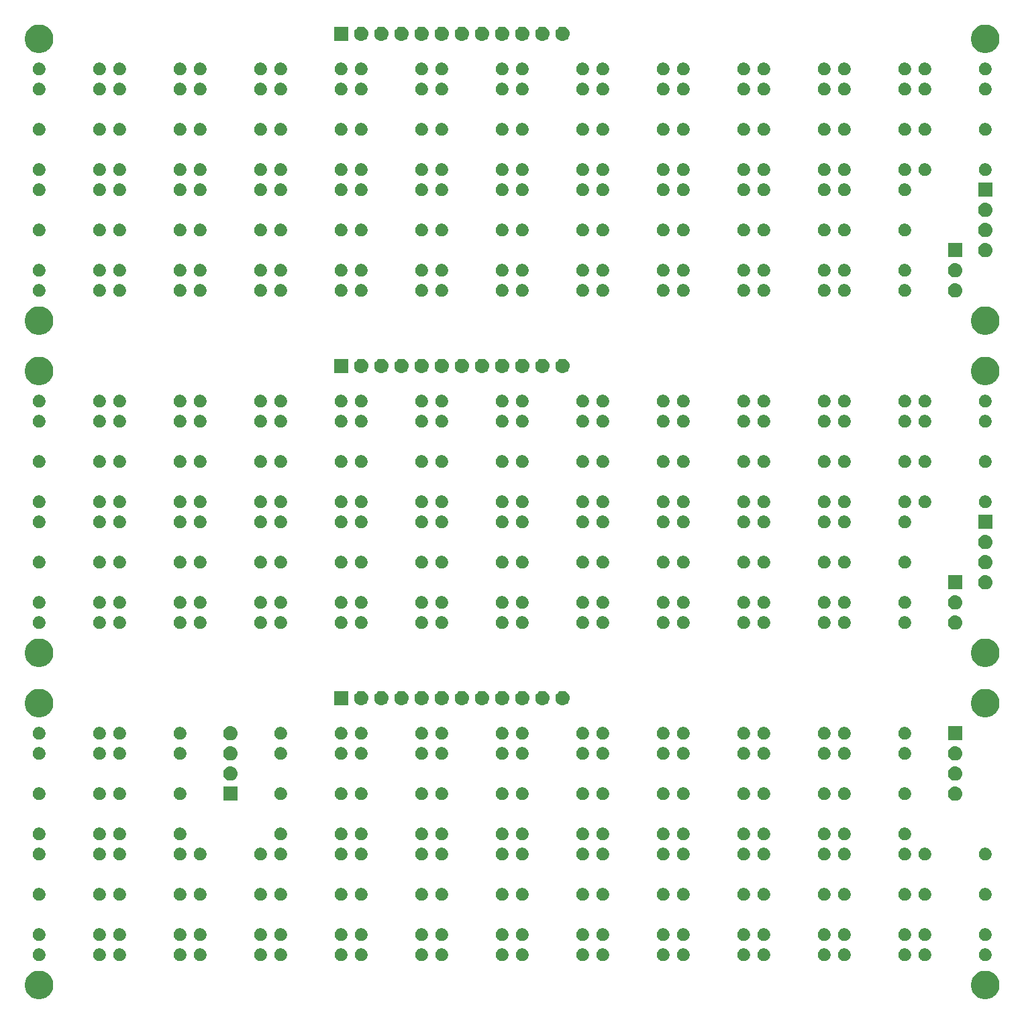
<source format=gts>
G04 #@! TF.GenerationSoftware,KiCad,Pcbnew,(5.1.2)-2*
G04 #@! TF.CreationDate,2022-11-28T00:10:08+09:00*
G04 #@! TF.ProjectId,manufacture,6d616e75-6661-4637-9475-72652e6b6963,rev?*
G04 #@! TF.SameCoordinates,Original*
G04 #@! TF.FileFunction,Soldermask,Top*
G04 #@! TF.FilePolarity,Negative*
%FSLAX46Y46*%
G04 Gerber Fmt 4.6, Leading zero omitted, Abs format (unit mm)*
G04 Created by KiCad (PCBNEW (5.1.2)-2) date 2022-11-28 00:10:08*
%MOMM*%
%LPD*%
G04 APERTURE LIST*
%ADD10C,0.100000*%
G04 APERTURE END LIST*
D10*
G36*
X160545331Y-158288211D02*
G01*
X160873092Y-158423974D01*
X161168070Y-158621072D01*
X161418928Y-158871930D01*
X161616026Y-159166908D01*
X161751789Y-159494669D01*
X161821000Y-159842616D01*
X161821000Y-160197384D01*
X161751789Y-160545331D01*
X161616026Y-160873092D01*
X161418928Y-161168070D01*
X161168070Y-161418928D01*
X160873092Y-161616026D01*
X160545331Y-161751789D01*
X160197384Y-161821000D01*
X159842616Y-161821000D01*
X159494669Y-161751789D01*
X159166908Y-161616026D01*
X158871930Y-161418928D01*
X158621072Y-161168070D01*
X158423974Y-160873092D01*
X158288211Y-160545331D01*
X158219000Y-160197384D01*
X158219000Y-159842616D01*
X158288211Y-159494669D01*
X158423974Y-159166908D01*
X158621072Y-158871930D01*
X158871930Y-158621072D01*
X159166908Y-158423974D01*
X159494669Y-158288211D01*
X159842616Y-158219000D01*
X160197384Y-158219000D01*
X160545331Y-158288211D01*
X160545331Y-158288211D01*
G37*
G36*
X41165331Y-158288211D02*
G01*
X41493092Y-158423974D01*
X41788070Y-158621072D01*
X42038928Y-158871930D01*
X42236026Y-159166908D01*
X42371789Y-159494669D01*
X42441000Y-159842616D01*
X42441000Y-160197384D01*
X42371789Y-160545331D01*
X42236026Y-160873092D01*
X42038928Y-161168070D01*
X41788070Y-161418928D01*
X41493092Y-161616026D01*
X41165331Y-161751789D01*
X40817384Y-161821000D01*
X40462616Y-161821000D01*
X40114669Y-161751789D01*
X39786908Y-161616026D01*
X39491930Y-161418928D01*
X39241072Y-161168070D01*
X39043974Y-160873092D01*
X38908211Y-160545331D01*
X38839000Y-160197384D01*
X38839000Y-159842616D01*
X38908211Y-159494669D01*
X39043974Y-159166908D01*
X39241072Y-158871930D01*
X39491930Y-158621072D01*
X39786908Y-158423974D01*
X40114669Y-158288211D01*
X40462616Y-158219000D01*
X40817384Y-158219000D01*
X41165331Y-158288211D01*
X41165331Y-158288211D01*
G37*
G36*
X61197142Y-155428242D02*
G01*
X61345101Y-155489529D01*
X61478255Y-155578499D01*
X61591501Y-155691745D01*
X61680471Y-155824899D01*
X61741758Y-155972858D01*
X61773000Y-156129925D01*
X61773000Y-156290075D01*
X61741758Y-156447142D01*
X61680471Y-156595101D01*
X61591501Y-156728255D01*
X61478255Y-156841501D01*
X61345101Y-156930471D01*
X61197142Y-156991758D01*
X61040075Y-157023000D01*
X60879925Y-157023000D01*
X60722858Y-156991758D01*
X60574899Y-156930471D01*
X60441745Y-156841501D01*
X60328499Y-156728255D01*
X60239529Y-156595101D01*
X60178242Y-156447142D01*
X60147000Y-156290075D01*
X60147000Y-156129925D01*
X60178242Y-155972858D01*
X60239529Y-155824899D01*
X60328499Y-155691745D01*
X60441745Y-155578499D01*
X60574899Y-155489529D01*
X60722858Y-155428242D01*
X60879925Y-155397000D01*
X61040075Y-155397000D01*
X61197142Y-155428242D01*
X61197142Y-155428242D01*
G37*
G36*
X99297142Y-155428242D02*
G01*
X99445101Y-155489529D01*
X99578255Y-155578499D01*
X99691501Y-155691745D01*
X99780471Y-155824899D01*
X99841758Y-155972858D01*
X99873000Y-156129925D01*
X99873000Y-156290075D01*
X99841758Y-156447142D01*
X99780471Y-156595101D01*
X99691501Y-156728255D01*
X99578255Y-156841501D01*
X99445101Y-156930471D01*
X99297142Y-156991758D01*
X99140075Y-157023000D01*
X98979925Y-157023000D01*
X98822858Y-156991758D01*
X98674899Y-156930471D01*
X98541745Y-156841501D01*
X98428499Y-156728255D01*
X98339529Y-156595101D01*
X98278242Y-156447142D01*
X98247000Y-156290075D01*
X98247000Y-156129925D01*
X98278242Y-155972858D01*
X98339529Y-155824899D01*
X98428499Y-155691745D01*
X98541745Y-155578499D01*
X98674899Y-155489529D01*
X98822858Y-155428242D01*
X98979925Y-155397000D01*
X99140075Y-155397000D01*
X99297142Y-155428242D01*
X99297142Y-155428242D01*
G37*
G36*
X91677142Y-155428242D02*
G01*
X91825101Y-155489529D01*
X91958255Y-155578499D01*
X92071501Y-155691745D01*
X92160471Y-155824899D01*
X92221758Y-155972858D01*
X92253000Y-156129925D01*
X92253000Y-156290075D01*
X92221758Y-156447142D01*
X92160471Y-156595101D01*
X92071501Y-156728255D01*
X91958255Y-156841501D01*
X91825101Y-156930471D01*
X91677142Y-156991758D01*
X91520075Y-157023000D01*
X91359925Y-157023000D01*
X91202858Y-156991758D01*
X91054899Y-156930471D01*
X90921745Y-156841501D01*
X90808499Y-156728255D01*
X90719529Y-156595101D01*
X90658242Y-156447142D01*
X90627000Y-156290075D01*
X90627000Y-156129925D01*
X90658242Y-155972858D01*
X90719529Y-155824899D01*
X90808499Y-155691745D01*
X90921745Y-155578499D01*
X91054899Y-155489529D01*
X91202858Y-155428242D01*
X91359925Y-155397000D01*
X91520075Y-155397000D01*
X91677142Y-155428242D01*
X91677142Y-155428242D01*
G37*
G36*
X142477142Y-155428242D02*
G01*
X142625101Y-155489529D01*
X142758255Y-155578499D01*
X142871501Y-155691745D01*
X142960471Y-155824899D01*
X143021758Y-155972858D01*
X143053000Y-156129925D01*
X143053000Y-156290075D01*
X143021758Y-156447142D01*
X142960471Y-156595101D01*
X142871501Y-156728255D01*
X142758255Y-156841501D01*
X142625101Y-156930471D01*
X142477142Y-156991758D01*
X142320075Y-157023000D01*
X142159925Y-157023000D01*
X142002858Y-156991758D01*
X141854899Y-156930471D01*
X141721745Y-156841501D01*
X141608499Y-156728255D01*
X141519529Y-156595101D01*
X141458242Y-156447142D01*
X141427000Y-156290075D01*
X141427000Y-156129925D01*
X141458242Y-155972858D01*
X141519529Y-155824899D01*
X141608499Y-155691745D01*
X141721745Y-155578499D01*
X141854899Y-155489529D01*
X142002858Y-155428242D01*
X142159925Y-155397000D01*
X142320075Y-155397000D01*
X142477142Y-155428242D01*
X142477142Y-155428242D01*
G37*
G36*
X150097142Y-155428242D02*
G01*
X150245101Y-155489529D01*
X150378255Y-155578499D01*
X150491501Y-155691745D01*
X150580471Y-155824899D01*
X150641758Y-155972858D01*
X150673000Y-156129925D01*
X150673000Y-156290075D01*
X150641758Y-156447142D01*
X150580471Y-156595101D01*
X150491501Y-156728255D01*
X150378255Y-156841501D01*
X150245101Y-156930471D01*
X150097142Y-156991758D01*
X149940075Y-157023000D01*
X149779925Y-157023000D01*
X149622858Y-156991758D01*
X149474899Y-156930471D01*
X149341745Y-156841501D01*
X149228499Y-156728255D01*
X149139529Y-156595101D01*
X149078242Y-156447142D01*
X149047000Y-156290075D01*
X149047000Y-156129925D01*
X149078242Y-155972858D01*
X149139529Y-155824899D01*
X149228499Y-155691745D01*
X149341745Y-155578499D01*
X149474899Y-155489529D01*
X149622858Y-155428242D01*
X149779925Y-155397000D01*
X149940075Y-155397000D01*
X150097142Y-155428242D01*
X150097142Y-155428242D01*
G37*
G36*
X160257142Y-155428242D02*
G01*
X160405101Y-155489529D01*
X160538255Y-155578499D01*
X160651501Y-155691745D01*
X160740471Y-155824899D01*
X160801758Y-155972858D01*
X160833000Y-156129925D01*
X160833000Y-156290075D01*
X160801758Y-156447142D01*
X160740471Y-156595101D01*
X160651501Y-156728255D01*
X160538255Y-156841501D01*
X160405101Y-156930471D01*
X160257142Y-156991758D01*
X160100075Y-157023000D01*
X159939925Y-157023000D01*
X159782858Y-156991758D01*
X159634899Y-156930471D01*
X159501745Y-156841501D01*
X159388499Y-156728255D01*
X159299529Y-156595101D01*
X159238242Y-156447142D01*
X159207000Y-156290075D01*
X159207000Y-156129925D01*
X159238242Y-155972858D01*
X159299529Y-155824899D01*
X159388499Y-155691745D01*
X159501745Y-155578499D01*
X159634899Y-155489529D01*
X159782858Y-155428242D01*
X159939925Y-155397000D01*
X160100075Y-155397000D01*
X160257142Y-155428242D01*
X160257142Y-155428242D01*
G37*
G36*
X152637142Y-155428242D02*
G01*
X152785101Y-155489529D01*
X152918255Y-155578499D01*
X153031501Y-155691745D01*
X153120471Y-155824899D01*
X153181758Y-155972858D01*
X153213000Y-156129925D01*
X153213000Y-156290075D01*
X153181758Y-156447142D01*
X153120471Y-156595101D01*
X153031501Y-156728255D01*
X152918255Y-156841501D01*
X152785101Y-156930471D01*
X152637142Y-156991758D01*
X152480075Y-157023000D01*
X152319925Y-157023000D01*
X152162858Y-156991758D01*
X152014899Y-156930471D01*
X151881745Y-156841501D01*
X151768499Y-156728255D01*
X151679529Y-156595101D01*
X151618242Y-156447142D01*
X151587000Y-156290075D01*
X151587000Y-156129925D01*
X151618242Y-155972858D01*
X151679529Y-155824899D01*
X151768499Y-155691745D01*
X151881745Y-155578499D01*
X152014899Y-155489529D01*
X152162858Y-155428242D01*
X152319925Y-155397000D01*
X152480075Y-155397000D01*
X152637142Y-155428242D01*
X152637142Y-155428242D01*
G37*
G36*
X68817142Y-155428242D02*
G01*
X68965101Y-155489529D01*
X69098255Y-155578499D01*
X69211501Y-155691745D01*
X69300471Y-155824899D01*
X69361758Y-155972858D01*
X69393000Y-156129925D01*
X69393000Y-156290075D01*
X69361758Y-156447142D01*
X69300471Y-156595101D01*
X69211501Y-156728255D01*
X69098255Y-156841501D01*
X68965101Y-156930471D01*
X68817142Y-156991758D01*
X68660075Y-157023000D01*
X68499925Y-157023000D01*
X68342858Y-156991758D01*
X68194899Y-156930471D01*
X68061745Y-156841501D01*
X67948499Y-156728255D01*
X67859529Y-156595101D01*
X67798242Y-156447142D01*
X67767000Y-156290075D01*
X67767000Y-156129925D01*
X67798242Y-155972858D01*
X67859529Y-155824899D01*
X67948499Y-155691745D01*
X68061745Y-155578499D01*
X68194899Y-155489529D01*
X68342858Y-155428242D01*
X68499925Y-155397000D01*
X68660075Y-155397000D01*
X68817142Y-155428242D01*
X68817142Y-155428242D01*
G37*
G36*
X71357142Y-155428242D02*
G01*
X71505101Y-155489529D01*
X71638255Y-155578499D01*
X71751501Y-155691745D01*
X71840471Y-155824899D01*
X71901758Y-155972858D01*
X71933000Y-156129925D01*
X71933000Y-156290075D01*
X71901758Y-156447142D01*
X71840471Y-156595101D01*
X71751501Y-156728255D01*
X71638255Y-156841501D01*
X71505101Y-156930471D01*
X71357142Y-156991758D01*
X71200075Y-157023000D01*
X71039925Y-157023000D01*
X70882858Y-156991758D01*
X70734899Y-156930471D01*
X70601745Y-156841501D01*
X70488499Y-156728255D01*
X70399529Y-156595101D01*
X70338242Y-156447142D01*
X70307000Y-156290075D01*
X70307000Y-156129925D01*
X70338242Y-155972858D01*
X70399529Y-155824899D01*
X70488499Y-155691745D01*
X70601745Y-155578499D01*
X70734899Y-155489529D01*
X70882858Y-155428242D01*
X71039925Y-155397000D01*
X71200075Y-155397000D01*
X71357142Y-155428242D01*
X71357142Y-155428242D01*
G37*
G36*
X78977142Y-155428242D02*
G01*
X79125101Y-155489529D01*
X79258255Y-155578499D01*
X79371501Y-155691745D01*
X79460471Y-155824899D01*
X79521758Y-155972858D01*
X79553000Y-156129925D01*
X79553000Y-156290075D01*
X79521758Y-156447142D01*
X79460471Y-156595101D01*
X79371501Y-156728255D01*
X79258255Y-156841501D01*
X79125101Y-156930471D01*
X78977142Y-156991758D01*
X78820075Y-157023000D01*
X78659925Y-157023000D01*
X78502858Y-156991758D01*
X78354899Y-156930471D01*
X78221745Y-156841501D01*
X78108499Y-156728255D01*
X78019529Y-156595101D01*
X77958242Y-156447142D01*
X77927000Y-156290075D01*
X77927000Y-156129925D01*
X77958242Y-155972858D01*
X78019529Y-155824899D01*
X78108499Y-155691745D01*
X78221745Y-155578499D01*
X78354899Y-155489529D01*
X78502858Y-155428242D01*
X78659925Y-155397000D01*
X78820075Y-155397000D01*
X78977142Y-155428242D01*
X78977142Y-155428242D01*
G37*
G36*
X111997142Y-155428242D02*
G01*
X112145101Y-155489529D01*
X112278255Y-155578499D01*
X112391501Y-155691745D01*
X112480471Y-155824899D01*
X112541758Y-155972858D01*
X112573000Y-156129925D01*
X112573000Y-156290075D01*
X112541758Y-156447142D01*
X112480471Y-156595101D01*
X112391501Y-156728255D01*
X112278255Y-156841501D01*
X112145101Y-156930471D01*
X111997142Y-156991758D01*
X111840075Y-157023000D01*
X111679925Y-157023000D01*
X111522858Y-156991758D01*
X111374899Y-156930471D01*
X111241745Y-156841501D01*
X111128499Y-156728255D01*
X111039529Y-156595101D01*
X110978242Y-156447142D01*
X110947000Y-156290075D01*
X110947000Y-156129925D01*
X110978242Y-155972858D01*
X111039529Y-155824899D01*
X111128499Y-155691745D01*
X111241745Y-155578499D01*
X111374899Y-155489529D01*
X111522858Y-155428242D01*
X111679925Y-155397000D01*
X111840075Y-155397000D01*
X111997142Y-155428242D01*
X111997142Y-155428242D01*
G37*
G36*
X132317142Y-155428242D02*
G01*
X132465101Y-155489529D01*
X132598255Y-155578499D01*
X132711501Y-155691745D01*
X132800471Y-155824899D01*
X132861758Y-155972858D01*
X132893000Y-156129925D01*
X132893000Y-156290075D01*
X132861758Y-156447142D01*
X132800471Y-156595101D01*
X132711501Y-156728255D01*
X132598255Y-156841501D01*
X132465101Y-156930471D01*
X132317142Y-156991758D01*
X132160075Y-157023000D01*
X131999925Y-157023000D01*
X131842858Y-156991758D01*
X131694899Y-156930471D01*
X131561745Y-156841501D01*
X131448499Y-156728255D01*
X131359529Y-156595101D01*
X131298242Y-156447142D01*
X131267000Y-156290075D01*
X131267000Y-156129925D01*
X131298242Y-155972858D01*
X131359529Y-155824899D01*
X131448499Y-155691745D01*
X131561745Y-155578499D01*
X131694899Y-155489529D01*
X131842858Y-155428242D01*
X131999925Y-155397000D01*
X132160075Y-155397000D01*
X132317142Y-155428242D01*
X132317142Y-155428242D01*
G37*
G36*
X48497142Y-155428242D02*
G01*
X48645101Y-155489529D01*
X48778255Y-155578499D01*
X48891501Y-155691745D01*
X48980471Y-155824899D01*
X49041758Y-155972858D01*
X49073000Y-156129925D01*
X49073000Y-156290075D01*
X49041758Y-156447142D01*
X48980471Y-156595101D01*
X48891501Y-156728255D01*
X48778255Y-156841501D01*
X48645101Y-156930471D01*
X48497142Y-156991758D01*
X48340075Y-157023000D01*
X48179925Y-157023000D01*
X48022858Y-156991758D01*
X47874899Y-156930471D01*
X47741745Y-156841501D01*
X47628499Y-156728255D01*
X47539529Y-156595101D01*
X47478242Y-156447142D01*
X47447000Y-156290075D01*
X47447000Y-156129925D01*
X47478242Y-155972858D01*
X47539529Y-155824899D01*
X47628499Y-155691745D01*
X47741745Y-155578499D01*
X47874899Y-155489529D01*
X48022858Y-155428242D01*
X48179925Y-155397000D01*
X48340075Y-155397000D01*
X48497142Y-155428242D01*
X48497142Y-155428242D01*
G37*
G36*
X139937142Y-155428242D02*
G01*
X140085101Y-155489529D01*
X140218255Y-155578499D01*
X140331501Y-155691745D01*
X140420471Y-155824899D01*
X140481758Y-155972858D01*
X140513000Y-156129925D01*
X140513000Y-156290075D01*
X140481758Y-156447142D01*
X140420471Y-156595101D01*
X140331501Y-156728255D01*
X140218255Y-156841501D01*
X140085101Y-156930471D01*
X139937142Y-156991758D01*
X139780075Y-157023000D01*
X139619925Y-157023000D01*
X139462858Y-156991758D01*
X139314899Y-156930471D01*
X139181745Y-156841501D01*
X139068499Y-156728255D01*
X138979529Y-156595101D01*
X138918242Y-156447142D01*
X138887000Y-156290075D01*
X138887000Y-156129925D01*
X138918242Y-155972858D01*
X138979529Y-155824899D01*
X139068499Y-155691745D01*
X139181745Y-155578499D01*
X139314899Y-155489529D01*
X139462858Y-155428242D01*
X139619925Y-155397000D01*
X139780075Y-155397000D01*
X139937142Y-155428242D01*
X139937142Y-155428242D01*
G37*
G36*
X109457142Y-155428242D02*
G01*
X109605101Y-155489529D01*
X109738255Y-155578499D01*
X109851501Y-155691745D01*
X109940471Y-155824899D01*
X110001758Y-155972858D01*
X110033000Y-156129925D01*
X110033000Y-156290075D01*
X110001758Y-156447142D01*
X109940471Y-156595101D01*
X109851501Y-156728255D01*
X109738255Y-156841501D01*
X109605101Y-156930471D01*
X109457142Y-156991758D01*
X109300075Y-157023000D01*
X109139925Y-157023000D01*
X108982858Y-156991758D01*
X108834899Y-156930471D01*
X108701745Y-156841501D01*
X108588499Y-156728255D01*
X108499529Y-156595101D01*
X108438242Y-156447142D01*
X108407000Y-156290075D01*
X108407000Y-156129925D01*
X108438242Y-155972858D01*
X108499529Y-155824899D01*
X108588499Y-155691745D01*
X108701745Y-155578499D01*
X108834899Y-155489529D01*
X108982858Y-155428242D01*
X109139925Y-155397000D01*
X109300075Y-155397000D01*
X109457142Y-155428242D01*
X109457142Y-155428242D01*
G37*
G36*
X101837142Y-155428242D02*
G01*
X101985101Y-155489529D01*
X102118255Y-155578499D01*
X102231501Y-155691745D01*
X102320471Y-155824899D01*
X102381758Y-155972858D01*
X102413000Y-156129925D01*
X102413000Y-156290075D01*
X102381758Y-156447142D01*
X102320471Y-156595101D01*
X102231501Y-156728255D01*
X102118255Y-156841501D01*
X101985101Y-156930471D01*
X101837142Y-156991758D01*
X101680075Y-157023000D01*
X101519925Y-157023000D01*
X101362858Y-156991758D01*
X101214899Y-156930471D01*
X101081745Y-156841501D01*
X100968499Y-156728255D01*
X100879529Y-156595101D01*
X100818242Y-156447142D01*
X100787000Y-156290075D01*
X100787000Y-156129925D01*
X100818242Y-155972858D01*
X100879529Y-155824899D01*
X100968499Y-155691745D01*
X101081745Y-155578499D01*
X101214899Y-155489529D01*
X101362858Y-155428242D01*
X101519925Y-155397000D01*
X101680075Y-155397000D01*
X101837142Y-155428242D01*
X101837142Y-155428242D01*
G37*
G36*
X81517142Y-155428242D02*
G01*
X81665101Y-155489529D01*
X81798255Y-155578499D01*
X81911501Y-155691745D01*
X82000471Y-155824899D01*
X82061758Y-155972858D01*
X82093000Y-156129925D01*
X82093000Y-156290075D01*
X82061758Y-156447142D01*
X82000471Y-156595101D01*
X81911501Y-156728255D01*
X81798255Y-156841501D01*
X81665101Y-156930471D01*
X81517142Y-156991758D01*
X81360075Y-157023000D01*
X81199925Y-157023000D01*
X81042858Y-156991758D01*
X80894899Y-156930471D01*
X80761745Y-156841501D01*
X80648499Y-156728255D01*
X80559529Y-156595101D01*
X80498242Y-156447142D01*
X80467000Y-156290075D01*
X80467000Y-156129925D01*
X80498242Y-155972858D01*
X80559529Y-155824899D01*
X80648499Y-155691745D01*
X80761745Y-155578499D01*
X80894899Y-155489529D01*
X81042858Y-155428242D01*
X81199925Y-155397000D01*
X81360075Y-155397000D01*
X81517142Y-155428242D01*
X81517142Y-155428242D01*
G37*
G36*
X89137142Y-155428242D02*
G01*
X89285101Y-155489529D01*
X89418255Y-155578499D01*
X89531501Y-155691745D01*
X89620471Y-155824899D01*
X89681758Y-155972858D01*
X89713000Y-156129925D01*
X89713000Y-156290075D01*
X89681758Y-156447142D01*
X89620471Y-156595101D01*
X89531501Y-156728255D01*
X89418255Y-156841501D01*
X89285101Y-156930471D01*
X89137142Y-156991758D01*
X88980075Y-157023000D01*
X88819925Y-157023000D01*
X88662858Y-156991758D01*
X88514899Y-156930471D01*
X88381745Y-156841501D01*
X88268499Y-156728255D01*
X88179529Y-156595101D01*
X88118242Y-156447142D01*
X88087000Y-156290075D01*
X88087000Y-156129925D01*
X88118242Y-155972858D01*
X88179529Y-155824899D01*
X88268499Y-155691745D01*
X88381745Y-155578499D01*
X88514899Y-155489529D01*
X88662858Y-155428242D01*
X88819925Y-155397000D01*
X88980075Y-155397000D01*
X89137142Y-155428242D01*
X89137142Y-155428242D01*
G37*
G36*
X119617142Y-155428242D02*
G01*
X119765101Y-155489529D01*
X119898255Y-155578499D01*
X120011501Y-155691745D01*
X120100471Y-155824899D01*
X120161758Y-155972858D01*
X120193000Y-156129925D01*
X120193000Y-156290075D01*
X120161758Y-156447142D01*
X120100471Y-156595101D01*
X120011501Y-156728255D01*
X119898255Y-156841501D01*
X119765101Y-156930471D01*
X119617142Y-156991758D01*
X119460075Y-157023000D01*
X119299925Y-157023000D01*
X119142858Y-156991758D01*
X118994899Y-156930471D01*
X118861745Y-156841501D01*
X118748499Y-156728255D01*
X118659529Y-156595101D01*
X118598242Y-156447142D01*
X118567000Y-156290075D01*
X118567000Y-156129925D01*
X118598242Y-155972858D01*
X118659529Y-155824899D01*
X118748499Y-155691745D01*
X118861745Y-155578499D01*
X118994899Y-155489529D01*
X119142858Y-155428242D01*
X119299925Y-155397000D01*
X119460075Y-155397000D01*
X119617142Y-155428242D01*
X119617142Y-155428242D01*
G37*
G36*
X122157142Y-155428242D02*
G01*
X122305101Y-155489529D01*
X122438255Y-155578499D01*
X122551501Y-155691745D01*
X122640471Y-155824899D01*
X122701758Y-155972858D01*
X122733000Y-156129925D01*
X122733000Y-156290075D01*
X122701758Y-156447142D01*
X122640471Y-156595101D01*
X122551501Y-156728255D01*
X122438255Y-156841501D01*
X122305101Y-156930471D01*
X122157142Y-156991758D01*
X122000075Y-157023000D01*
X121839925Y-157023000D01*
X121682858Y-156991758D01*
X121534899Y-156930471D01*
X121401745Y-156841501D01*
X121288499Y-156728255D01*
X121199529Y-156595101D01*
X121138242Y-156447142D01*
X121107000Y-156290075D01*
X121107000Y-156129925D01*
X121138242Y-155972858D01*
X121199529Y-155824899D01*
X121288499Y-155691745D01*
X121401745Y-155578499D01*
X121534899Y-155489529D01*
X121682858Y-155428242D01*
X121839925Y-155397000D01*
X122000075Y-155397000D01*
X122157142Y-155428242D01*
X122157142Y-155428242D01*
G37*
G36*
X58657142Y-155428242D02*
G01*
X58805101Y-155489529D01*
X58938255Y-155578499D01*
X59051501Y-155691745D01*
X59140471Y-155824899D01*
X59201758Y-155972858D01*
X59233000Y-156129925D01*
X59233000Y-156290075D01*
X59201758Y-156447142D01*
X59140471Y-156595101D01*
X59051501Y-156728255D01*
X58938255Y-156841501D01*
X58805101Y-156930471D01*
X58657142Y-156991758D01*
X58500075Y-157023000D01*
X58339925Y-157023000D01*
X58182858Y-156991758D01*
X58034899Y-156930471D01*
X57901745Y-156841501D01*
X57788499Y-156728255D01*
X57699529Y-156595101D01*
X57638242Y-156447142D01*
X57607000Y-156290075D01*
X57607000Y-156129925D01*
X57638242Y-155972858D01*
X57699529Y-155824899D01*
X57788499Y-155691745D01*
X57901745Y-155578499D01*
X58034899Y-155489529D01*
X58182858Y-155428242D01*
X58339925Y-155397000D01*
X58500075Y-155397000D01*
X58657142Y-155428242D01*
X58657142Y-155428242D01*
G37*
G36*
X51037142Y-155428242D02*
G01*
X51185101Y-155489529D01*
X51318255Y-155578499D01*
X51431501Y-155691745D01*
X51520471Y-155824899D01*
X51581758Y-155972858D01*
X51613000Y-156129925D01*
X51613000Y-156290075D01*
X51581758Y-156447142D01*
X51520471Y-156595101D01*
X51431501Y-156728255D01*
X51318255Y-156841501D01*
X51185101Y-156930471D01*
X51037142Y-156991758D01*
X50880075Y-157023000D01*
X50719925Y-157023000D01*
X50562858Y-156991758D01*
X50414899Y-156930471D01*
X50281745Y-156841501D01*
X50168499Y-156728255D01*
X50079529Y-156595101D01*
X50018242Y-156447142D01*
X49987000Y-156290075D01*
X49987000Y-156129925D01*
X50018242Y-155972858D01*
X50079529Y-155824899D01*
X50168499Y-155691745D01*
X50281745Y-155578499D01*
X50414899Y-155489529D01*
X50562858Y-155428242D01*
X50719925Y-155397000D01*
X50880075Y-155397000D01*
X51037142Y-155428242D01*
X51037142Y-155428242D01*
G37*
G36*
X40877142Y-155428242D02*
G01*
X41025101Y-155489529D01*
X41158255Y-155578499D01*
X41271501Y-155691745D01*
X41360471Y-155824899D01*
X41421758Y-155972858D01*
X41453000Y-156129925D01*
X41453000Y-156290075D01*
X41421758Y-156447142D01*
X41360471Y-156595101D01*
X41271501Y-156728255D01*
X41158255Y-156841501D01*
X41025101Y-156930471D01*
X40877142Y-156991758D01*
X40720075Y-157023000D01*
X40559925Y-157023000D01*
X40402858Y-156991758D01*
X40254899Y-156930471D01*
X40121745Y-156841501D01*
X40008499Y-156728255D01*
X39919529Y-156595101D01*
X39858242Y-156447142D01*
X39827000Y-156290075D01*
X39827000Y-156129925D01*
X39858242Y-155972858D01*
X39919529Y-155824899D01*
X40008499Y-155691745D01*
X40121745Y-155578499D01*
X40254899Y-155489529D01*
X40402858Y-155428242D01*
X40559925Y-155397000D01*
X40720075Y-155397000D01*
X40877142Y-155428242D01*
X40877142Y-155428242D01*
G37*
G36*
X129777142Y-155428242D02*
G01*
X129925101Y-155489529D01*
X130058255Y-155578499D01*
X130171501Y-155691745D01*
X130260471Y-155824899D01*
X130321758Y-155972858D01*
X130353000Y-156129925D01*
X130353000Y-156290075D01*
X130321758Y-156447142D01*
X130260471Y-156595101D01*
X130171501Y-156728255D01*
X130058255Y-156841501D01*
X129925101Y-156930471D01*
X129777142Y-156991758D01*
X129620075Y-157023000D01*
X129459925Y-157023000D01*
X129302858Y-156991758D01*
X129154899Y-156930471D01*
X129021745Y-156841501D01*
X128908499Y-156728255D01*
X128819529Y-156595101D01*
X128758242Y-156447142D01*
X128727000Y-156290075D01*
X128727000Y-156129925D01*
X128758242Y-155972858D01*
X128819529Y-155824899D01*
X128908499Y-155691745D01*
X129021745Y-155578499D01*
X129154899Y-155489529D01*
X129302858Y-155428242D01*
X129459925Y-155397000D01*
X129620075Y-155397000D01*
X129777142Y-155428242D01*
X129777142Y-155428242D01*
G37*
G36*
X51037142Y-152888242D02*
G01*
X51185101Y-152949529D01*
X51318255Y-153038499D01*
X51431501Y-153151745D01*
X51520471Y-153284899D01*
X51581758Y-153432858D01*
X51613000Y-153589925D01*
X51613000Y-153750075D01*
X51581758Y-153907142D01*
X51520471Y-154055101D01*
X51431501Y-154188255D01*
X51318255Y-154301501D01*
X51185101Y-154390471D01*
X51037142Y-154451758D01*
X50880075Y-154483000D01*
X50719925Y-154483000D01*
X50562858Y-154451758D01*
X50414899Y-154390471D01*
X50281745Y-154301501D01*
X50168499Y-154188255D01*
X50079529Y-154055101D01*
X50018242Y-153907142D01*
X49987000Y-153750075D01*
X49987000Y-153589925D01*
X50018242Y-153432858D01*
X50079529Y-153284899D01*
X50168499Y-153151745D01*
X50281745Y-153038499D01*
X50414899Y-152949529D01*
X50562858Y-152888242D01*
X50719925Y-152857000D01*
X50880075Y-152857000D01*
X51037142Y-152888242D01*
X51037142Y-152888242D01*
G37*
G36*
X150097142Y-152888242D02*
G01*
X150245101Y-152949529D01*
X150378255Y-153038499D01*
X150491501Y-153151745D01*
X150580471Y-153284899D01*
X150641758Y-153432858D01*
X150673000Y-153589925D01*
X150673000Y-153750075D01*
X150641758Y-153907142D01*
X150580471Y-154055101D01*
X150491501Y-154188255D01*
X150378255Y-154301501D01*
X150245101Y-154390471D01*
X150097142Y-154451758D01*
X149940075Y-154483000D01*
X149779925Y-154483000D01*
X149622858Y-154451758D01*
X149474899Y-154390471D01*
X149341745Y-154301501D01*
X149228499Y-154188255D01*
X149139529Y-154055101D01*
X149078242Y-153907142D01*
X149047000Y-153750075D01*
X149047000Y-153589925D01*
X149078242Y-153432858D01*
X149139529Y-153284899D01*
X149228499Y-153151745D01*
X149341745Y-153038499D01*
X149474899Y-152949529D01*
X149622858Y-152888242D01*
X149779925Y-152857000D01*
X149940075Y-152857000D01*
X150097142Y-152888242D01*
X150097142Y-152888242D01*
G37*
G36*
X111997142Y-152888242D02*
G01*
X112145101Y-152949529D01*
X112278255Y-153038499D01*
X112391501Y-153151745D01*
X112480471Y-153284899D01*
X112541758Y-153432858D01*
X112573000Y-153589925D01*
X112573000Y-153750075D01*
X112541758Y-153907142D01*
X112480471Y-154055101D01*
X112391501Y-154188255D01*
X112278255Y-154301501D01*
X112145101Y-154390471D01*
X111997142Y-154451758D01*
X111840075Y-154483000D01*
X111679925Y-154483000D01*
X111522858Y-154451758D01*
X111374899Y-154390471D01*
X111241745Y-154301501D01*
X111128499Y-154188255D01*
X111039529Y-154055101D01*
X110978242Y-153907142D01*
X110947000Y-153750075D01*
X110947000Y-153589925D01*
X110978242Y-153432858D01*
X111039529Y-153284899D01*
X111128499Y-153151745D01*
X111241745Y-153038499D01*
X111374899Y-152949529D01*
X111522858Y-152888242D01*
X111679925Y-152857000D01*
X111840075Y-152857000D01*
X111997142Y-152888242D01*
X111997142Y-152888242D01*
G37*
G36*
X78977142Y-152888242D02*
G01*
X79125101Y-152949529D01*
X79258255Y-153038499D01*
X79371501Y-153151745D01*
X79460471Y-153284899D01*
X79521758Y-153432858D01*
X79553000Y-153589925D01*
X79553000Y-153750075D01*
X79521758Y-153907142D01*
X79460471Y-154055101D01*
X79371501Y-154188255D01*
X79258255Y-154301501D01*
X79125101Y-154390471D01*
X78977142Y-154451758D01*
X78820075Y-154483000D01*
X78659925Y-154483000D01*
X78502858Y-154451758D01*
X78354899Y-154390471D01*
X78221745Y-154301501D01*
X78108499Y-154188255D01*
X78019529Y-154055101D01*
X77958242Y-153907142D01*
X77927000Y-153750075D01*
X77927000Y-153589925D01*
X77958242Y-153432858D01*
X78019529Y-153284899D01*
X78108499Y-153151745D01*
X78221745Y-153038499D01*
X78354899Y-152949529D01*
X78502858Y-152888242D01*
X78659925Y-152857000D01*
X78820075Y-152857000D01*
X78977142Y-152888242D01*
X78977142Y-152888242D01*
G37*
G36*
X89137142Y-152888242D02*
G01*
X89285101Y-152949529D01*
X89418255Y-153038499D01*
X89531501Y-153151745D01*
X89620471Y-153284899D01*
X89681758Y-153432858D01*
X89713000Y-153589925D01*
X89713000Y-153750075D01*
X89681758Y-153907142D01*
X89620471Y-154055101D01*
X89531501Y-154188255D01*
X89418255Y-154301501D01*
X89285101Y-154390471D01*
X89137142Y-154451758D01*
X88980075Y-154483000D01*
X88819925Y-154483000D01*
X88662858Y-154451758D01*
X88514899Y-154390471D01*
X88381745Y-154301501D01*
X88268499Y-154188255D01*
X88179529Y-154055101D01*
X88118242Y-153907142D01*
X88087000Y-153750075D01*
X88087000Y-153589925D01*
X88118242Y-153432858D01*
X88179529Y-153284899D01*
X88268499Y-153151745D01*
X88381745Y-153038499D01*
X88514899Y-152949529D01*
X88662858Y-152888242D01*
X88819925Y-152857000D01*
X88980075Y-152857000D01*
X89137142Y-152888242D01*
X89137142Y-152888242D01*
G37*
G36*
X129777142Y-152888242D02*
G01*
X129925101Y-152949529D01*
X130058255Y-153038499D01*
X130171501Y-153151745D01*
X130260471Y-153284899D01*
X130321758Y-153432858D01*
X130353000Y-153589925D01*
X130353000Y-153750075D01*
X130321758Y-153907142D01*
X130260471Y-154055101D01*
X130171501Y-154188255D01*
X130058255Y-154301501D01*
X129925101Y-154390471D01*
X129777142Y-154451758D01*
X129620075Y-154483000D01*
X129459925Y-154483000D01*
X129302858Y-154451758D01*
X129154899Y-154390471D01*
X129021745Y-154301501D01*
X128908499Y-154188255D01*
X128819529Y-154055101D01*
X128758242Y-153907142D01*
X128727000Y-153750075D01*
X128727000Y-153589925D01*
X128758242Y-153432858D01*
X128819529Y-153284899D01*
X128908499Y-153151745D01*
X129021745Y-153038499D01*
X129154899Y-152949529D01*
X129302858Y-152888242D01*
X129459925Y-152857000D01*
X129620075Y-152857000D01*
X129777142Y-152888242D01*
X129777142Y-152888242D01*
G37*
G36*
X91677142Y-152888242D02*
G01*
X91825101Y-152949529D01*
X91958255Y-153038499D01*
X92071501Y-153151745D01*
X92160471Y-153284899D01*
X92221758Y-153432858D01*
X92253000Y-153589925D01*
X92253000Y-153750075D01*
X92221758Y-153907142D01*
X92160471Y-154055101D01*
X92071501Y-154188255D01*
X91958255Y-154301501D01*
X91825101Y-154390471D01*
X91677142Y-154451758D01*
X91520075Y-154483000D01*
X91359925Y-154483000D01*
X91202858Y-154451758D01*
X91054899Y-154390471D01*
X90921745Y-154301501D01*
X90808499Y-154188255D01*
X90719529Y-154055101D01*
X90658242Y-153907142D01*
X90627000Y-153750075D01*
X90627000Y-153589925D01*
X90658242Y-153432858D01*
X90719529Y-153284899D01*
X90808499Y-153151745D01*
X90921745Y-153038499D01*
X91054899Y-152949529D01*
X91202858Y-152888242D01*
X91359925Y-152857000D01*
X91520075Y-152857000D01*
X91677142Y-152888242D01*
X91677142Y-152888242D01*
G37*
G36*
X48497142Y-152888242D02*
G01*
X48645101Y-152949529D01*
X48778255Y-153038499D01*
X48891501Y-153151745D01*
X48980471Y-153284899D01*
X49041758Y-153432858D01*
X49073000Y-153589925D01*
X49073000Y-153750075D01*
X49041758Y-153907142D01*
X48980471Y-154055101D01*
X48891501Y-154188255D01*
X48778255Y-154301501D01*
X48645101Y-154390471D01*
X48497142Y-154451758D01*
X48340075Y-154483000D01*
X48179925Y-154483000D01*
X48022858Y-154451758D01*
X47874899Y-154390471D01*
X47741745Y-154301501D01*
X47628499Y-154188255D01*
X47539529Y-154055101D01*
X47478242Y-153907142D01*
X47447000Y-153750075D01*
X47447000Y-153589925D01*
X47478242Y-153432858D01*
X47539529Y-153284899D01*
X47628499Y-153151745D01*
X47741745Y-153038499D01*
X47874899Y-152949529D01*
X48022858Y-152888242D01*
X48179925Y-152857000D01*
X48340075Y-152857000D01*
X48497142Y-152888242D01*
X48497142Y-152888242D01*
G37*
G36*
X132317142Y-152888242D02*
G01*
X132465101Y-152949529D01*
X132598255Y-153038499D01*
X132711501Y-153151745D01*
X132800471Y-153284899D01*
X132861758Y-153432858D01*
X132893000Y-153589925D01*
X132893000Y-153750075D01*
X132861758Y-153907142D01*
X132800471Y-154055101D01*
X132711501Y-154188255D01*
X132598255Y-154301501D01*
X132465101Y-154390471D01*
X132317142Y-154451758D01*
X132160075Y-154483000D01*
X131999925Y-154483000D01*
X131842858Y-154451758D01*
X131694899Y-154390471D01*
X131561745Y-154301501D01*
X131448499Y-154188255D01*
X131359529Y-154055101D01*
X131298242Y-153907142D01*
X131267000Y-153750075D01*
X131267000Y-153589925D01*
X131298242Y-153432858D01*
X131359529Y-153284899D01*
X131448499Y-153151745D01*
X131561745Y-153038499D01*
X131694899Y-152949529D01*
X131842858Y-152888242D01*
X131999925Y-152857000D01*
X132160075Y-152857000D01*
X132317142Y-152888242D01*
X132317142Y-152888242D01*
G37*
G36*
X122157142Y-152888242D02*
G01*
X122305101Y-152949529D01*
X122438255Y-153038499D01*
X122551501Y-153151745D01*
X122640471Y-153284899D01*
X122701758Y-153432858D01*
X122733000Y-153589925D01*
X122733000Y-153750075D01*
X122701758Y-153907142D01*
X122640471Y-154055101D01*
X122551501Y-154188255D01*
X122438255Y-154301501D01*
X122305101Y-154390471D01*
X122157142Y-154451758D01*
X122000075Y-154483000D01*
X121839925Y-154483000D01*
X121682858Y-154451758D01*
X121534899Y-154390471D01*
X121401745Y-154301501D01*
X121288499Y-154188255D01*
X121199529Y-154055101D01*
X121138242Y-153907142D01*
X121107000Y-153750075D01*
X121107000Y-153589925D01*
X121138242Y-153432858D01*
X121199529Y-153284899D01*
X121288499Y-153151745D01*
X121401745Y-153038499D01*
X121534899Y-152949529D01*
X121682858Y-152888242D01*
X121839925Y-152857000D01*
X122000075Y-152857000D01*
X122157142Y-152888242D01*
X122157142Y-152888242D01*
G37*
G36*
X142477142Y-152888242D02*
G01*
X142625101Y-152949529D01*
X142758255Y-153038499D01*
X142871501Y-153151745D01*
X142960471Y-153284899D01*
X143021758Y-153432858D01*
X143053000Y-153589925D01*
X143053000Y-153750075D01*
X143021758Y-153907142D01*
X142960471Y-154055101D01*
X142871501Y-154188255D01*
X142758255Y-154301501D01*
X142625101Y-154390471D01*
X142477142Y-154451758D01*
X142320075Y-154483000D01*
X142159925Y-154483000D01*
X142002858Y-154451758D01*
X141854899Y-154390471D01*
X141721745Y-154301501D01*
X141608499Y-154188255D01*
X141519529Y-154055101D01*
X141458242Y-153907142D01*
X141427000Y-153750075D01*
X141427000Y-153589925D01*
X141458242Y-153432858D01*
X141519529Y-153284899D01*
X141608499Y-153151745D01*
X141721745Y-153038499D01*
X141854899Y-152949529D01*
X142002858Y-152888242D01*
X142159925Y-152857000D01*
X142320075Y-152857000D01*
X142477142Y-152888242D01*
X142477142Y-152888242D01*
G37*
G36*
X40877142Y-152888242D02*
G01*
X41025101Y-152949529D01*
X41158255Y-153038499D01*
X41271501Y-153151745D01*
X41360471Y-153284899D01*
X41421758Y-153432858D01*
X41453000Y-153589925D01*
X41453000Y-153750075D01*
X41421758Y-153907142D01*
X41360471Y-154055101D01*
X41271501Y-154188255D01*
X41158255Y-154301501D01*
X41025101Y-154390471D01*
X40877142Y-154451758D01*
X40720075Y-154483000D01*
X40559925Y-154483000D01*
X40402858Y-154451758D01*
X40254899Y-154390471D01*
X40121745Y-154301501D01*
X40008499Y-154188255D01*
X39919529Y-154055101D01*
X39858242Y-153907142D01*
X39827000Y-153750075D01*
X39827000Y-153589925D01*
X39858242Y-153432858D01*
X39919529Y-153284899D01*
X40008499Y-153151745D01*
X40121745Y-153038499D01*
X40254899Y-152949529D01*
X40402858Y-152888242D01*
X40559925Y-152857000D01*
X40720075Y-152857000D01*
X40877142Y-152888242D01*
X40877142Y-152888242D01*
G37*
G36*
X139937142Y-152888242D02*
G01*
X140085101Y-152949529D01*
X140218255Y-153038499D01*
X140331501Y-153151745D01*
X140420471Y-153284899D01*
X140481758Y-153432858D01*
X140513000Y-153589925D01*
X140513000Y-153750075D01*
X140481758Y-153907142D01*
X140420471Y-154055101D01*
X140331501Y-154188255D01*
X140218255Y-154301501D01*
X140085101Y-154390471D01*
X139937142Y-154451758D01*
X139780075Y-154483000D01*
X139619925Y-154483000D01*
X139462858Y-154451758D01*
X139314899Y-154390471D01*
X139181745Y-154301501D01*
X139068499Y-154188255D01*
X138979529Y-154055101D01*
X138918242Y-153907142D01*
X138887000Y-153750075D01*
X138887000Y-153589925D01*
X138918242Y-153432858D01*
X138979529Y-153284899D01*
X139068499Y-153151745D01*
X139181745Y-153038499D01*
X139314899Y-152949529D01*
X139462858Y-152888242D01*
X139619925Y-152857000D01*
X139780075Y-152857000D01*
X139937142Y-152888242D01*
X139937142Y-152888242D01*
G37*
G36*
X58657142Y-152888242D02*
G01*
X58805101Y-152949529D01*
X58938255Y-153038499D01*
X59051501Y-153151745D01*
X59140471Y-153284899D01*
X59201758Y-153432858D01*
X59233000Y-153589925D01*
X59233000Y-153750075D01*
X59201758Y-153907142D01*
X59140471Y-154055101D01*
X59051501Y-154188255D01*
X58938255Y-154301501D01*
X58805101Y-154390471D01*
X58657142Y-154451758D01*
X58500075Y-154483000D01*
X58339925Y-154483000D01*
X58182858Y-154451758D01*
X58034899Y-154390471D01*
X57901745Y-154301501D01*
X57788499Y-154188255D01*
X57699529Y-154055101D01*
X57638242Y-153907142D01*
X57607000Y-153750075D01*
X57607000Y-153589925D01*
X57638242Y-153432858D01*
X57699529Y-153284899D01*
X57788499Y-153151745D01*
X57901745Y-153038499D01*
X58034899Y-152949529D01*
X58182858Y-152888242D01*
X58339925Y-152857000D01*
X58500075Y-152857000D01*
X58657142Y-152888242D01*
X58657142Y-152888242D01*
G37*
G36*
X81517142Y-152888242D02*
G01*
X81665101Y-152949529D01*
X81798255Y-153038499D01*
X81911501Y-153151745D01*
X82000471Y-153284899D01*
X82061758Y-153432858D01*
X82093000Y-153589925D01*
X82093000Y-153750075D01*
X82061758Y-153907142D01*
X82000471Y-154055101D01*
X81911501Y-154188255D01*
X81798255Y-154301501D01*
X81665101Y-154390471D01*
X81517142Y-154451758D01*
X81360075Y-154483000D01*
X81199925Y-154483000D01*
X81042858Y-154451758D01*
X80894899Y-154390471D01*
X80761745Y-154301501D01*
X80648499Y-154188255D01*
X80559529Y-154055101D01*
X80498242Y-153907142D01*
X80467000Y-153750075D01*
X80467000Y-153589925D01*
X80498242Y-153432858D01*
X80559529Y-153284899D01*
X80648499Y-153151745D01*
X80761745Y-153038499D01*
X80894899Y-152949529D01*
X81042858Y-152888242D01*
X81199925Y-152857000D01*
X81360075Y-152857000D01*
X81517142Y-152888242D01*
X81517142Y-152888242D01*
G37*
G36*
X109457142Y-152888242D02*
G01*
X109605101Y-152949529D01*
X109738255Y-153038499D01*
X109851501Y-153151745D01*
X109940471Y-153284899D01*
X110001758Y-153432858D01*
X110033000Y-153589925D01*
X110033000Y-153750075D01*
X110001758Y-153907142D01*
X109940471Y-154055101D01*
X109851501Y-154188255D01*
X109738255Y-154301501D01*
X109605101Y-154390471D01*
X109457142Y-154451758D01*
X109300075Y-154483000D01*
X109139925Y-154483000D01*
X108982858Y-154451758D01*
X108834899Y-154390471D01*
X108701745Y-154301501D01*
X108588499Y-154188255D01*
X108499529Y-154055101D01*
X108438242Y-153907142D01*
X108407000Y-153750075D01*
X108407000Y-153589925D01*
X108438242Y-153432858D01*
X108499529Y-153284899D01*
X108588499Y-153151745D01*
X108701745Y-153038499D01*
X108834899Y-152949529D01*
X108982858Y-152888242D01*
X109139925Y-152857000D01*
X109300075Y-152857000D01*
X109457142Y-152888242D01*
X109457142Y-152888242D01*
G37*
G36*
X152637142Y-152888242D02*
G01*
X152785101Y-152949529D01*
X152918255Y-153038499D01*
X153031501Y-153151745D01*
X153120471Y-153284899D01*
X153181758Y-153432858D01*
X153213000Y-153589925D01*
X153213000Y-153750075D01*
X153181758Y-153907142D01*
X153120471Y-154055101D01*
X153031501Y-154188255D01*
X152918255Y-154301501D01*
X152785101Y-154390471D01*
X152637142Y-154451758D01*
X152480075Y-154483000D01*
X152319925Y-154483000D01*
X152162858Y-154451758D01*
X152014899Y-154390471D01*
X151881745Y-154301501D01*
X151768499Y-154188255D01*
X151679529Y-154055101D01*
X151618242Y-153907142D01*
X151587000Y-153750075D01*
X151587000Y-153589925D01*
X151618242Y-153432858D01*
X151679529Y-153284899D01*
X151768499Y-153151745D01*
X151881745Y-153038499D01*
X152014899Y-152949529D01*
X152162858Y-152888242D01*
X152319925Y-152857000D01*
X152480075Y-152857000D01*
X152637142Y-152888242D01*
X152637142Y-152888242D01*
G37*
G36*
X101837142Y-152888242D02*
G01*
X101985101Y-152949529D01*
X102118255Y-153038499D01*
X102231501Y-153151745D01*
X102320471Y-153284899D01*
X102381758Y-153432858D01*
X102413000Y-153589925D01*
X102413000Y-153750075D01*
X102381758Y-153907142D01*
X102320471Y-154055101D01*
X102231501Y-154188255D01*
X102118255Y-154301501D01*
X101985101Y-154390471D01*
X101837142Y-154451758D01*
X101680075Y-154483000D01*
X101519925Y-154483000D01*
X101362858Y-154451758D01*
X101214899Y-154390471D01*
X101081745Y-154301501D01*
X100968499Y-154188255D01*
X100879529Y-154055101D01*
X100818242Y-153907142D01*
X100787000Y-153750075D01*
X100787000Y-153589925D01*
X100818242Y-153432858D01*
X100879529Y-153284899D01*
X100968499Y-153151745D01*
X101081745Y-153038499D01*
X101214899Y-152949529D01*
X101362858Y-152888242D01*
X101519925Y-152857000D01*
X101680075Y-152857000D01*
X101837142Y-152888242D01*
X101837142Y-152888242D01*
G37*
G36*
X99297142Y-152888242D02*
G01*
X99445101Y-152949529D01*
X99578255Y-153038499D01*
X99691501Y-153151745D01*
X99780471Y-153284899D01*
X99841758Y-153432858D01*
X99873000Y-153589925D01*
X99873000Y-153750075D01*
X99841758Y-153907142D01*
X99780471Y-154055101D01*
X99691501Y-154188255D01*
X99578255Y-154301501D01*
X99445101Y-154390471D01*
X99297142Y-154451758D01*
X99140075Y-154483000D01*
X98979925Y-154483000D01*
X98822858Y-154451758D01*
X98674899Y-154390471D01*
X98541745Y-154301501D01*
X98428499Y-154188255D01*
X98339529Y-154055101D01*
X98278242Y-153907142D01*
X98247000Y-153750075D01*
X98247000Y-153589925D01*
X98278242Y-153432858D01*
X98339529Y-153284899D01*
X98428499Y-153151745D01*
X98541745Y-153038499D01*
X98674899Y-152949529D01*
X98822858Y-152888242D01*
X98979925Y-152857000D01*
X99140075Y-152857000D01*
X99297142Y-152888242D01*
X99297142Y-152888242D01*
G37*
G36*
X71357142Y-152888242D02*
G01*
X71505101Y-152949529D01*
X71638255Y-153038499D01*
X71751501Y-153151745D01*
X71840471Y-153284899D01*
X71901758Y-153432858D01*
X71933000Y-153589925D01*
X71933000Y-153750075D01*
X71901758Y-153907142D01*
X71840471Y-154055101D01*
X71751501Y-154188255D01*
X71638255Y-154301501D01*
X71505101Y-154390471D01*
X71357142Y-154451758D01*
X71200075Y-154483000D01*
X71039925Y-154483000D01*
X70882858Y-154451758D01*
X70734899Y-154390471D01*
X70601745Y-154301501D01*
X70488499Y-154188255D01*
X70399529Y-154055101D01*
X70338242Y-153907142D01*
X70307000Y-153750075D01*
X70307000Y-153589925D01*
X70338242Y-153432858D01*
X70399529Y-153284899D01*
X70488499Y-153151745D01*
X70601745Y-153038499D01*
X70734899Y-152949529D01*
X70882858Y-152888242D01*
X71039925Y-152857000D01*
X71200075Y-152857000D01*
X71357142Y-152888242D01*
X71357142Y-152888242D01*
G37*
G36*
X61197142Y-152888242D02*
G01*
X61345101Y-152949529D01*
X61478255Y-153038499D01*
X61591501Y-153151745D01*
X61680471Y-153284899D01*
X61741758Y-153432858D01*
X61773000Y-153589925D01*
X61773000Y-153750075D01*
X61741758Y-153907142D01*
X61680471Y-154055101D01*
X61591501Y-154188255D01*
X61478255Y-154301501D01*
X61345101Y-154390471D01*
X61197142Y-154451758D01*
X61040075Y-154483000D01*
X60879925Y-154483000D01*
X60722858Y-154451758D01*
X60574899Y-154390471D01*
X60441745Y-154301501D01*
X60328499Y-154188255D01*
X60239529Y-154055101D01*
X60178242Y-153907142D01*
X60147000Y-153750075D01*
X60147000Y-153589925D01*
X60178242Y-153432858D01*
X60239529Y-153284899D01*
X60328499Y-153151745D01*
X60441745Y-153038499D01*
X60574899Y-152949529D01*
X60722858Y-152888242D01*
X60879925Y-152857000D01*
X61040075Y-152857000D01*
X61197142Y-152888242D01*
X61197142Y-152888242D01*
G37*
G36*
X119617142Y-152888242D02*
G01*
X119765101Y-152949529D01*
X119898255Y-153038499D01*
X120011501Y-153151745D01*
X120100471Y-153284899D01*
X120161758Y-153432858D01*
X120193000Y-153589925D01*
X120193000Y-153750075D01*
X120161758Y-153907142D01*
X120100471Y-154055101D01*
X120011501Y-154188255D01*
X119898255Y-154301501D01*
X119765101Y-154390471D01*
X119617142Y-154451758D01*
X119460075Y-154483000D01*
X119299925Y-154483000D01*
X119142858Y-154451758D01*
X118994899Y-154390471D01*
X118861745Y-154301501D01*
X118748499Y-154188255D01*
X118659529Y-154055101D01*
X118598242Y-153907142D01*
X118567000Y-153750075D01*
X118567000Y-153589925D01*
X118598242Y-153432858D01*
X118659529Y-153284899D01*
X118748499Y-153151745D01*
X118861745Y-153038499D01*
X118994899Y-152949529D01*
X119142858Y-152888242D01*
X119299925Y-152857000D01*
X119460075Y-152857000D01*
X119617142Y-152888242D01*
X119617142Y-152888242D01*
G37*
G36*
X68817142Y-152888242D02*
G01*
X68965101Y-152949529D01*
X69098255Y-153038499D01*
X69211501Y-153151745D01*
X69300471Y-153284899D01*
X69361758Y-153432858D01*
X69393000Y-153589925D01*
X69393000Y-153750075D01*
X69361758Y-153907142D01*
X69300471Y-154055101D01*
X69211501Y-154188255D01*
X69098255Y-154301501D01*
X68965101Y-154390471D01*
X68817142Y-154451758D01*
X68660075Y-154483000D01*
X68499925Y-154483000D01*
X68342858Y-154451758D01*
X68194899Y-154390471D01*
X68061745Y-154301501D01*
X67948499Y-154188255D01*
X67859529Y-154055101D01*
X67798242Y-153907142D01*
X67767000Y-153750075D01*
X67767000Y-153589925D01*
X67798242Y-153432858D01*
X67859529Y-153284899D01*
X67948499Y-153151745D01*
X68061745Y-153038499D01*
X68194899Y-152949529D01*
X68342858Y-152888242D01*
X68499925Y-152857000D01*
X68660075Y-152857000D01*
X68817142Y-152888242D01*
X68817142Y-152888242D01*
G37*
G36*
X160257142Y-152888242D02*
G01*
X160405101Y-152949529D01*
X160538255Y-153038499D01*
X160651501Y-153151745D01*
X160740471Y-153284899D01*
X160801758Y-153432858D01*
X160833000Y-153589925D01*
X160833000Y-153750075D01*
X160801758Y-153907142D01*
X160740471Y-154055101D01*
X160651501Y-154188255D01*
X160538255Y-154301501D01*
X160405101Y-154390471D01*
X160257142Y-154451758D01*
X160100075Y-154483000D01*
X159939925Y-154483000D01*
X159782858Y-154451758D01*
X159634899Y-154390471D01*
X159501745Y-154301501D01*
X159388499Y-154188255D01*
X159299529Y-154055101D01*
X159238242Y-153907142D01*
X159207000Y-153750075D01*
X159207000Y-153589925D01*
X159238242Y-153432858D01*
X159299529Y-153284899D01*
X159388499Y-153151745D01*
X159501745Y-153038499D01*
X159634899Y-152949529D01*
X159782858Y-152888242D01*
X159939925Y-152857000D01*
X160100075Y-152857000D01*
X160257142Y-152888242D01*
X160257142Y-152888242D01*
G37*
G36*
X119617142Y-147808242D02*
G01*
X119765101Y-147869529D01*
X119898255Y-147958499D01*
X120011501Y-148071745D01*
X120100471Y-148204899D01*
X120161758Y-148352858D01*
X120193000Y-148509925D01*
X120193000Y-148670075D01*
X120161758Y-148827142D01*
X120100471Y-148975101D01*
X120011501Y-149108255D01*
X119898255Y-149221501D01*
X119765101Y-149310471D01*
X119617142Y-149371758D01*
X119460075Y-149403000D01*
X119299925Y-149403000D01*
X119142858Y-149371758D01*
X118994899Y-149310471D01*
X118861745Y-149221501D01*
X118748499Y-149108255D01*
X118659529Y-148975101D01*
X118598242Y-148827142D01*
X118567000Y-148670075D01*
X118567000Y-148509925D01*
X118598242Y-148352858D01*
X118659529Y-148204899D01*
X118748499Y-148071745D01*
X118861745Y-147958499D01*
X118994899Y-147869529D01*
X119142858Y-147808242D01*
X119299925Y-147777000D01*
X119460075Y-147777000D01*
X119617142Y-147808242D01*
X119617142Y-147808242D01*
G37*
G36*
X71357142Y-147808242D02*
G01*
X71505101Y-147869529D01*
X71638255Y-147958499D01*
X71751501Y-148071745D01*
X71840471Y-148204899D01*
X71901758Y-148352858D01*
X71933000Y-148509925D01*
X71933000Y-148670075D01*
X71901758Y-148827142D01*
X71840471Y-148975101D01*
X71751501Y-149108255D01*
X71638255Y-149221501D01*
X71505101Y-149310471D01*
X71357142Y-149371758D01*
X71200075Y-149403000D01*
X71039925Y-149403000D01*
X70882858Y-149371758D01*
X70734899Y-149310471D01*
X70601745Y-149221501D01*
X70488499Y-149108255D01*
X70399529Y-148975101D01*
X70338242Y-148827142D01*
X70307000Y-148670075D01*
X70307000Y-148509925D01*
X70338242Y-148352858D01*
X70399529Y-148204899D01*
X70488499Y-148071745D01*
X70601745Y-147958499D01*
X70734899Y-147869529D01*
X70882858Y-147808242D01*
X71039925Y-147777000D01*
X71200075Y-147777000D01*
X71357142Y-147808242D01*
X71357142Y-147808242D01*
G37*
G36*
X139937142Y-147808242D02*
G01*
X140085101Y-147869529D01*
X140218255Y-147958499D01*
X140331501Y-148071745D01*
X140420471Y-148204899D01*
X140481758Y-148352858D01*
X140513000Y-148509925D01*
X140513000Y-148670075D01*
X140481758Y-148827142D01*
X140420471Y-148975101D01*
X140331501Y-149108255D01*
X140218255Y-149221501D01*
X140085101Y-149310471D01*
X139937142Y-149371758D01*
X139780075Y-149403000D01*
X139619925Y-149403000D01*
X139462858Y-149371758D01*
X139314899Y-149310471D01*
X139181745Y-149221501D01*
X139068499Y-149108255D01*
X138979529Y-148975101D01*
X138918242Y-148827142D01*
X138887000Y-148670075D01*
X138887000Y-148509925D01*
X138918242Y-148352858D01*
X138979529Y-148204899D01*
X139068499Y-148071745D01*
X139181745Y-147958499D01*
X139314899Y-147869529D01*
X139462858Y-147808242D01*
X139619925Y-147777000D01*
X139780075Y-147777000D01*
X139937142Y-147808242D01*
X139937142Y-147808242D01*
G37*
G36*
X68817142Y-147808242D02*
G01*
X68965101Y-147869529D01*
X69098255Y-147958499D01*
X69211501Y-148071745D01*
X69300471Y-148204899D01*
X69361758Y-148352858D01*
X69393000Y-148509925D01*
X69393000Y-148670075D01*
X69361758Y-148827142D01*
X69300471Y-148975101D01*
X69211501Y-149108255D01*
X69098255Y-149221501D01*
X68965101Y-149310471D01*
X68817142Y-149371758D01*
X68660075Y-149403000D01*
X68499925Y-149403000D01*
X68342858Y-149371758D01*
X68194899Y-149310471D01*
X68061745Y-149221501D01*
X67948499Y-149108255D01*
X67859529Y-148975101D01*
X67798242Y-148827142D01*
X67767000Y-148670075D01*
X67767000Y-148509925D01*
X67798242Y-148352858D01*
X67859529Y-148204899D01*
X67948499Y-148071745D01*
X68061745Y-147958499D01*
X68194899Y-147869529D01*
X68342858Y-147808242D01*
X68499925Y-147777000D01*
X68660075Y-147777000D01*
X68817142Y-147808242D01*
X68817142Y-147808242D01*
G37*
G36*
X61197142Y-147808242D02*
G01*
X61345101Y-147869529D01*
X61478255Y-147958499D01*
X61591501Y-148071745D01*
X61680471Y-148204899D01*
X61741758Y-148352858D01*
X61773000Y-148509925D01*
X61773000Y-148670075D01*
X61741758Y-148827142D01*
X61680471Y-148975101D01*
X61591501Y-149108255D01*
X61478255Y-149221501D01*
X61345101Y-149310471D01*
X61197142Y-149371758D01*
X61040075Y-149403000D01*
X60879925Y-149403000D01*
X60722858Y-149371758D01*
X60574899Y-149310471D01*
X60441745Y-149221501D01*
X60328499Y-149108255D01*
X60239529Y-148975101D01*
X60178242Y-148827142D01*
X60147000Y-148670075D01*
X60147000Y-148509925D01*
X60178242Y-148352858D01*
X60239529Y-148204899D01*
X60328499Y-148071745D01*
X60441745Y-147958499D01*
X60574899Y-147869529D01*
X60722858Y-147808242D01*
X60879925Y-147777000D01*
X61040075Y-147777000D01*
X61197142Y-147808242D01*
X61197142Y-147808242D01*
G37*
G36*
X78977142Y-147808242D02*
G01*
X79125101Y-147869529D01*
X79258255Y-147958499D01*
X79371501Y-148071745D01*
X79460471Y-148204899D01*
X79521758Y-148352858D01*
X79553000Y-148509925D01*
X79553000Y-148670075D01*
X79521758Y-148827142D01*
X79460471Y-148975101D01*
X79371501Y-149108255D01*
X79258255Y-149221501D01*
X79125101Y-149310471D01*
X78977142Y-149371758D01*
X78820075Y-149403000D01*
X78659925Y-149403000D01*
X78502858Y-149371758D01*
X78354899Y-149310471D01*
X78221745Y-149221501D01*
X78108499Y-149108255D01*
X78019529Y-148975101D01*
X77958242Y-148827142D01*
X77927000Y-148670075D01*
X77927000Y-148509925D01*
X77958242Y-148352858D01*
X78019529Y-148204899D01*
X78108499Y-148071745D01*
X78221745Y-147958499D01*
X78354899Y-147869529D01*
X78502858Y-147808242D01*
X78659925Y-147777000D01*
X78820075Y-147777000D01*
X78977142Y-147808242D01*
X78977142Y-147808242D01*
G37*
G36*
X160257142Y-147808242D02*
G01*
X160405101Y-147869529D01*
X160538255Y-147958499D01*
X160651501Y-148071745D01*
X160740471Y-148204899D01*
X160801758Y-148352858D01*
X160833000Y-148509925D01*
X160833000Y-148670075D01*
X160801758Y-148827142D01*
X160740471Y-148975101D01*
X160651501Y-149108255D01*
X160538255Y-149221501D01*
X160405101Y-149310471D01*
X160257142Y-149371758D01*
X160100075Y-149403000D01*
X159939925Y-149403000D01*
X159782858Y-149371758D01*
X159634899Y-149310471D01*
X159501745Y-149221501D01*
X159388499Y-149108255D01*
X159299529Y-148975101D01*
X159238242Y-148827142D01*
X159207000Y-148670075D01*
X159207000Y-148509925D01*
X159238242Y-148352858D01*
X159299529Y-148204899D01*
X159388499Y-148071745D01*
X159501745Y-147958499D01*
X159634899Y-147869529D01*
X159782858Y-147808242D01*
X159939925Y-147777000D01*
X160100075Y-147777000D01*
X160257142Y-147808242D01*
X160257142Y-147808242D01*
G37*
G36*
X152637142Y-147808242D02*
G01*
X152785101Y-147869529D01*
X152918255Y-147958499D01*
X153031501Y-148071745D01*
X153120471Y-148204899D01*
X153181758Y-148352858D01*
X153213000Y-148509925D01*
X153213000Y-148670075D01*
X153181758Y-148827142D01*
X153120471Y-148975101D01*
X153031501Y-149108255D01*
X152918255Y-149221501D01*
X152785101Y-149310471D01*
X152637142Y-149371758D01*
X152480075Y-149403000D01*
X152319925Y-149403000D01*
X152162858Y-149371758D01*
X152014899Y-149310471D01*
X151881745Y-149221501D01*
X151768499Y-149108255D01*
X151679529Y-148975101D01*
X151618242Y-148827142D01*
X151587000Y-148670075D01*
X151587000Y-148509925D01*
X151618242Y-148352858D01*
X151679529Y-148204899D01*
X151768499Y-148071745D01*
X151881745Y-147958499D01*
X152014899Y-147869529D01*
X152162858Y-147808242D01*
X152319925Y-147777000D01*
X152480075Y-147777000D01*
X152637142Y-147808242D01*
X152637142Y-147808242D01*
G37*
G36*
X48497142Y-147808242D02*
G01*
X48645101Y-147869529D01*
X48778255Y-147958499D01*
X48891501Y-148071745D01*
X48980471Y-148204899D01*
X49041758Y-148352858D01*
X49073000Y-148509925D01*
X49073000Y-148670075D01*
X49041758Y-148827142D01*
X48980471Y-148975101D01*
X48891501Y-149108255D01*
X48778255Y-149221501D01*
X48645101Y-149310471D01*
X48497142Y-149371758D01*
X48340075Y-149403000D01*
X48179925Y-149403000D01*
X48022858Y-149371758D01*
X47874899Y-149310471D01*
X47741745Y-149221501D01*
X47628499Y-149108255D01*
X47539529Y-148975101D01*
X47478242Y-148827142D01*
X47447000Y-148670075D01*
X47447000Y-148509925D01*
X47478242Y-148352858D01*
X47539529Y-148204899D01*
X47628499Y-148071745D01*
X47741745Y-147958499D01*
X47874899Y-147869529D01*
X48022858Y-147808242D01*
X48179925Y-147777000D01*
X48340075Y-147777000D01*
X48497142Y-147808242D01*
X48497142Y-147808242D01*
G37*
G36*
X150097142Y-147808242D02*
G01*
X150245101Y-147869529D01*
X150378255Y-147958499D01*
X150491501Y-148071745D01*
X150580471Y-148204899D01*
X150641758Y-148352858D01*
X150673000Y-148509925D01*
X150673000Y-148670075D01*
X150641758Y-148827142D01*
X150580471Y-148975101D01*
X150491501Y-149108255D01*
X150378255Y-149221501D01*
X150245101Y-149310471D01*
X150097142Y-149371758D01*
X149940075Y-149403000D01*
X149779925Y-149403000D01*
X149622858Y-149371758D01*
X149474899Y-149310471D01*
X149341745Y-149221501D01*
X149228499Y-149108255D01*
X149139529Y-148975101D01*
X149078242Y-148827142D01*
X149047000Y-148670075D01*
X149047000Y-148509925D01*
X149078242Y-148352858D01*
X149139529Y-148204899D01*
X149228499Y-148071745D01*
X149341745Y-147958499D01*
X149474899Y-147869529D01*
X149622858Y-147808242D01*
X149779925Y-147777000D01*
X149940075Y-147777000D01*
X150097142Y-147808242D01*
X150097142Y-147808242D01*
G37*
G36*
X40877142Y-147808242D02*
G01*
X41025101Y-147869529D01*
X41158255Y-147958499D01*
X41271501Y-148071745D01*
X41360471Y-148204899D01*
X41421758Y-148352858D01*
X41453000Y-148509925D01*
X41453000Y-148670075D01*
X41421758Y-148827142D01*
X41360471Y-148975101D01*
X41271501Y-149108255D01*
X41158255Y-149221501D01*
X41025101Y-149310471D01*
X40877142Y-149371758D01*
X40720075Y-149403000D01*
X40559925Y-149403000D01*
X40402858Y-149371758D01*
X40254899Y-149310471D01*
X40121745Y-149221501D01*
X40008499Y-149108255D01*
X39919529Y-148975101D01*
X39858242Y-148827142D01*
X39827000Y-148670075D01*
X39827000Y-148509925D01*
X39858242Y-148352858D01*
X39919529Y-148204899D01*
X40008499Y-148071745D01*
X40121745Y-147958499D01*
X40254899Y-147869529D01*
X40402858Y-147808242D01*
X40559925Y-147777000D01*
X40720075Y-147777000D01*
X40877142Y-147808242D01*
X40877142Y-147808242D01*
G37*
G36*
X132317142Y-147808242D02*
G01*
X132465101Y-147869529D01*
X132598255Y-147958499D01*
X132711501Y-148071745D01*
X132800471Y-148204899D01*
X132861758Y-148352858D01*
X132893000Y-148509925D01*
X132893000Y-148670075D01*
X132861758Y-148827142D01*
X132800471Y-148975101D01*
X132711501Y-149108255D01*
X132598255Y-149221501D01*
X132465101Y-149310471D01*
X132317142Y-149371758D01*
X132160075Y-149403000D01*
X131999925Y-149403000D01*
X131842858Y-149371758D01*
X131694899Y-149310471D01*
X131561745Y-149221501D01*
X131448499Y-149108255D01*
X131359529Y-148975101D01*
X131298242Y-148827142D01*
X131267000Y-148670075D01*
X131267000Y-148509925D01*
X131298242Y-148352858D01*
X131359529Y-148204899D01*
X131448499Y-148071745D01*
X131561745Y-147958499D01*
X131694899Y-147869529D01*
X131842858Y-147808242D01*
X131999925Y-147777000D01*
X132160075Y-147777000D01*
X132317142Y-147808242D01*
X132317142Y-147808242D01*
G37*
G36*
X111997142Y-147808242D02*
G01*
X112145101Y-147869529D01*
X112278255Y-147958499D01*
X112391501Y-148071745D01*
X112480471Y-148204899D01*
X112541758Y-148352858D01*
X112573000Y-148509925D01*
X112573000Y-148670075D01*
X112541758Y-148827142D01*
X112480471Y-148975101D01*
X112391501Y-149108255D01*
X112278255Y-149221501D01*
X112145101Y-149310471D01*
X111997142Y-149371758D01*
X111840075Y-149403000D01*
X111679925Y-149403000D01*
X111522858Y-149371758D01*
X111374899Y-149310471D01*
X111241745Y-149221501D01*
X111128499Y-149108255D01*
X111039529Y-148975101D01*
X110978242Y-148827142D01*
X110947000Y-148670075D01*
X110947000Y-148509925D01*
X110978242Y-148352858D01*
X111039529Y-148204899D01*
X111128499Y-148071745D01*
X111241745Y-147958499D01*
X111374899Y-147869529D01*
X111522858Y-147808242D01*
X111679925Y-147777000D01*
X111840075Y-147777000D01*
X111997142Y-147808242D01*
X111997142Y-147808242D01*
G37*
G36*
X109457142Y-147808242D02*
G01*
X109605101Y-147869529D01*
X109738255Y-147958499D01*
X109851501Y-148071745D01*
X109940471Y-148204899D01*
X110001758Y-148352858D01*
X110033000Y-148509925D01*
X110033000Y-148670075D01*
X110001758Y-148827142D01*
X109940471Y-148975101D01*
X109851501Y-149108255D01*
X109738255Y-149221501D01*
X109605101Y-149310471D01*
X109457142Y-149371758D01*
X109300075Y-149403000D01*
X109139925Y-149403000D01*
X108982858Y-149371758D01*
X108834899Y-149310471D01*
X108701745Y-149221501D01*
X108588499Y-149108255D01*
X108499529Y-148975101D01*
X108438242Y-148827142D01*
X108407000Y-148670075D01*
X108407000Y-148509925D01*
X108438242Y-148352858D01*
X108499529Y-148204899D01*
X108588499Y-148071745D01*
X108701745Y-147958499D01*
X108834899Y-147869529D01*
X108982858Y-147808242D01*
X109139925Y-147777000D01*
X109300075Y-147777000D01*
X109457142Y-147808242D01*
X109457142Y-147808242D01*
G37*
G36*
X51037142Y-147808242D02*
G01*
X51185101Y-147869529D01*
X51318255Y-147958499D01*
X51431501Y-148071745D01*
X51520471Y-148204899D01*
X51581758Y-148352858D01*
X51613000Y-148509925D01*
X51613000Y-148670075D01*
X51581758Y-148827142D01*
X51520471Y-148975101D01*
X51431501Y-149108255D01*
X51318255Y-149221501D01*
X51185101Y-149310471D01*
X51037142Y-149371758D01*
X50880075Y-149403000D01*
X50719925Y-149403000D01*
X50562858Y-149371758D01*
X50414899Y-149310471D01*
X50281745Y-149221501D01*
X50168499Y-149108255D01*
X50079529Y-148975101D01*
X50018242Y-148827142D01*
X49987000Y-148670075D01*
X49987000Y-148509925D01*
X50018242Y-148352858D01*
X50079529Y-148204899D01*
X50168499Y-148071745D01*
X50281745Y-147958499D01*
X50414899Y-147869529D01*
X50562858Y-147808242D01*
X50719925Y-147777000D01*
X50880075Y-147777000D01*
X51037142Y-147808242D01*
X51037142Y-147808242D01*
G37*
G36*
X101837142Y-147808242D02*
G01*
X101985101Y-147869529D01*
X102118255Y-147958499D01*
X102231501Y-148071745D01*
X102320471Y-148204899D01*
X102381758Y-148352858D01*
X102413000Y-148509925D01*
X102413000Y-148670075D01*
X102381758Y-148827142D01*
X102320471Y-148975101D01*
X102231501Y-149108255D01*
X102118255Y-149221501D01*
X101985101Y-149310471D01*
X101837142Y-149371758D01*
X101680075Y-149403000D01*
X101519925Y-149403000D01*
X101362858Y-149371758D01*
X101214899Y-149310471D01*
X101081745Y-149221501D01*
X100968499Y-149108255D01*
X100879529Y-148975101D01*
X100818242Y-148827142D01*
X100787000Y-148670075D01*
X100787000Y-148509925D01*
X100818242Y-148352858D01*
X100879529Y-148204899D01*
X100968499Y-148071745D01*
X101081745Y-147958499D01*
X101214899Y-147869529D01*
X101362858Y-147808242D01*
X101519925Y-147777000D01*
X101680075Y-147777000D01*
X101837142Y-147808242D01*
X101837142Y-147808242D01*
G37*
G36*
X142477142Y-147808242D02*
G01*
X142625101Y-147869529D01*
X142758255Y-147958499D01*
X142871501Y-148071745D01*
X142960471Y-148204899D01*
X143021758Y-148352858D01*
X143053000Y-148509925D01*
X143053000Y-148670075D01*
X143021758Y-148827142D01*
X142960471Y-148975101D01*
X142871501Y-149108255D01*
X142758255Y-149221501D01*
X142625101Y-149310471D01*
X142477142Y-149371758D01*
X142320075Y-149403000D01*
X142159925Y-149403000D01*
X142002858Y-149371758D01*
X141854899Y-149310471D01*
X141721745Y-149221501D01*
X141608499Y-149108255D01*
X141519529Y-148975101D01*
X141458242Y-148827142D01*
X141427000Y-148670075D01*
X141427000Y-148509925D01*
X141458242Y-148352858D01*
X141519529Y-148204899D01*
X141608499Y-148071745D01*
X141721745Y-147958499D01*
X141854899Y-147869529D01*
X142002858Y-147808242D01*
X142159925Y-147777000D01*
X142320075Y-147777000D01*
X142477142Y-147808242D01*
X142477142Y-147808242D01*
G37*
G36*
X99297142Y-147808242D02*
G01*
X99445101Y-147869529D01*
X99578255Y-147958499D01*
X99691501Y-148071745D01*
X99780471Y-148204899D01*
X99841758Y-148352858D01*
X99873000Y-148509925D01*
X99873000Y-148670075D01*
X99841758Y-148827142D01*
X99780471Y-148975101D01*
X99691501Y-149108255D01*
X99578255Y-149221501D01*
X99445101Y-149310471D01*
X99297142Y-149371758D01*
X99140075Y-149403000D01*
X98979925Y-149403000D01*
X98822858Y-149371758D01*
X98674899Y-149310471D01*
X98541745Y-149221501D01*
X98428499Y-149108255D01*
X98339529Y-148975101D01*
X98278242Y-148827142D01*
X98247000Y-148670075D01*
X98247000Y-148509925D01*
X98278242Y-148352858D01*
X98339529Y-148204899D01*
X98428499Y-148071745D01*
X98541745Y-147958499D01*
X98674899Y-147869529D01*
X98822858Y-147808242D01*
X98979925Y-147777000D01*
X99140075Y-147777000D01*
X99297142Y-147808242D01*
X99297142Y-147808242D01*
G37*
G36*
X58657142Y-147808242D02*
G01*
X58805101Y-147869529D01*
X58938255Y-147958499D01*
X59051501Y-148071745D01*
X59140471Y-148204899D01*
X59201758Y-148352858D01*
X59233000Y-148509925D01*
X59233000Y-148670075D01*
X59201758Y-148827142D01*
X59140471Y-148975101D01*
X59051501Y-149108255D01*
X58938255Y-149221501D01*
X58805101Y-149310471D01*
X58657142Y-149371758D01*
X58500075Y-149403000D01*
X58339925Y-149403000D01*
X58182858Y-149371758D01*
X58034899Y-149310471D01*
X57901745Y-149221501D01*
X57788499Y-149108255D01*
X57699529Y-148975101D01*
X57638242Y-148827142D01*
X57607000Y-148670075D01*
X57607000Y-148509925D01*
X57638242Y-148352858D01*
X57699529Y-148204899D01*
X57788499Y-148071745D01*
X57901745Y-147958499D01*
X58034899Y-147869529D01*
X58182858Y-147808242D01*
X58339925Y-147777000D01*
X58500075Y-147777000D01*
X58657142Y-147808242D01*
X58657142Y-147808242D01*
G37*
G36*
X122157142Y-147808242D02*
G01*
X122305101Y-147869529D01*
X122438255Y-147958499D01*
X122551501Y-148071745D01*
X122640471Y-148204899D01*
X122701758Y-148352858D01*
X122733000Y-148509925D01*
X122733000Y-148670075D01*
X122701758Y-148827142D01*
X122640471Y-148975101D01*
X122551501Y-149108255D01*
X122438255Y-149221501D01*
X122305101Y-149310471D01*
X122157142Y-149371758D01*
X122000075Y-149403000D01*
X121839925Y-149403000D01*
X121682858Y-149371758D01*
X121534899Y-149310471D01*
X121401745Y-149221501D01*
X121288499Y-149108255D01*
X121199529Y-148975101D01*
X121138242Y-148827142D01*
X121107000Y-148670075D01*
X121107000Y-148509925D01*
X121138242Y-148352858D01*
X121199529Y-148204899D01*
X121288499Y-148071745D01*
X121401745Y-147958499D01*
X121534899Y-147869529D01*
X121682858Y-147808242D01*
X121839925Y-147777000D01*
X122000075Y-147777000D01*
X122157142Y-147808242D01*
X122157142Y-147808242D01*
G37*
G36*
X91677142Y-147808242D02*
G01*
X91825101Y-147869529D01*
X91958255Y-147958499D01*
X92071501Y-148071745D01*
X92160471Y-148204899D01*
X92221758Y-148352858D01*
X92253000Y-148509925D01*
X92253000Y-148670075D01*
X92221758Y-148827142D01*
X92160471Y-148975101D01*
X92071501Y-149108255D01*
X91958255Y-149221501D01*
X91825101Y-149310471D01*
X91677142Y-149371758D01*
X91520075Y-149403000D01*
X91359925Y-149403000D01*
X91202858Y-149371758D01*
X91054899Y-149310471D01*
X90921745Y-149221501D01*
X90808499Y-149108255D01*
X90719529Y-148975101D01*
X90658242Y-148827142D01*
X90627000Y-148670075D01*
X90627000Y-148509925D01*
X90658242Y-148352858D01*
X90719529Y-148204899D01*
X90808499Y-148071745D01*
X90921745Y-147958499D01*
X91054899Y-147869529D01*
X91202858Y-147808242D01*
X91359925Y-147777000D01*
X91520075Y-147777000D01*
X91677142Y-147808242D01*
X91677142Y-147808242D01*
G37*
G36*
X81517142Y-147808242D02*
G01*
X81665101Y-147869529D01*
X81798255Y-147958499D01*
X81911501Y-148071745D01*
X82000471Y-148204899D01*
X82061758Y-148352858D01*
X82093000Y-148509925D01*
X82093000Y-148670075D01*
X82061758Y-148827142D01*
X82000471Y-148975101D01*
X81911501Y-149108255D01*
X81798255Y-149221501D01*
X81665101Y-149310471D01*
X81517142Y-149371758D01*
X81360075Y-149403000D01*
X81199925Y-149403000D01*
X81042858Y-149371758D01*
X80894899Y-149310471D01*
X80761745Y-149221501D01*
X80648499Y-149108255D01*
X80559529Y-148975101D01*
X80498242Y-148827142D01*
X80467000Y-148670075D01*
X80467000Y-148509925D01*
X80498242Y-148352858D01*
X80559529Y-148204899D01*
X80648499Y-148071745D01*
X80761745Y-147958499D01*
X80894899Y-147869529D01*
X81042858Y-147808242D01*
X81199925Y-147777000D01*
X81360075Y-147777000D01*
X81517142Y-147808242D01*
X81517142Y-147808242D01*
G37*
G36*
X129777142Y-147808242D02*
G01*
X129925101Y-147869529D01*
X130058255Y-147958499D01*
X130171501Y-148071745D01*
X130260471Y-148204899D01*
X130321758Y-148352858D01*
X130353000Y-148509925D01*
X130353000Y-148670075D01*
X130321758Y-148827142D01*
X130260471Y-148975101D01*
X130171501Y-149108255D01*
X130058255Y-149221501D01*
X129925101Y-149310471D01*
X129777142Y-149371758D01*
X129620075Y-149403000D01*
X129459925Y-149403000D01*
X129302858Y-149371758D01*
X129154899Y-149310471D01*
X129021745Y-149221501D01*
X128908499Y-149108255D01*
X128819529Y-148975101D01*
X128758242Y-148827142D01*
X128727000Y-148670075D01*
X128727000Y-148509925D01*
X128758242Y-148352858D01*
X128819529Y-148204899D01*
X128908499Y-148071745D01*
X129021745Y-147958499D01*
X129154899Y-147869529D01*
X129302858Y-147808242D01*
X129459925Y-147777000D01*
X129620075Y-147777000D01*
X129777142Y-147808242D01*
X129777142Y-147808242D01*
G37*
G36*
X89137142Y-147808242D02*
G01*
X89285101Y-147869529D01*
X89418255Y-147958499D01*
X89531501Y-148071745D01*
X89620471Y-148204899D01*
X89681758Y-148352858D01*
X89713000Y-148509925D01*
X89713000Y-148670075D01*
X89681758Y-148827142D01*
X89620471Y-148975101D01*
X89531501Y-149108255D01*
X89418255Y-149221501D01*
X89285101Y-149310471D01*
X89137142Y-149371758D01*
X88980075Y-149403000D01*
X88819925Y-149403000D01*
X88662858Y-149371758D01*
X88514899Y-149310471D01*
X88381745Y-149221501D01*
X88268499Y-149108255D01*
X88179529Y-148975101D01*
X88118242Y-148827142D01*
X88087000Y-148670075D01*
X88087000Y-148509925D01*
X88118242Y-148352858D01*
X88179529Y-148204899D01*
X88268499Y-148071745D01*
X88381745Y-147958499D01*
X88514899Y-147869529D01*
X88662858Y-147808242D01*
X88819925Y-147777000D01*
X88980075Y-147777000D01*
X89137142Y-147808242D01*
X89137142Y-147808242D01*
G37*
G36*
X40877142Y-142728242D02*
G01*
X41025101Y-142789529D01*
X41158255Y-142878499D01*
X41271501Y-142991745D01*
X41360471Y-143124899D01*
X41421758Y-143272858D01*
X41453000Y-143429925D01*
X41453000Y-143590075D01*
X41421758Y-143747142D01*
X41360471Y-143895101D01*
X41271501Y-144028255D01*
X41158255Y-144141501D01*
X41025101Y-144230471D01*
X40877142Y-144291758D01*
X40720075Y-144323000D01*
X40559925Y-144323000D01*
X40402858Y-144291758D01*
X40254899Y-144230471D01*
X40121745Y-144141501D01*
X40008499Y-144028255D01*
X39919529Y-143895101D01*
X39858242Y-143747142D01*
X39827000Y-143590075D01*
X39827000Y-143429925D01*
X39858242Y-143272858D01*
X39919529Y-143124899D01*
X40008499Y-142991745D01*
X40121745Y-142878499D01*
X40254899Y-142789529D01*
X40402858Y-142728242D01*
X40559925Y-142697000D01*
X40720075Y-142697000D01*
X40877142Y-142728242D01*
X40877142Y-142728242D01*
G37*
G36*
X48497142Y-142728242D02*
G01*
X48645101Y-142789529D01*
X48778255Y-142878499D01*
X48891501Y-142991745D01*
X48980471Y-143124899D01*
X49041758Y-143272858D01*
X49073000Y-143429925D01*
X49073000Y-143590075D01*
X49041758Y-143747142D01*
X48980471Y-143895101D01*
X48891501Y-144028255D01*
X48778255Y-144141501D01*
X48645101Y-144230471D01*
X48497142Y-144291758D01*
X48340075Y-144323000D01*
X48179925Y-144323000D01*
X48022858Y-144291758D01*
X47874899Y-144230471D01*
X47741745Y-144141501D01*
X47628499Y-144028255D01*
X47539529Y-143895101D01*
X47478242Y-143747142D01*
X47447000Y-143590075D01*
X47447000Y-143429925D01*
X47478242Y-143272858D01*
X47539529Y-143124899D01*
X47628499Y-142991745D01*
X47741745Y-142878499D01*
X47874899Y-142789529D01*
X48022858Y-142728242D01*
X48179925Y-142697000D01*
X48340075Y-142697000D01*
X48497142Y-142728242D01*
X48497142Y-142728242D01*
G37*
G36*
X99297142Y-142728242D02*
G01*
X99445101Y-142789529D01*
X99578255Y-142878499D01*
X99691501Y-142991745D01*
X99780471Y-143124899D01*
X99841758Y-143272858D01*
X99873000Y-143429925D01*
X99873000Y-143590075D01*
X99841758Y-143747142D01*
X99780471Y-143895101D01*
X99691501Y-144028255D01*
X99578255Y-144141501D01*
X99445101Y-144230471D01*
X99297142Y-144291758D01*
X99140075Y-144323000D01*
X98979925Y-144323000D01*
X98822858Y-144291758D01*
X98674899Y-144230471D01*
X98541745Y-144141501D01*
X98428499Y-144028255D01*
X98339529Y-143895101D01*
X98278242Y-143747142D01*
X98247000Y-143590075D01*
X98247000Y-143429925D01*
X98278242Y-143272858D01*
X98339529Y-143124899D01*
X98428499Y-142991745D01*
X98541745Y-142878499D01*
X98674899Y-142789529D01*
X98822858Y-142728242D01*
X98979925Y-142697000D01*
X99140075Y-142697000D01*
X99297142Y-142728242D01*
X99297142Y-142728242D01*
G37*
G36*
X58657142Y-142728242D02*
G01*
X58805101Y-142789529D01*
X58938255Y-142878499D01*
X59051501Y-142991745D01*
X59140471Y-143124899D01*
X59201758Y-143272858D01*
X59233000Y-143429925D01*
X59233000Y-143590075D01*
X59201758Y-143747142D01*
X59140471Y-143895101D01*
X59051501Y-144028255D01*
X58938255Y-144141501D01*
X58805101Y-144230471D01*
X58657142Y-144291758D01*
X58500075Y-144323000D01*
X58339925Y-144323000D01*
X58182858Y-144291758D01*
X58034899Y-144230471D01*
X57901745Y-144141501D01*
X57788499Y-144028255D01*
X57699529Y-143895101D01*
X57638242Y-143747142D01*
X57607000Y-143590075D01*
X57607000Y-143429925D01*
X57638242Y-143272858D01*
X57699529Y-143124899D01*
X57788499Y-142991745D01*
X57901745Y-142878499D01*
X58034899Y-142789529D01*
X58182858Y-142728242D01*
X58339925Y-142697000D01*
X58500075Y-142697000D01*
X58657142Y-142728242D01*
X58657142Y-142728242D01*
G37*
G36*
X122157142Y-142728242D02*
G01*
X122305101Y-142789529D01*
X122438255Y-142878499D01*
X122551501Y-142991745D01*
X122640471Y-143124899D01*
X122701758Y-143272858D01*
X122733000Y-143429925D01*
X122733000Y-143590075D01*
X122701758Y-143747142D01*
X122640471Y-143895101D01*
X122551501Y-144028255D01*
X122438255Y-144141501D01*
X122305101Y-144230471D01*
X122157142Y-144291758D01*
X122000075Y-144323000D01*
X121839925Y-144323000D01*
X121682858Y-144291758D01*
X121534899Y-144230471D01*
X121401745Y-144141501D01*
X121288499Y-144028255D01*
X121199529Y-143895101D01*
X121138242Y-143747142D01*
X121107000Y-143590075D01*
X121107000Y-143429925D01*
X121138242Y-143272858D01*
X121199529Y-143124899D01*
X121288499Y-142991745D01*
X121401745Y-142878499D01*
X121534899Y-142789529D01*
X121682858Y-142728242D01*
X121839925Y-142697000D01*
X122000075Y-142697000D01*
X122157142Y-142728242D01*
X122157142Y-142728242D01*
G37*
G36*
X129777142Y-142728242D02*
G01*
X129925101Y-142789529D01*
X130058255Y-142878499D01*
X130171501Y-142991745D01*
X130260471Y-143124899D01*
X130321758Y-143272858D01*
X130353000Y-143429925D01*
X130353000Y-143590075D01*
X130321758Y-143747142D01*
X130260471Y-143895101D01*
X130171501Y-144028255D01*
X130058255Y-144141501D01*
X129925101Y-144230471D01*
X129777142Y-144291758D01*
X129620075Y-144323000D01*
X129459925Y-144323000D01*
X129302858Y-144291758D01*
X129154899Y-144230471D01*
X129021745Y-144141501D01*
X128908499Y-144028255D01*
X128819529Y-143895101D01*
X128758242Y-143747142D01*
X128727000Y-143590075D01*
X128727000Y-143429925D01*
X128758242Y-143272858D01*
X128819529Y-143124899D01*
X128908499Y-142991745D01*
X129021745Y-142878499D01*
X129154899Y-142789529D01*
X129302858Y-142728242D01*
X129459925Y-142697000D01*
X129620075Y-142697000D01*
X129777142Y-142728242D01*
X129777142Y-142728242D01*
G37*
G36*
X111997142Y-142728242D02*
G01*
X112145101Y-142789529D01*
X112278255Y-142878499D01*
X112391501Y-142991745D01*
X112480471Y-143124899D01*
X112541758Y-143272858D01*
X112573000Y-143429925D01*
X112573000Y-143590075D01*
X112541758Y-143747142D01*
X112480471Y-143895101D01*
X112391501Y-144028255D01*
X112278255Y-144141501D01*
X112145101Y-144230471D01*
X111997142Y-144291758D01*
X111840075Y-144323000D01*
X111679925Y-144323000D01*
X111522858Y-144291758D01*
X111374899Y-144230471D01*
X111241745Y-144141501D01*
X111128499Y-144028255D01*
X111039529Y-143895101D01*
X110978242Y-143747142D01*
X110947000Y-143590075D01*
X110947000Y-143429925D01*
X110978242Y-143272858D01*
X111039529Y-143124899D01*
X111128499Y-142991745D01*
X111241745Y-142878499D01*
X111374899Y-142789529D01*
X111522858Y-142728242D01*
X111679925Y-142697000D01*
X111840075Y-142697000D01*
X111997142Y-142728242D01*
X111997142Y-142728242D01*
G37*
G36*
X119617142Y-142728242D02*
G01*
X119765101Y-142789529D01*
X119898255Y-142878499D01*
X120011501Y-142991745D01*
X120100471Y-143124899D01*
X120161758Y-143272858D01*
X120193000Y-143429925D01*
X120193000Y-143590075D01*
X120161758Y-143747142D01*
X120100471Y-143895101D01*
X120011501Y-144028255D01*
X119898255Y-144141501D01*
X119765101Y-144230471D01*
X119617142Y-144291758D01*
X119460075Y-144323000D01*
X119299925Y-144323000D01*
X119142858Y-144291758D01*
X118994899Y-144230471D01*
X118861745Y-144141501D01*
X118748499Y-144028255D01*
X118659529Y-143895101D01*
X118598242Y-143747142D01*
X118567000Y-143590075D01*
X118567000Y-143429925D01*
X118598242Y-143272858D01*
X118659529Y-143124899D01*
X118748499Y-142991745D01*
X118861745Y-142878499D01*
X118994899Y-142789529D01*
X119142858Y-142728242D01*
X119299925Y-142697000D01*
X119460075Y-142697000D01*
X119617142Y-142728242D01*
X119617142Y-142728242D01*
G37*
G36*
X101837142Y-142728242D02*
G01*
X101985101Y-142789529D01*
X102118255Y-142878499D01*
X102231501Y-142991745D01*
X102320471Y-143124899D01*
X102381758Y-143272858D01*
X102413000Y-143429925D01*
X102413000Y-143590075D01*
X102381758Y-143747142D01*
X102320471Y-143895101D01*
X102231501Y-144028255D01*
X102118255Y-144141501D01*
X101985101Y-144230471D01*
X101837142Y-144291758D01*
X101680075Y-144323000D01*
X101519925Y-144323000D01*
X101362858Y-144291758D01*
X101214899Y-144230471D01*
X101081745Y-144141501D01*
X100968499Y-144028255D01*
X100879529Y-143895101D01*
X100818242Y-143747142D01*
X100787000Y-143590075D01*
X100787000Y-143429925D01*
X100818242Y-143272858D01*
X100879529Y-143124899D01*
X100968499Y-142991745D01*
X101081745Y-142878499D01*
X101214899Y-142789529D01*
X101362858Y-142728242D01*
X101519925Y-142697000D01*
X101680075Y-142697000D01*
X101837142Y-142728242D01*
X101837142Y-142728242D01*
G37*
G36*
X109457142Y-142728242D02*
G01*
X109605101Y-142789529D01*
X109738255Y-142878499D01*
X109851501Y-142991745D01*
X109940471Y-143124899D01*
X110001758Y-143272858D01*
X110033000Y-143429925D01*
X110033000Y-143590075D01*
X110001758Y-143747142D01*
X109940471Y-143895101D01*
X109851501Y-144028255D01*
X109738255Y-144141501D01*
X109605101Y-144230471D01*
X109457142Y-144291758D01*
X109300075Y-144323000D01*
X109139925Y-144323000D01*
X108982858Y-144291758D01*
X108834899Y-144230471D01*
X108701745Y-144141501D01*
X108588499Y-144028255D01*
X108499529Y-143895101D01*
X108438242Y-143747142D01*
X108407000Y-143590075D01*
X108407000Y-143429925D01*
X108438242Y-143272858D01*
X108499529Y-143124899D01*
X108588499Y-142991745D01*
X108701745Y-142878499D01*
X108834899Y-142789529D01*
X108982858Y-142728242D01*
X109139925Y-142697000D01*
X109300075Y-142697000D01*
X109457142Y-142728242D01*
X109457142Y-142728242D01*
G37*
G36*
X91677142Y-142728242D02*
G01*
X91825101Y-142789529D01*
X91958255Y-142878499D01*
X92071501Y-142991745D01*
X92160471Y-143124899D01*
X92221758Y-143272858D01*
X92253000Y-143429925D01*
X92253000Y-143590075D01*
X92221758Y-143747142D01*
X92160471Y-143895101D01*
X92071501Y-144028255D01*
X91958255Y-144141501D01*
X91825101Y-144230471D01*
X91677142Y-144291758D01*
X91520075Y-144323000D01*
X91359925Y-144323000D01*
X91202858Y-144291758D01*
X91054899Y-144230471D01*
X90921745Y-144141501D01*
X90808499Y-144028255D01*
X90719529Y-143895101D01*
X90658242Y-143747142D01*
X90627000Y-143590075D01*
X90627000Y-143429925D01*
X90658242Y-143272858D01*
X90719529Y-143124899D01*
X90808499Y-142991745D01*
X90921745Y-142878499D01*
X91054899Y-142789529D01*
X91202858Y-142728242D01*
X91359925Y-142697000D01*
X91520075Y-142697000D01*
X91677142Y-142728242D01*
X91677142Y-142728242D01*
G37*
G36*
X142477142Y-142728242D02*
G01*
X142625101Y-142789529D01*
X142758255Y-142878499D01*
X142871501Y-142991745D01*
X142960471Y-143124899D01*
X143021758Y-143272858D01*
X143053000Y-143429925D01*
X143053000Y-143590075D01*
X143021758Y-143747142D01*
X142960471Y-143895101D01*
X142871501Y-144028255D01*
X142758255Y-144141501D01*
X142625101Y-144230471D01*
X142477142Y-144291758D01*
X142320075Y-144323000D01*
X142159925Y-144323000D01*
X142002858Y-144291758D01*
X141854899Y-144230471D01*
X141721745Y-144141501D01*
X141608499Y-144028255D01*
X141519529Y-143895101D01*
X141458242Y-143747142D01*
X141427000Y-143590075D01*
X141427000Y-143429925D01*
X141458242Y-143272858D01*
X141519529Y-143124899D01*
X141608499Y-142991745D01*
X141721745Y-142878499D01*
X141854899Y-142789529D01*
X142002858Y-142728242D01*
X142159925Y-142697000D01*
X142320075Y-142697000D01*
X142477142Y-142728242D01*
X142477142Y-142728242D01*
G37*
G36*
X71357142Y-142728242D02*
G01*
X71505101Y-142789529D01*
X71638255Y-142878499D01*
X71751501Y-142991745D01*
X71840471Y-143124899D01*
X71901758Y-143272858D01*
X71933000Y-143429925D01*
X71933000Y-143590075D01*
X71901758Y-143747142D01*
X71840471Y-143895101D01*
X71751501Y-144028255D01*
X71638255Y-144141501D01*
X71505101Y-144230471D01*
X71357142Y-144291758D01*
X71200075Y-144323000D01*
X71039925Y-144323000D01*
X70882858Y-144291758D01*
X70734899Y-144230471D01*
X70601745Y-144141501D01*
X70488499Y-144028255D01*
X70399529Y-143895101D01*
X70338242Y-143747142D01*
X70307000Y-143590075D01*
X70307000Y-143429925D01*
X70338242Y-143272858D01*
X70399529Y-143124899D01*
X70488499Y-142991745D01*
X70601745Y-142878499D01*
X70734899Y-142789529D01*
X70882858Y-142728242D01*
X71039925Y-142697000D01*
X71200075Y-142697000D01*
X71357142Y-142728242D01*
X71357142Y-142728242D01*
G37*
G36*
X78977142Y-142728242D02*
G01*
X79125101Y-142789529D01*
X79258255Y-142878499D01*
X79371501Y-142991745D01*
X79460471Y-143124899D01*
X79521758Y-143272858D01*
X79553000Y-143429925D01*
X79553000Y-143590075D01*
X79521758Y-143747142D01*
X79460471Y-143895101D01*
X79371501Y-144028255D01*
X79258255Y-144141501D01*
X79125101Y-144230471D01*
X78977142Y-144291758D01*
X78820075Y-144323000D01*
X78659925Y-144323000D01*
X78502858Y-144291758D01*
X78354899Y-144230471D01*
X78221745Y-144141501D01*
X78108499Y-144028255D01*
X78019529Y-143895101D01*
X77958242Y-143747142D01*
X77927000Y-143590075D01*
X77927000Y-143429925D01*
X77958242Y-143272858D01*
X78019529Y-143124899D01*
X78108499Y-142991745D01*
X78221745Y-142878499D01*
X78354899Y-142789529D01*
X78502858Y-142728242D01*
X78659925Y-142697000D01*
X78820075Y-142697000D01*
X78977142Y-142728242D01*
X78977142Y-142728242D01*
G37*
G36*
X89137142Y-142728242D02*
G01*
X89285101Y-142789529D01*
X89418255Y-142878499D01*
X89531501Y-142991745D01*
X89620471Y-143124899D01*
X89681758Y-143272858D01*
X89713000Y-143429925D01*
X89713000Y-143590075D01*
X89681758Y-143747142D01*
X89620471Y-143895101D01*
X89531501Y-144028255D01*
X89418255Y-144141501D01*
X89285101Y-144230471D01*
X89137142Y-144291758D01*
X88980075Y-144323000D01*
X88819925Y-144323000D01*
X88662858Y-144291758D01*
X88514899Y-144230471D01*
X88381745Y-144141501D01*
X88268499Y-144028255D01*
X88179529Y-143895101D01*
X88118242Y-143747142D01*
X88087000Y-143590075D01*
X88087000Y-143429925D01*
X88118242Y-143272858D01*
X88179529Y-143124899D01*
X88268499Y-142991745D01*
X88381745Y-142878499D01*
X88514899Y-142789529D01*
X88662858Y-142728242D01*
X88819925Y-142697000D01*
X88980075Y-142697000D01*
X89137142Y-142728242D01*
X89137142Y-142728242D01*
G37*
G36*
X132317142Y-142728242D02*
G01*
X132465101Y-142789529D01*
X132598255Y-142878499D01*
X132711501Y-142991745D01*
X132800471Y-143124899D01*
X132861758Y-143272858D01*
X132893000Y-143429925D01*
X132893000Y-143590075D01*
X132861758Y-143747142D01*
X132800471Y-143895101D01*
X132711501Y-144028255D01*
X132598255Y-144141501D01*
X132465101Y-144230471D01*
X132317142Y-144291758D01*
X132160075Y-144323000D01*
X131999925Y-144323000D01*
X131842858Y-144291758D01*
X131694899Y-144230471D01*
X131561745Y-144141501D01*
X131448499Y-144028255D01*
X131359529Y-143895101D01*
X131298242Y-143747142D01*
X131267000Y-143590075D01*
X131267000Y-143429925D01*
X131298242Y-143272858D01*
X131359529Y-143124899D01*
X131448499Y-142991745D01*
X131561745Y-142878499D01*
X131694899Y-142789529D01*
X131842858Y-142728242D01*
X131999925Y-142697000D01*
X132160075Y-142697000D01*
X132317142Y-142728242D01*
X132317142Y-142728242D01*
G37*
G36*
X139937142Y-142728242D02*
G01*
X140085101Y-142789529D01*
X140218255Y-142878499D01*
X140331501Y-142991745D01*
X140420471Y-143124899D01*
X140481758Y-143272858D01*
X140513000Y-143429925D01*
X140513000Y-143590075D01*
X140481758Y-143747142D01*
X140420471Y-143895101D01*
X140331501Y-144028255D01*
X140218255Y-144141501D01*
X140085101Y-144230471D01*
X139937142Y-144291758D01*
X139780075Y-144323000D01*
X139619925Y-144323000D01*
X139462858Y-144291758D01*
X139314899Y-144230471D01*
X139181745Y-144141501D01*
X139068499Y-144028255D01*
X138979529Y-143895101D01*
X138918242Y-143747142D01*
X138887000Y-143590075D01*
X138887000Y-143429925D01*
X138918242Y-143272858D01*
X138979529Y-143124899D01*
X139068499Y-142991745D01*
X139181745Y-142878499D01*
X139314899Y-142789529D01*
X139462858Y-142728242D01*
X139619925Y-142697000D01*
X139780075Y-142697000D01*
X139937142Y-142728242D01*
X139937142Y-142728242D01*
G37*
G36*
X81517142Y-142728242D02*
G01*
X81665101Y-142789529D01*
X81798255Y-142878499D01*
X81911501Y-142991745D01*
X82000471Y-143124899D01*
X82061758Y-143272858D01*
X82093000Y-143429925D01*
X82093000Y-143590075D01*
X82061758Y-143747142D01*
X82000471Y-143895101D01*
X81911501Y-144028255D01*
X81798255Y-144141501D01*
X81665101Y-144230471D01*
X81517142Y-144291758D01*
X81360075Y-144323000D01*
X81199925Y-144323000D01*
X81042858Y-144291758D01*
X80894899Y-144230471D01*
X80761745Y-144141501D01*
X80648499Y-144028255D01*
X80559529Y-143895101D01*
X80498242Y-143747142D01*
X80467000Y-143590075D01*
X80467000Y-143429925D01*
X80498242Y-143272858D01*
X80559529Y-143124899D01*
X80648499Y-142991745D01*
X80761745Y-142878499D01*
X80894899Y-142789529D01*
X81042858Y-142728242D01*
X81199925Y-142697000D01*
X81360075Y-142697000D01*
X81517142Y-142728242D01*
X81517142Y-142728242D01*
G37*
G36*
X51037142Y-142728242D02*
G01*
X51185101Y-142789529D01*
X51318255Y-142878499D01*
X51431501Y-142991745D01*
X51520471Y-143124899D01*
X51581758Y-143272858D01*
X51613000Y-143429925D01*
X51613000Y-143590075D01*
X51581758Y-143747142D01*
X51520471Y-143895101D01*
X51431501Y-144028255D01*
X51318255Y-144141501D01*
X51185101Y-144230471D01*
X51037142Y-144291758D01*
X50880075Y-144323000D01*
X50719925Y-144323000D01*
X50562858Y-144291758D01*
X50414899Y-144230471D01*
X50281745Y-144141501D01*
X50168499Y-144028255D01*
X50079529Y-143895101D01*
X50018242Y-143747142D01*
X49987000Y-143590075D01*
X49987000Y-143429925D01*
X50018242Y-143272858D01*
X50079529Y-143124899D01*
X50168499Y-142991745D01*
X50281745Y-142878499D01*
X50414899Y-142789529D01*
X50562858Y-142728242D01*
X50719925Y-142697000D01*
X50880075Y-142697000D01*
X51037142Y-142728242D01*
X51037142Y-142728242D01*
G37*
G36*
X150097142Y-142728242D02*
G01*
X150245101Y-142789529D01*
X150378255Y-142878499D01*
X150491501Y-142991745D01*
X150580471Y-143124899D01*
X150641758Y-143272858D01*
X150673000Y-143429925D01*
X150673000Y-143590075D01*
X150641758Y-143747142D01*
X150580471Y-143895101D01*
X150491501Y-144028255D01*
X150378255Y-144141501D01*
X150245101Y-144230471D01*
X150097142Y-144291758D01*
X149940075Y-144323000D01*
X149779925Y-144323000D01*
X149622858Y-144291758D01*
X149474899Y-144230471D01*
X149341745Y-144141501D01*
X149228499Y-144028255D01*
X149139529Y-143895101D01*
X149078242Y-143747142D01*
X149047000Y-143590075D01*
X149047000Y-143429925D01*
X149078242Y-143272858D01*
X149139529Y-143124899D01*
X149228499Y-142991745D01*
X149341745Y-142878499D01*
X149474899Y-142789529D01*
X149622858Y-142728242D01*
X149779925Y-142697000D01*
X149940075Y-142697000D01*
X150097142Y-142728242D01*
X150097142Y-142728242D01*
G37*
G36*
X152637142Y-142728242D02*
G01*
X152785101Y-142789529D01*
X152918255Y-142878499D01*
X153031501Y-142991745D01*
X153120471Y-143124899D01*
X153181758Y-143272858D01*
X153213000Y-143429925D01*
X153213000Y-143590075D01*
X153181758Y-143747142D01*
X153120471Y-143895101D01*
X153031501Y-144028255D01*
X152918255Y-144141501D01*
X152785101Y-144230471D01*
X152637142Y-144291758D01*
X152480075Y-144323000D01*
X152319925Y-144323000D01*
X152162858Y-144291758D01*
X152014899Y-144230471D01*
X151881745Y-144141501D01*
X151768499Y-144028255D01*
X151679529Y-143895101D01*
X151618242Y-143747142D01*
X151587000Y-143590075D01*
X151587000Y-143429925D01*
X151618242Y-143272858D01*
X151679529Y-143124899D01*
X151768499Y-142991745D01*
X151881745Y-142878499D01*
X152014899Y-142789529D01*
X152162858Y-142728242D01*
X152319925Y-142697000D01*
X152480075Y-142697000D01*
X152637142Y-142728242D01*
X152637142Y-142728242D01*
G37*
G36*
X160257142Y-142728242D02*
G01*
X160405101Y-142789529D01*
X160538255Y-142878499D01*
X160651501Y-142991745D01*
X160740471Y-143124899D01*
X160801758Y-143272858D01*
X160833000Y-143429925D01*
X160833000Y-143590075D01*
X160801758Y-143747142D01*
X160740471Y-143895101D01*
X160651501Y-144028255D01*
X160538255Y-144141501D01*
X160405101Y-144230471D01*
X160257142Y-144291758D01*
X160100075Y-144323000D01*
X159939925Y-144323000D01*
X159782858Y-144291758D01*
X159634899Y-144230471D01*
X159501745Y-144141501D01*
X159388499Y-144028255D01*
X159299529Y-143895101D01*
X159238242Y-143747142D01*
X159207000Y-143590075D01*
X159207000Y-143429925D01*
X159238242Y-143272858D01*
X159299529Y-143124899D01*
X159388499Y-142991745D01*
X159501745Y-142878499D01*
X159634899Y-142789529D01*
X159782858Y-142728242D01*
X159939925Y-142697000D01*
X160100075Y-142697000D01*
X160257142Y-142728242D01*
X160257142Y-142728242D01*
G37*
G36*
X61197142Y-142728242D02*
G01*
X61345101Y-142789529D01*
X61478255Y-142878499D01*
X61591501Y-142991745D01*
X61680471Y-143124899D01*
X61741758Y-143272858D01*
X61773000Y-143429925D01*
X61773000Y-143590075D01*
X61741758Y-143747142D01*
X61680471Y-143895101D01*
X61591501Y-144028255D01*
X61478255Y-144141501D01*
X61345101Y-144230471D01*
X61197142Y-144291758D01*
X61040075Y-144323000D01*
X60879925Y-144323000D01*
X60722858Y-144291758D01*
X60574899Y-144230471D01*
X60441745Y-144141501D01*
X60328499Y-144028255D01*
X60239529Y-143895101D01*
X60178242Y-143747142D01*
X60147000Y-143590075D01*
X60147000Y-143429925D01*
X60178242Y-143272858D01*
X60239529Y-143124899D01*
X60328499Y-142991745D01*
X60441745Y-142878499D01*
X60574899Y-142789529D01*
X60722858Y-142728242D01*
X60879925Y-142697000D01*
X61040075Y-142697000D01*
X61197142Y-142728242D01*
X61197142Y-142728242D01*
G37*
G36*
X68817142Y-142728242D02*
G01*
X68965101Y-142789529D01*
X69098255Y-142878499D01*
X69211501Y-142991745D01*
X69300471Y-143124899D01*
X69361758Y-143272858D01*
X69393000Y-143429925D01*
X69393000Y-143590075D01*
X69361758Y-143747142D01*
X69300471Y-143895101D01*
X69211501Y-144028255D01*
X69098255Y-144141501D01*
X68965101Y-144230471D01*
X68817142Y-144291758D01*
X68660075Y-144323000D01*
X68499925Y-144323000D01*
X68342858Y-144291758D01*
X68194899Y-144230471D01*
X68061745Y-144141501D01*
X67948499Y-144028255D01*
X67859529Y-143895101D01*
X67798242Y-143747142D01*
X67767000Y-143590075D01*
X67767000Y-143429925D01*
X67798242Y-143272858D01*
X67859529Y-143124899D01*
X67948499Y-142991745D01*
X68061745Y-142878499D01*
X68194899Y-142789529D01*
X68342858Y-142728242D01*
X68499925Y-142697000D01*
X68660075Y-142697000D01*
X68817142Y-142728242D01*
X68817142Y-142728242D01*
G37*
G36*
X91677142Y-140188242D02*
G01*
X91825101Y-140249529D01*
X91958255Y-140338499D01*
X92071501Y-140451745D01*
X92160471Y-140584899D01*
X92221758Y-140732858D01*
X92253000Y-140889925D01*
X92253000Y-141050075D01*
X92221758Y-141207142D01*
X92160471Y-141355101D01*
X92071501Y-141488255D01*
X91958255Y-141601501D01*
X91825101Y-141690471D01*
X91677142Y-141751758D01*
X91520075Y-141783000D01*
X91359925Y-141783000D01*
X91202858Y-141751758D01*
X91054899Y-141690471D01*
X90921745Y-141601501D01*
X90808499Y-141488255D01*
X90719529Y-141355101D01*
X90658242Y-141207142D01*
X90627000Y-141050075D01*
X90627000Y-140889925D01*
X90658242Y-140732858D01*
X90719529Y-140584899D01*
X90808499Y-140451745D01*
X90921745Y-140338499D01*
X91054899Y-140249529D01*
X91202858Y-140188242D01*
X91359925Y-140157000D01*
X91520075Y-140157000D01*
X91677142Y-140188242D01*
X91677142Y-140188242D01*
G37*
G36*
X150097142Y-140188242D02*
G01*
X150245101Y-140249529D01*
X150378255Y-140338499D01*
X150491501Y-140451745D01*
X150580471Y-140584899D01*
X150641758Y-140732858D01*
X150673000Y-140889925D01*
X150673000Y-141050075D01*
X150641758Y-141207142D01*
X150580471Y-141355101D01*
X150491501Y-141488255D01*
X150378255Y-141601501D01*
X150245101Y-141690471D01*
X150097142Y-141751758D01*
X149940075Y-141783000D01*
X149779925Y-141783000D01*
X149622858Y-141751758D01*
X149474899Y-141690471D01*
X149341745Y-141601501D01*
X149228499Y-141488255D01*
X149139529Y-141355101D01*
X149078242Y-141207142D01*
X149047000Y-141050075D01*
X149047000Y-140889925D01*
X149078242Y-140732858D01*
X149139529Y-140584899D01*
X149228499Y-140451745D01*
X149341745Y-140338499D01*
X149474899Y-140249529D01*
X149622858Y-140188242D01*
X149779925Y-140157000D01*
X149940075Y-140157000D01*
X150097142Y-140188242D01*
X150097142Y-140188242D01*
G37*
G36*
X119617142Y-140188242D02*
G01*
X119765101Y-140249529D01*
X119898255Y-140338499D01*
X120011501Y-140451745D01*
X120100471Y-140584899D01*
X120161758Y-140732858D01*
X120193000Y-140889925D01*
X120193000Y-141050075D01*
X120161758Y-141207142D01*
X120100471Y-141355101D01*
X120011501Y-141488255D01*
X119898255Y-141601501D01*
X119765101Y-141690471D01*
X119617142Y-141751758D01*
X119460075Y-141783000D01*
X119299925Y-141783000D01*
X119142858Y-141751758D01*
X118994899Y-141690471D01*
X118861745Y-141601501D01*
X118748499Y-141488255D01*
X118659529Y-141355101D01*
X118598242Y-141207142D01*
X118567000Y-141050075D01*
X118567000Y-140889925D01*
X118598242Y-140732858D01*
X118659529Y-140584899D01*
X118748499Y-140451745D01*
X118861745Y-140338499D01*
X118994899Y-140249529D01*
X119142858Y-140188242D01*
X119299925Y-140157000D01*
X119460075Y-140157000D01*
X119617142Y-140188242D01*
X119617142Y-140188242D01*
G37*
G36*
X132317142Y-140188242D02*
G01*
X132465101Y-140249529D01*
X132598255Y-140338499D01*
X132711501Y-140451745D01*
X132800471Y-140584899D01*
X132861758Y-140732858D01*
X132893000Y-140889925D01*
X132893000Y-141050075D01*
X132861758Y-141207142D01*
X132800471Y-141355101D01*
X132711501Y-141488255D01*
X132598255Y-141601501D01*
X132465101Y-141690471D01*
X132317142Y-141751758D01*
X132160075Y-141783000D01*
X131999925Y-141783000D01*
X131842858Y-141751758D01*
X131694899Y-141690471D01*
X131561745Y-141601501D01*
X131448499Y-141488255D01*
X131359529Y-141355101D01*
X131298242Y-141207142D01*
X131267000Y-141050075D01*
X131267000Y-140889925D01*
X131298242Y-140732858D01*
X131359529Y-140584899D01*
X131448499Y-140451745D01*
X131561745Y-140338499D01*
X131694899Y-140249529D01*
X131842858Y-140188242D01*
X131999925Y-140157000D01*
X132160075Y-140157000D01*
X132317142Y-140188242D01*
X132317142Y-140188242D01*
G37*
G36*
X99297142Y-140188242D02*
G01*
X99445101Y-140249529D01*
X99578255Y-140338499D01*
X99691501Y-140451745D01*
X99780471Y-140584899D01*
X99841758Y-140732858D01*
X99873000Y-140889925D01*
X99873000Y-141050075D01*
X99841758Y-141207142D01*
X99780471Y-141355101D01*
X99691501Y-141488255D01*
X99578255Y-141601501D01*
X99445101Y-141690471D01*
X99297142Y-141751758D01*
X99140075Y-141783000D01*
X98979925Y-141783000D01*
X98822858Y-141751758D01*
X98674899Y-141690471D01*
X98541745Y-141601501D01*
X98428499Y-141488255D01*
X98339529Y-141355101D01*
X98278242Y-141207142D01*
X98247000Y-141050075D01*
X98247000Y-140889925D01*
X98278242Y-140732858D01*
X98339529Y-140584899D01*
X98428499Y-140451745D01*
X98541745Y-140338499D01*
X98674899Y-140249529D01*
X98822858Y-140188242D01*
X98979925Y-140157000D01*
X99140075Y-140157000D01*
X99297142Y-140188242D01*
X99297142Y-140188242D01*
G37*
G36*
X142477142Y-140188242D02*
G01*
X142625101Y-140249529D01*
X142758255Y-140338499D01*
X142871501Y-140451745D01*
X142960471Y-140584899D01*
X143021758Y-140732858D01*
X143053000Y-140889925D01*
X143053000Y-141050075D01*
X143021758Y-141207142D01*
X142960471Y-141355101D01*
X142871501Y-141488255D01*
X142758255Y-141601501D01*
X142625101Y-141690471D01*
X142477142Y-141751758D01*
X142320075Y-141783000D01*
X142159925Y-141783000D01*
X142002858Y-141751758D01*
X141854899Y-141690471D01*
X141721745Y-141601501D01*
X141608499Y-141488255D01*
X141519529Y-141355101D01*
X141458242Y-141207142D01*
X141427000Y-141050075D01*
X141427000Y-140889925D01*
X141458242Y-140732858D01*
X141519529Y-140584899D01*
X141608499Y-140451745D01*
X141721745Y-140338499D01*
X141854899Y-140249529D01*
X142002858Y-140188242D01*
X142159925Y-140157000D01*
X142320075Y-140157000D01*
X142477142Y-140188242D01*
X142477142Y-140188242D01*
G37*
G36*
X122157142Y-140188242D02*
G01*
X122305101Y-140249529D01*
X122438255Y-140338499D01*
X122551501Y-140451745D01*
X122640471Y-140584899D01*
X122701758Y-140732858D01*
X122733000Y-140889925D01*
X122733000Y-141050075D01*
X122701758Y-141207142D01*
X122640471Y-141355101D01*
X122551501Y-141488255D01*
X122438255Y-141601501D01*
X122305101Y-141690471D01*
X122157142Y-141751758D01*
X122000075Y-141783000D01*
X121839925Y-141783000D01*
X121682858Y-141751758D01*
X121534899Y-141690471D01*
X121401745Y-141601501D01*
X121288499Y-141488255D01*
X121199529Y-141355101D01*
X121138242Y-141207142D01*
X121107000Y-141050075D01*
X121107000Y-140889925D01*
X121138242Y-140732858D01*
X121199529Y-140584899D01*
X121288499Y-140451745D01*
X121401745Y-140338499D01*
X121534899Y-140249529D01*
X121682858Y-140188242D01*
X121839925Y-140157000D01*
X122000075Y-140157000D01*
X122157142Y-140188242D01*
X122157142Y-140188242D01*
G37*
G36*
X109457142Y-140188242D02*
G01*
X109605101Y-140249529D01*
X109738255Y-140338499D01*
X109851501Y-140451745D01*
X109940471Y-140584899D01*
X110001758Y-140732858D01*
X110033000Y-140889925D01*
X110033000Y-141050075D01*
X110001758Y-141207142D01*
X109940471Y-141355101D01*
X109851501Y-141488255D01*
X109738255Y-141601501D01*
X109605101Y-141690471D01*
X109457142Y-141751758D01*
X109300075Y-141783000D01*
X109139925Y-141783000D01*
X108982858Y-141751758D01*
X108834899Y-141690471D01*
X108701745Y-141601501D01*
X108588499Y-141488255D01*
X108499529Y-141355101D01*
X108438242Y-141207142D01*
X108407000Y-141050075D01*
X108407000Y-140889925D01*
X108438242Y-140732858D01*
X108499529Y-140584899D01*
X108588499Y-140451745D01*
X108701745Y-140338499D01*
X108834899Y-140249529D01*
X108982858Y-140188242D01*
X109139925Y-140157000D01*
X109300075Y-140157000D01*
X109457142Y-140188242D01*
X109457142Y-140188242D01*
G37*
G36*
X129777142Y-140188242D02*
G01*
X129925101Y-140249529D01*
X130058255Y-140338499D01*
X130171501Y-140451745D01*
X130260471Y-140584899D01*
X130321758Y-140732858D01*
X130353000Y-140889925D01*
X130353000Y-141050075D01*
X130321758Y-141207142D01*
X130260471Y-141355101D01*
X130171501Y-141488255D01*
X130058255Y-141601501D01*
X129925101Y-141690471D01*
X129777142Y-141751758D01*
X129620075Y-141783000D01*
X129459925Y-141783000D01*
X129302858Y-141751758D01*
X129154899Y-141690471D01*
X129021745Y-141601501D01*
X128908499Y-141488255D01*
X128819529Y-141355101D01*
X128758242Y-141207142D01*
X128727000Y-141050075D01*
X128727000Y-140889925D01*
X128758242Y-140732858D01*
X128819529Y-140584899D01*
X128908499Y-140451745D01*
X129021745Y-140338499D01*
X129154899Y-140249529D01*
X129302858Y-140188242D01*
X129459925Y-140157000D01*
X129620075Y-140157000D01*
X129777142Y-140188242D01*
X129777142Y-140188242D01*
G37*
G36*
X40877142Y-140188242D02*
G01*
X41025101Y-140249529D01*
X41158255Y-140338499D01*
X41271501Y-140451745D01*
X41360471Y-140584899D01*
X41421758Y-140732858D01*
X41453000Y-140889925D01*
X41453000Y-141050075D01*
X41421758Y-141207142D01*
X41360471Y-141355101D01*
X41271501Y-141488255D01*
X41158255Y-141601501D01*
X41025101Y-141690471D01*
X40877142Y-141751758D01*
X40720075Y-141783000D01*
X40559925Y-141783000D01*
X40402858Y-141751758D01*
X40254899Y-141690471D01*
X40121745Y-141601501D01*
X40008499Y-141488255D01*
X39919529Y-141355101D01*
X39858242Y-141207142D01*
X39827000Y-141050075D01*
X39827000Y-140889925D01*
X39858242Y-140732858D01*
X39919529Y-140584899D01*
X40008499Y-140451745D01*
X40121745Y-140338499D01*
X40254899Y-140249529D01*
X40402858Y-140188242D01*
X40559925Y-140157000D01*
X40720075Y-140157000D01*
X40877142Y-140188242D01*
X40877142Y-140188242D01*
G37*
G36*
X101837142Y-140188242D02*
G01*
X101985101Y-140249529D01*
X102118255Y-140338499D01*
X102231501Y-140451745D01*
X102320471Y-140584899D01*
X102381758Y-140732858D01*
X102413000Y-140889925D01*
X102413000Y-141050075D01*
X102381758Y-141207142D01*
X102320471Y-141355101D01*
X102231501Y-141488255D01*
X102118255Y-141601501D01*
X101985101Y-141690471D01*
X101837142Y-141751758D01*
X101680075Y-141783000D01*
X101519925Y-141783000D01*
X101362858Y-141751758D01*
X101214899Y-141690471D01*
X101081745Y-141601501D01*
X100968499Y-141488255D01*
X100879529Y-141355101D01*
X100818242Y-141207142D01*
X100787000Y-141050075D01*
X100787000Y-140889925D01*
X100818242Y-140732858D01*
X100879529Y-140584899D01*
X100968499Y-140451745D01*
X101081745Y-140338499D01*
X101214899Y-140249529D01*
X101362858Y-140188242D01*
X101519925Y-140157000D01*
X101680075Y-140157000D01*
X101837142Y-140188242D01*
X101837142Y-140188242D01*
G37*
G36*
X89137142Y-140188242D02*
G01*
X89285101Y-140249529D01*
X89418255Y-140338499D01*
X89531501Y-140451745D01*
X89620471Y-140584899D01*
X89681758Y-140732858D01*
X89713000Y-140889925D01*
X89713000Y-141050075D01*
X89681758Y-141207142D01*
X89620471Y-141355101D01*
X89531501Y-141488255D01*
X89418255Y-141601501D01*
X89285101Y-141690471D01*
X89137142Y-141751758D01*
X88980075Y-141783000D01*
X88819925Y-141783000D01*
X88662858Y-141751758D01*
X88514899Y-141690471D01*
X88381745Y-141601501D01*
X88268499Y-141488255D01*
X88179529Y-141355101D01*
X88118242Y-141207142D01*
X88087000Y-141050075D01*
X88087000Y-140889925D01*
X88118242Y-140732858D01*
X88179529Y-140584899D01*
X88268499Y-140451745D01*
X88381745Y-140338499D01*
X88514899Y-140249529D01*
X88662858Y-140188242D01*
X88819925Y-140157000D01*
X88980075Y-140157000D01*
X89137142Y-140188242D01*
X89137142Y-140188242D01*
G37*
G36*
X78977142Y-140188242D02*
G01*
X79125101Y-140249529D01*
X79258255Y-140338499D01*
X79371501Y-140451745D01*
X79460471Y-140584899D01*
X79521758Y-140732858D01*
X79553000Y-140889925D01*
X79553000Y-141050075D01*
X79521758Y-141207142D01*
X79460471Y-141355101D01*
X79371501Y-141488255D01*
X79258255Y-141601501D01*
X79125101Y-141690471D01*
X78977142Y-141751758D01*
X78820075Y-141783000D01*
X78659925Y-141783000D01*
X78502858Y-141751758D01*
X78354899Y-141690471D01*
X78221745Y-141601501D01*
X78108499Y-141488255D01*
X78019529Y-141355101D01*
X77958242Y-141207142D01*
X77927000Y-141050075D01*
X77927000Y-140889925D01*
X77958242Y-140732858D01*
X78019529Y-140584899D01*
X78108499Y-140451745D01*
X78221745Y-140338499D01*
X78354899Y-140249529D01*
X78502858Y-140188242D01*
X78659925Y-140157000D01*
X78820075Y-140157000D01*
X78977142Y-140188242D01*
X78977142Y-140188242D01*
G37*
G36*
X111997142Y-140188242D02*
G01*
X112145101Y-140249529D01*
X112278255Y-140338499D01*
X112391501Y-140451745D01*
X112480471Y-140584899D01*
X112541758Y-140732858D01*
X112573000Y-140889925D01*
X112573000Y-141050075D01*
X112541758Y-141207142D01*
X112480471Y-141355101D01*
X112391501Y-141488255D01*
X112278255Y-141601501D01*
X112145101Y-141690471D01*
X111997142Y-141751758D01*
X111840075Y-141783000D01*
X111679925Y-141783000D01*
X111522858Y-141751758D01*
X111374899Y-141690471D01*
X111241745Y-141601501D01*
X111128499Y-141488255D01*
X111039529Y-141355101D01*
X110978242Y-141207142D01*
X110947000Y-141050075D01*
X110947000Y-140889925D01*
X110978242Y-140732858D01*
X111039529Y-140584899D01*
X111128499Y-140451745D01*
X111241745Y-140338499D01*
X111374899Y-140249529D01*
X111522858Y-140188242D01*
X111679925Y-140157000D01*
X111840075Y-140157000D01*
X111997142Y-140188242D01*
X111997142Y-140188242D01*
G37*
G36*
X139937142Y-140188242D02*
G01*
X140085101Y-140249529D01*
X140218255Y-140338499D01*
X140331501Y-140451745D01*
X140420471Y-140584899D01*
X140481758Y-140732858D01*
X140513000Y-140889925D01*
X140513000Y-141050075D01*
X140481758Y-141207142D01*
X140420471Y-141355101D01*
X140331501Y-141488255D01*
X140218255Y-141601501D01*
X140085101Y-141690471D01*
X139937142Y-141751758D01*
X139780075Y-141783000D01*
X139619925Y-141783000D01*
X139462858Y-141751758D01*
X139314899Y-141690471D01*
X139181745Y-141601501D01*
X139068499Y-141488255D01*
X138979529Y-141355101D01*
X138918242Y-141207142D01*
X138887000Y-141050075D01*
X138887000Y-140889925D01*
X138918242Y-140732858D01*
X138979529Y-140584899D01*
X139068499Y-140451745D01*
X139181745Y-140338499D01*
X139314899Y-140249529D01*
X139462858Y-140188242D01*
X139619925Y-140157000D01*
X139780075Y-140157000D01*
X139937142Y-140188242D01*
X139937142Y-140188242D01*
G37*
G36*
X58657142Y-140188242D02*
G01*
X58805101Y-140249529D01*
X58938255Y-140338499D01*
X59051501Y-140451745D01*
X59140471Y-140584899D01*
X59201758Y-140732858D01*
X59233000Y-140889925D01*
X59233000Y-141050075D01*
X59201758Y-141207142D01*
X59140471Y-141355101D01*
X59051501Y-141488255D01*
X58938255Y-141601501D01*
X58805101Y-141690471D01*
X58657142Y-141751758D01*
X58500075Y-141783000D01*
X58339925Y-141783000D01*
X58182858Y-141751758D01*
X58034899Y-141690471D01*
X57901745Y-141601501D01*
X57788499Y-141488255D01*
X57699529Y-141355101D01*
X57638242Y-141207142D01*
X57607000Y-141050075D01*
X57607000Y-140889925D01*
X57638242Y-140732858D01*
X57699529Y-140584899D01*
X57788499Y-140451745D01*
X57901745Y-140338499D01*
X58034899Y-140249529D01*
X58182858Y-140188242D01*
X58339925Y-140157000D01*
X58500075Y-140157000D01*
X58657142Y-140188242D01*
X58657142Y-140188242D01*
G37*
G36*
X48497142Y-140188242D02*
G01*
X48645101Y-140249529D01*
X48778255Y-140338499D01*
X48891501Y-140451745D01*
X48980471Y-140584899D01*
X49041758Y-140732858D01*
X49073000Y-140889925D01*
X49073000Y-141050075D01*
X49041758Y-141207142D01*
X48980471Y-141355101D01*
X48891501Y-141488255D01*
X48778255Y-141601501D01*
X48645101Y-141690471D01*
X48497142Y-141751758D01*
X48340075Y-141783000D01*
X48179925Y-141783000D01*
X48022858Y-141751758D01*
X47874899Y-141690471D01*
X47741745Y-141601501D01*
X47628499Y-141488255D01*
X47539529Y-141355101D01*
X47478242Y-141207142D01*
X47447000Y-141050075D01*
X47447000Y-140889925D01*
X47478242Y-140732858D01*
X47539529Y-140584899D01*
X47628499Y-140451745D01*
X47741745Y-140338499D01*
X47874899Y-140249529D01*
X48022858Y-140188242D01*
X48179925Y-140157000D01*
X48340075Y-140157000D01*
X48497142Y-140188242D01*
X48497142Y-140188242D01*
G37*
G36*
X51037142Y-140188242D02*
G01*
X51185101Y-140249529D01*
X51318255Y-140338499D01*
X51431501Y-140451745D01*
X51520471Y-140584899D01*
X51581758Y-140732858D01*
X51613000Y-140889925D01*
X51613000Y-141050075D01*
X51581758Y-141207142D01*
X51520471Y-141355101D01*
X51431501Y-141488255D01*
X51318255Y-141601501D01*
X51185101Y-141690471D01*
X51037142Y-141751758D01*
X50880075Y-141783000D01*
X50719925Y-141783000D01*
X50562858Y-141751758D01*
X50414899Y-141690471D01*
X50281745Y-141601501D01*
X50168499Y-141488255D01*
X50079529Y-141355101D01*
X50018242Y-141207142D01*
X49987000Y-141050075D01*
X49987000Y-140889925D01*
X50018242Y-140732858D01*
X50079529Y-140584899D01*
X50168499Y-140451745D01*
X50281745Y-140338499D01*
X50414899Y-140249529D01*
X50562858Y-140188242D01*
X50719925Y-140157000D01*
X50880075Y-140157000D01*
X51037142Y-140188242D01*
X51037142Y-140188242D01*
G37*
G36*
X81517142Y-140188242D02*
G01*
X81665101Y-140249529D01*
X81798255Y-140338499D01*
X81911501Y-140451745D01*
X82000471Y-140584899D01*
X82061758Y-140732858D01*
X82093000Y-140889925D01*
X82093000Y-141050075D01*
X82061758Y-141207142D01*
X82000471Y-141355101D01*
X81911501Y-141488255D01*
X81798255Y-141601501D01*
X81665101Y-141690471D01*
X81517142Y-141751758D01*
X81360075Y-141783000D01*
X81199925Y-141783000D01*
X81042858Y-141751758D01*
X80894899Y-141690471D01*
X80761745Y-141601501D01*
X80648499Y-141488255D01*
X80559529Y-141355101D01*
X80498242Y-141207142D01*
X80467000Y-141050075D01*
X80467000Y-140889925D01*
X80498242Y-140732858D01*
X80559529Y-140584899D01*
X80648499Y-140451745D01*
X80761745Y-140338499D01*
X80894899Y-140249529D01*
X81042858Y-140188242D01*
X81199925Y-140157000D01*
X81360075Y-140157000D01*
X81517142Y-140188242D01*
X81517142Y-140188242D01*
G37*
G36*
X71357142Y-140188242D02*
G01*
X71505101Y-140249529D01*
X71638255Y-140338499D01*
X71751501Y-140451745D01*
X71840471Y-140584899D01*
X71901758Y-140732858D01*
X71933000Y-140889925D01*
X71933000Y-141050075D01*
X71901758Y-141207142D01*
X71840471Y-141355101D01*
X71751501Y-141488255D01*
X71638255Y-141601501D01*
X71505101Y-141690471D01*
X71357142Y-141751758D01*
X71200075Y-141783000D01*
X71039925Y-141783000D01*
X70882858Y-141751758D01*
X70734899Y-141690471D01*
X70601745Y-141601501D01*
X70488499Y-141488255D01*
X70399529Y-141355101D01*
X70338242Y-141207142D01*
X70307000Y-141050075D01*
X70307000Y-140889925D01*
X70338242Y-140732858D01*
X70399529Y-140584899D01*
X70488499Y-140451745D01*
X70601745Y-140338499D01*
X70734899Y-140249529D01*
X70882858Y-140188242D01*
X71039925Y-140157000D01*
X71200075Y-140157000D01*
X71357142Y-140188242D01*
X71357142Y-140188242D01*
G37*
G36*
X65671000Y-136791000D02*
G01*
X63869000Y-136791000D01*
X63869000Y-134989000D01*
X65671000Y-134989000D01*
X65671000Y-136791000D01*
X65671000Y-136791000D01*
G37*
G36*
X156320442Y-134995518D02*
G01*
X156386627Y-135002037D01*
X156556466Y-135053557D01*
X156712991Y-135137222D01*
X156748729Y-135166552D01*
X156850186Y-135249814D01*
X156933448Y-135351271D01*
X156962778Y-135387009D01*
X157046443Y-135543534D01*
X157097963Y-135713373D01*
X157115359Y-135890000D01*
X157097963Y-136066627D01*
X157046443Y-136236466D01*
X156962778Y-136392991D01*
X156950251Y-136408255D01*
X156850186Y-136530186D01*
X156752357Y-136610471D01*
X156712991Y-136642778D01*
X156556466Y-136726443D01*
X156386627Y-136777963D01*
X156320442Y-136784482D01*
X156254260Y-136791000D01*
X156165740Y-136791000D01*
X156099558Y-136784482D01*
X156033373Y-136777963D01*
X155863534Y-136726443D01*
X155707009Y-136642778D01*
X155667643Y-136610471D01*
X155569814Y-136530186D01*
X155469749Y-136408255D01*
X155457222Y-136392991D01*
X155373557Y-136236466D01*
X155322037Y-136066627D01*
X155304641Y-135890000D01*
X155322037Y-135713373D01*
X155373557Y-135543534D01*
X155457222Y-135387009D01*
X155486552Y-135351271D01*
X155569814Y-135249814D01*
X155671271Y-135166552D01*
X155707009Y-135137222D01*
X155863534Y-135053557D01*
X156033373Y-135002037D01*
X156099558Y-134995518D01*
X156165740Y-134989000D01*
X156254260Y-134989000D01*
X156320442Y-134995518D01*
X156320442Y-134995518D01*
G37*
G36*
X111997142Y-135108242D02*
G01*
X112145101Y-135169529D01*
X112278255Y-135258499D01*
X112391501Y-135371745D01*
X112480471Y-135504899D01*
X112541758Y-135652858D01*
X112573000Y-135809925D01*
X112573000Y-135970075D01*
X112541758Y-136127142D01*
X112480471Y-136275101D01*
X112391501Y-136408255D01*
X112278255Y-136521501D01*
X112145101Y-136610471D01*
X111997142Y-136671758D01*
X111840075Y-136703000D01*
X111679925Y-136703000D01*
X111522858Y-136671758D01*
X111374899Y-136610471D01*
X111241745Y-136521501D01*
X111128499Y-136408255D01*
X111039529Y-136275101D01*
X110978242Y-136127142D01*
X110947000Y-135970075D01*
X110947000Y-135809925D01*
X110978242Y-135652858D01*
X111039529Y-135504899D01*
X111128499Y-135371745D01*
X111241745Y-135258499D01*
X111374899Y-135169529D01*
X111522858Y-135108242D01*
X111679925Y-135077000D01*
X111840075Y-135077000D01*
X111997142Y-135108242D01*
X111997142Y-135108242D01*
G37*
G36*
X150097142Y-135108242D02*
G01*
X150245101Y-135169529D01*
X150378255Y-135258499D01*
X150491501Y-135371745D01*
X150580471Y-135504899D01*
X150641758Y-135652858D01*
X150673000Y-135809925D01*
X150673000Y-135970075D01*
X150641758Y-136127142D01*
X150580471Y-136275101D01*
X150491501Y-136408255D01*
X150378255Y-136521501D01*
X150245101Y-136610471D01*
X150097142Y-136671758D01*
X149940075Y-136703000D01*
X149779925Y-136703000D01*
X149622858Y-136671758D01*
X149474899Y-136610471D01*
X149341745Y-136521501D01*
X149228499Y-136408255D01*
X149139529Y-136275101D01*
X149078242Y-136127142D01*
X149047000Y-135970075D01*
X149047000Y-135809925D01*
X149078242Y-135652858D01*
X149139529Y-135504899D01*
X149228499Y-135371745D01*
X149341745Y-135258499D01*
X149474899Y-135169529D01*
X149622858Y-135108242D01*
X149779925Y-135077000D01*
X149940075Y-135077000D01*
X150097142Y-135108242D01*
X150097142Y-135108242D01*
G37*
G36*
X99297142Y-135108242D02*
G01*
X99445101Y-135169529D01*
X99578255Y-135258499D01*
X99691501Y-135371745D01*
X99780471Y-135504899D01*
X99841758Y-135652858D01*
X99873000Y-135809925D01*
X99873000Y-135970075D01*
X99841758Y-136127142D01*
X99780471Y-136275101D01*
X99691501Y-136408255D01*
X99578255Y-136521501D01*
X99445101Y-136610471D01*
X99297142Y-136671758D01*
X99140075Y-136703000D01*
X98979925Y-136703000D01*
X98822858Y-136671758D01*
X98674899Y-136610471D01*
X98541745Y-136521501D01*
X98428499Y-136408255D01*
X98339529Y-136275101D01*
X98278242Y-136127142D01*
X98247000Y-135970075D01*
X98247000Y-135809925D01*
X98278242Y-135652858D01*
X98339529Y-135504899D01*
X98428499Y-135371745D01*
X98541745Y-135258499D01*
X98674899Y-135169529D01*
X98822858Y-135108242D01*
X98979925Y-135077000D01*
X99140075Y-135077000D01*
X99297142Y-135108242D01*
X99297142Y-135108242D01*
G37*
G36*
X139937142Y-135108242D02*
G01*
X140085101Y-135169529D01*
X140218255Y-135258499D01*
X140331501Y-135371745D01*
X140420471Y-135504899D01*
X140481758Y-135652858D01*
X140513000Y-135809925D01*
X140513000Y-135970075D01*
X140481758Y-136127142D01*
X140420471Y-136275101D01*
X140331501Y-136408255D01*
X140218255Y-136521501D01*
X140085101Y-136610471D01*
X139937142Y-136671758D01*
X139780075Y-136703000D01*
X139619925Y-136703000D01*
X139462858Y-136671758D01*
X139314899Y-136610471D01*
X139181745Y-136521501D01*
X139068499Y-136408255D01*
X138979529Y-136275101D01*
X138918242Y-136127142D01*
X138887000Y-135970075D01*
X138887000Y-135809925D01*
X138918242Y-135652858D01*
X138979529Y-135504899D01*
X139068499Y-135371745D01*
X139181745Y-135258499D01*
X139314899Y-135169529D01*
X139462858Y-135108242D01*
X139619925Y-135077000D01*
X139780075Y-135077000D01*
X139937142Y-135108242D01*
X139937142Y-135108242D01*
G37*
G36*
X132317142Y-135108242D02*
G01*
X132465101Y-135169529D01*
X132598255Y-135258499D01*
X132711501Y-135371745D01*
X132800471Y-135504899D01*
X132861758Y-135652858D01*
X132893000Y-135809925D01*
X132893000Y-135970075D01*
X132861758Y-136127142D01*
X132800471Y-136275101D01*
X132711501Y-136408255D01*
X132598255Y-136521501D01*
X132465101Y-136610471D01*
X132317142Y-136671758D01*
X132160075Y-136703000D01*
X131999925Y-136703000D01*
X131842858Y-136671758D01*
X131694899Y-136610471D01*
X131561745Y-136521501D01*
X131448499Y-136408255D01*
X131359529Y-136275101D01*
X131298242Y-136127142D01*
X131267000Y-135970075D01*
X131267000Y-135809925D01*
X131298242Y-135652858D01*
X131359529Y-135504899D01*
X131448499Y-135371745D01*
X131561745Y-135258499D01*
X131694899Y-135169529D01*
X131842858Y-135108242D01*
X131999925Y-135077000D01*
X132160075Y-135077000D01*
X132317142Y-135108242D01*
X132317142Y-135108242D01*
G37*
G36*
X91677142Y-135108242D02*
G01*
X91825101Y-135169529D01*
X91958255Y-135258499D01*
X92071501Y-135371745D01*
X92160471Y-135504899D01*
X92221758Y-135652858D01*
X92253000Y-135809925D01*
X92253000Y-135970075D01*
X92221758Y-136127142D01*
X92160471Y-136275101D01*
X92071501Y-136408255D01*
X91958255Y-136521501D01*
X91825101Y-136610471D01*
X91677142Y-136671758D01*
X91520075Y-136703000D01*
X91359925Y-136703000D01*
X91202858Y-136671758D01*
X91054899Y-136610471D01*
X90921745Y-136521501D01*
X90808499Y-136408255D01*
X90719529Y-136275101D01*
X90658242Y-136127142D01*
X90627000Y-135970075D01*
X90627000Y-135809925D01*
X90658242Y-135652858D01*
X90719529Y-135504899D01*
X90808499Y-135371745D01*
X90921745Y-135258499D01*
X91054899Y-135169529D01*
X91202858Y-135108242D01*
X91359925Y-135077000D01*
X91520075Y-135077000D01*
X91677142Y-135108242D01*
X91677142Y-135108242D01*
G37*
G36*
X89137142Y-135108242D02*
G01*
X89285101Y-135169529D01*
X89418255Y-135258499D01*
X89531501Y-135371745D01*
X89620471Y-135504899D01*
X89681758Y-135652858D01*
X89713000Y-135809925D01*
X89713000Y-135970075D01*
X89681758Y-136127142D01*
X89620471Y-136275101D01*
X89531501Y-136408255D01*
X89418255Y-136521501D01*
X89285101Y-136610471D01*
X89137142Y-136671758D01*
X88980075Y-136703000D01*
X88819925Y-136703000D01*
X88662858Y-136671758D01*
X88514899Y-136610471D01*
X88381745Y-136521501D01*
X88268499Y-136408255D01*
X88179529Y-136275101D01*
X88118242Y-136127142D01*
X88087000Y-135970075D01*
X88087000Y-135809925D01*
X88118242Y-135652858D01*
X88179529Y-135504899D01*
X88268499Y-135371745D01*
X88381745Y-135258499D01*
X88514899Y-135169529D01*
X88662858Y-135108242D01*
X88819925Y-135077000D01*
X88980075Y-135077000D01*
X89137142Y-135108242D01*
X89137142Y-135108242D01*
G37*
G36*
X81517142Y-135108242D02*
G01*
X81665101Y-135169529D01*
X81798255Y-135258499D01*
X81911501Y-135371745D01*
X82000471Y-135504899D01*
X82061758Y-135652858D01*
X82093000Y-135809925D01*
X82093000Y-135970075D01*
X82061758Y-136127142D01*
X82000471Y-136275101D01*
X81911501Y-136408255D01*
X81798255Y-136521501D01*
X81665101Y-136610471D01*
X81517142Y-136671758D01*
X81360075Y-136703000D01*
X81199925Y-136703000D01*
X81042858Y-136671758D01*
X80894899Y-136610471D01*
X80761745Y-136521501D01*
X80648499Y-136408255D01*
X80559529Y-136275101D01*
X80498242Y-136127142D01*
X80467000Y-135970075D01*
X80467000Y-135809925D01*
X80498242Y-135652858D01*
X80559529Y-135504899D01*
X80648499Y-135371745D01*
X80761745Y-135258499D01*
X80894899Y-135169529D01*
X81042858Y-135108242D01*
X81199925Y-135077000D01*
X81360075Y-135077000D01*
X81517142Y-135108242D01*
X81517142Y-135108242D01*
G37*
G36*
X71357142Y-135108242D02*
G01*
X71505101Y-135169529D01*
X71638255Y-135258499D01*
X71751501Y-135371745D01*
X71840471Y-135504899D01*
X71901758Y-135652858D01*
X71933000Y-135809925D01*
X71933000Y-135970075D01*
X71901758Y-136127142D01*
X71840471Y-136275101D01*
X71751501Y-136408255D01*
X71638255Y-136521501D01*
X71505101Y-136610471D01*
X71357142Y-136671758D01*
X71200075Y-136703000D01*
X71039925Y-136703000D01*
X70882858Y-136671758D01*
X70734899Y-136610471D01*
X70601745Y-136521501D01*
X70488499Y-136408255D01*
X70399529Y-136275101D01*
X70338242Y-136127142D01*
X70307000Y-135970075D01*
X70307000Y-135809925D01*
X70338242Y-135652858D01*
X70399529Y-135504899D01*
X70488499Y-135371745D01*
X70601745Y-135258499D01*
X70734899Y-135169529D01*
X70882858Y-135108242D01*
X71039925Y-135077000D01*
X71200075Y-135077000D01*
X71357142Y-135108242D01*
X71357142Y-135108242D01*
G37*
G36*
X129777142Y-135108242D02*
G01*
X129925101Y-135169529D01*
X130058255Y-135258499D01*
X130171501Y-135371745D01*
X130260471Y-135504899D01*
X130321758Y-135652858D01*
X130353000Y-135809925D01*
X130353000Y-135970075D01*
X130321758Y-136127142D01*
X130260471Y-136275101D01*
X130171501Y-136408255D01*
X130058255Y-136521501D01*
X129925101Y-136610471D01*
X129777142Y-136671758D01*
X129620075Y-136703000D01*
X129459925Y-136703000D01*
X129302858Y-136671758D01*
X129154899Y-136610471D01*
X129021745Y-136521501D01*
X128908499Y-136408255D01*
X128819529Y-136275101D01*
X128758242Y-136127142D01*
X128727000Y-135970075D01*
X128727000Y-135809925D01*
X128758242Y-135652858D01*
X128819529Y-135504899D01*
X128908499Y-135371745D01*
X129021745Y-135258499D01*
X129154899Y-135169529D01*
X129302858Y-135108242D01*
X129459925Y-135077000D01*
X129620075Y-135077000D01*
X129777142Y-135108242D01*
X129777142Y-135108242D01*
G37*
G36*
X58657142Y-135108242D02*
G01*
X58805101Y-135169529D01*
X58938255Y-135258499D01*
X59051501Y-135371745D01*
X59140471Y-135504899D01*
X59201758Y-135652858D01*
X59233000Y-135809925D01*
X59233000Y-135970075D01*
X59201758Y-136127142D01*
X59140471Y-136275101D01*
X59051501Y-136408255D01*
X58938255Y-136521501D01*
X58805101Y-136610471D01*
X58657142Y-136671758D01*
X58500075Y-136703000D01*
X58339925Y-136703000D01*
X58182858Y-136671758D01*
X58034899Y-136610471D01*
X57901745Y-136521501D01*
X57788499Y-136408255D01*
X57699529Y-136275101D01*
X57638242Y-136127142D01*
X57607000Y-135970075D01*
X57607000Y-135809925D01*
X57638242Y-135652858D01*
X57699529Y-135504899D01*
X57788499Y-135371745D01*
X57901745Y-135258499D01*
X58034899Y-135169529D01*
X58182858Y-135108242D01*
X58339925Y-135077000D01*
X58500075Y-135077000D01*
X58657142Y-135108242D01*
X58657142Y-135108242D01*
G37*
G36*
X101837142Y-135108242D02*
G01*
X101985101Y-135169529D01*
X102118255Y-135258499D01*
X102231501Y-135371745D01*
X102320471Y-135504899D01*
X102381758Y-135652858D01*
X102413000Y-135809925D01*
X102413000Y-135970075D01*
X102381758Y-136127142D01*
X102320471Y-136275101D01*
X102231501Y-136408255D01*
X102118255Y-136521501D01*
X101985101Y-136610471D01*
X101837142Y-136671758D01*
X101680075Y-136703000D01*
X101519925Y-136703000D01*
X101362858Y-136671758D01*
X101214899Y-136610471D01*
X101081745Y-136521501D01*
X100968499Y-136408255D01*
X100879529Y-136275101D01*
X100818242Y-136127142D01*
X100787000Y-135970075D01*
X100787000Y-135809925D01*
X100818242Y-135652858D01*
X100879529Y-135504899D01*
X100968499Y-135371745D01*
X101081745Y-135258499D01*
X101214899Y-135169529D01*
X101362858Y-135108242D01*
X101519925Y-135077000D01*
X101680075Y-135077000D01*
X101837142Y-135108242D01*
X101837142Y-135108242D01*
G37*
G36*
X51037142Y-135108242D02*
G01*
X51185101Y-135169529D01*
X51318255Y-135258499D01*
X51431501Y-135371745D01*
X51520471Y-135504899D01*
X51581758Y-135652858D01*
X51613000Y-135809925D01*
X51613000Y-135970075D01*
X51581758Y-136127142D01*
X51520471Y-136275101D01*
X51431501Y-136408255D01*
X51318255Y-136521501D01*
X51185101Y-136610471D01*
X51037142Y-136671758D01*
X50880075Y-136703000D01*
X50719925Y-136703000D01*
X50562858Y-136671758D01*
X50414899Y-136610471D01*
X50281745Y-136521501D01*
X50168499Y-136408255D01*
X50079529Y-136275101D01*
X50018242Y-136127142D01*
X49987000Y-135970075D01*
X49987000Y-135809925D01*
X50018242Y-135652858D01*
X50079529Y-135504899D01*
X50168499Y-135371745D01*
X50281745Y-135258499D01*
X50414899Y-135169529D01*
X50562858Y-135108242D01*
X50719925Y-135077000D01*
X50880075Y-135077000D01*
X51037142Y-135108242D01*
X51037142Y-135108242D01*
G37*
G36*
X122157142Y-135108242D02*
G01*
X122305101Y-135169529D01*
X122438255Y-135258499D01*
X122551501Y-135371745D01*
X122640471Y-135504899D01*
X122701758Y-135652858D01*
X122733000Y-135809925D01*
X122733000Y-135970075D01*
X122701758Y-136127142D01*
X122640471Y-136275101D01*
X122551501Y-136408255D01*
X122438255Y-136521501D01*
X122305101Y-136610471D01*
X122157142Y-136671758D01*
X122000075Y-136703000D01*
X121839925Y-136703000D01*
X121682858Y-136671758D01*
X121534899Y-136610471D01*
X121401745Y-136521501D01*
X121288499Y-136408255D01*
X121199529Y-136275101D01*
X121138242Y-136127142D01*
X121107000Y-135970075D01*
X121107000Y-135809925D01*
X121138242Y-135652858D01*
X121199529Y-135504899D01*
X121288499Y-135371745D01*
X121401745Y-135258499D01*
X121534899Y-135169529D01*
X121682858Y-135108242D01*
X121839925Y-135077000D01*
X122000075Y-135077000D01*
X122157142Y-135108242D01*
X122157142Y-135108242D01*
G37*
G36*
X48497142Y-135108242D02*
G01*
X48645101Y-135169529D01*
X48778255Y-135258499D01*
X48891501Y-135371745D01*
X48980471Y-135504899D01*
X49041758Y-135652858D01*
X49073000Y-135809925D01*
X49073000Y-135970075D01*
X49041758Y-136127142D01*
X48980471Y-136275101D01*
X48891501Y-136408255D01*
X48778255Y-136521501D01*
X48645101Y-136610471D01*
X48497142Y-136671758D01*
X48340075Y-136703000D01*
X48179925Y-136703000D01*
X48022858Y-136671758D01*
X47874899Y-136610471D01*
X47741745Y-136521501D01*
X47628499Y-136408255D01*
X47539529Y-136275101D01*
X47478242Y-136127142D01*
X47447000Y-135970075D01*
X47447000Y-135809925D01*
X47478242Y-135652858D01*
X47539529Y-135504899D01*
X47628499Y-135371745D01*
X47741745Y-135258499D01*
X47874899Y-135169529D01*
X48022858Y-135108242D01*
X48179925Y-135077000D01*
X48340075Y-135077000D01*
X48497142Y-135108242D01*
X48497142Y-135108242D01*
G37*
G36*
X40877142Y-135108242D02*
G01*
X41025101Y-135169529D01*
X41158255Y-135258499D01*
X41271501Y-135371745D01*
X41360471Y-135504899D01*
X41421758Y-135652858D01*
X41453000Y-135809925D01*
X41453000Y-135970075D01*
X41421758Y-136127142D01*
X41360471Y-136275101D01*
X41271501Y-136408255D01*
X41158255Y-136521501D01*
X41025101Y-136610471D01*
X40877142Y-136671758D01*
X40720075Y-136703000D01*
X40559925Y-136703000D01*
X40402858Y-136671758D01*
X40254899Y-136610471D01*
X40121745Y-136521501D01*
X40008499Y-136408255D01*
X39919529Y-136275101D01*
X39858242Y-136127142D01*
X39827000Y-135970075D01*
X39827000Y-135809925D01*
X39858242Y-135652858D01*
X39919529Y-135504899D01*
X40008499Y-135371745D01*
X40121745Y-135258499D01*
X40254899Y-135169529D01*
X40402858Y-135108242D01*
X40559925Y-135077000D01*
X40720075Y-135077000D01*
X40877142Y-135108242D01*
X40877142Y-135108242D01*
G37*
G36*
X142477142Y-135108242D02*
G01*
X142625101Y-135169529D01*
X142758255Y-135258499D01*
X142871501Y-135371745D01*
X142960471Y-135504899D01*
X143021758Y-135652858D01*
X143053000Y-135809925D01*
X143053000Y-135970075D01*
X143021758Y-136127142D01*
X142960471Y-136275101D01*
X142871501Y-136408255D01*
X142758255Y-136521501D01*
X142625101Y-136610471D01*
X142477142Y-136671758D01*
X142320075Y-136703000D01*
X142159925Y-136703000D01*
X142002858Y-136671758D01*
X141854899Y-136610471D01*
X141721745Y-136521501D01*
X141608499Y-136408255D01*
X141519529Y-136275101D01*
X141458242Y-136127142D01*
X141427000Y-135970075D01*
X141427000Y-135809925D01*
X141458242Y-135652858D01*
X141519529Y-135504899D01*
X141608499Y-135371745D01*
X141721745Y-135258499D01*
X141854899Y-135169529D01*
X142002858Y-135108242D01*
X142159925Y-135077000D01*
X142320075Y-135077000D01*
X142477142Y-135108242D01*
X142477142Y-135108242D01*
G37*
G36*
X109457142Y-135108242D02*
G01*
X109605101Y-135169529D01*
X109738255Y-135258499D01*
X109851501Y-135371745D01*
X109940471Y-135504899D01*
X110001758Y-135652858D01*
X110033000Y-135809925D01*
X110033000Y-135970075D01*
X110001758Y-136127142D01*
X109940471Y-136275101D01*
X109851501Y-136408255D01*
X109738255Y-136521501D01*
X109605101Y-136610471D01*
X109457142Y-136671758D01*
X109300075Y-136703000D01*
X109139925Y-136703000D01*
X108982858Y-136671758D01*
X108834899Y-136610471D01*
X108701745Y-136521501D01*
X108588499Y-136408255D01*
X108499529Y-136275101D01*
X108438242Y-136127142D01*
X108407000Y-135970075D01*
X108407000Y-135809925D01*
X108438242Y-135652858D01*
X108499529Y-135504899D01*
X108588499Y-135371745D01*
X108701745Y-135258499D01*
X108834899Y-135169529D01*
X108982858Y-135108242D01*
X109139925Y-135077000D01*
X109300075Y-135077000D01*
X109457142Y-135108242D01*
X109457142Y-135108242D01*
G37*
G36*
X78977142Y-135108242D02*
G01*
X79125101Y-135169529D01*
X79258255Y-135258499D01*
X79371501Y-135371745D01*
X79460471Y-135504899D01*
X79521758Y-135652858D01*
X79553000Y-135809925D01*
X79553000Y-135970075D01*
X79521758Y-136127142D01*
X79460471Y-136275101D01*
X79371501Y-136408255D01*
X79258255Y-136521501D01*
X79125101Y-136610471D01*
X78977142Y-136671758D01*
X78820075Y-136703000D01*
X78659925Y-136703000D01*
X78502858Y-136671758D01*
X78354899Y-136610471D01*
X78221745Y-136521501D01*
X78108499Y-136408255D01*
X78019529Y-136275101D01*
X77958242Y-136127142D01*
X77927000Y-135970075D01*
X77927000Y-135809925D01*
X77958242Y-135652858D01*
X78019529Y-135504899D01*
X78108499Y-135371745D01*
X78221745Y-135258499D01*
X78354899Y-135169529D01*
X78502858Y-135108242D01*
X78659925Y-135077000D01*
X78820075Y-135077000D01*
X78977142Y-135108242D01*
X78977142Y-135108242D01*
G37*
G36*
X119617142Y-135108242D02*
G01*
X119765101Y-135169529D01*
X119898255Y-135258499D01*
X120011501Y-135371745D01*
X120100471Y-135504899D01*
X120161758Y-135652858D01*
X120193000Y-135809925D01*
X120193000Y-135970075D01*
X120161758Y-136127142D01*
X120100471Y-136275101D01*
X120011501Y-136408255D01*
X119898255Y-136521501D01*
X119765101Y-136610471D01*
X119617142Y-136671758D01*
X119460075Y-136703000D01*
X119299925Y-136703000D01*
X119142858Y-136671758D01*
X118994899Y-136610471D01*
X118861745Y-136521501D01*
X118748499Y-136408255D01*
X118659529Y-136275101D01*
X118598242Y-136127142D01*
X118567000Y-135970075D01*
X118567000Y-135809925D01*
X118598242Y-135652858D01*
X118659529Y-135504899D01*
X118748499Y-135371745D01*
X118861745Y-135258499D01*
X118994899Y-135169529D01*
X119142858Y-135108242D01*
X119299925Y-135077000D01*
X119460075Y-135077000D01*
X119617142Y-135108242D01*
X119617142Y-135108242D01*
G37*
G36*
X64880442Y-132455518D02*
G01*
X64946627Y-132462037D01*
X65116466Y-132513557D01*
X65272991Y-132597222D01*
X65308729Y-132626552D01*
X65410186Y-132709814D01*
X65493448Y-132811271D01*
X65522778Y-132847009D01*
X65606443Y-133003534D01*
X65657963Y-133173373D01*
X65675359Y-133350000D01*
X65657963Y-133526627D01*
X65606443Y-133696466D01*
X65522778Y-133852991D01*
X65493448Y-133888729D01*
X65410186Y-133990186D01*
X65308729Y-134073448D01*
X65272991Y-134102778D01*
X65116466Y-134186443D01*
X64946627Y-134237963D01*
X64880443Y-134244481D01*
X64814260Y-134251000D01*
X64725740Y-134251000D01*
X64659557Y-134244481D01*
X64593373Y-134237963D01*
X64423534Y-134186443D01*
X64267009Y-134102778D01*
X64231271Y-134073448D01*
X64129814Y-133990186D01*
X64046552Y-133888729D01*
X64017222Y-133852991D01*
X63933557Y-133696466D01*
X63882037Y-133526627D01*
X63864641Y-133350000D01*
X63882037Y-133173373D01*
X63933557Y-133003534D01*
X64017222Y-132847009D01*
X64046552Y-132811271D01*
X64129814Y-132709814D01*
X64231271Y-132626552D01*
X64267009Y-132597222D01*
X64423534Y-132513557D01*
X64593373Y-132462037D01*
X64659558Y-132455518D01*
X64725740Y-132449000D01*
X64814260Y-132449000D01*
X64880442Y-132455518D01*
X64880442Y-132455518D01*
G37*
G36*
X156320442Y-132455518D02*
G01*
X156386627Y-132462037D01*
X156556466Y-132513557D01*
X156712991Y-132597222D01*
X156748729Y-132626552D01*
X156850186Y-132709814D01*
X156933448Y-132811271D01*
X156962778Y-132847009D01*
X157046443Y-133003534D01*
X157097963Y-133173373D01*
X157115359Y-133350000D01*
X157097963Y-133526627D01*
X157046443Y-133696466D01*
X156962778Y-133852991D01*
X156933448Y-133888729D01*
X156850186Y-133990186D01*
X156748729Y-134073448D01*
X156712991Y-134102778D01*
X156556466Y-134186443D01*
X156386627Y-134237963D01*
X156320443Y-134244481D01*
X156254260Y-134251000D01*
X156165740Y-134251000D01*
X156099557Y-134244481D01*
X156033373Y-134237963D01*
X155863534Y-134186443D01*
X155707009Y-134102778D01*
X155671271Y-134073448D01*
X155569814Y-133990186D01*
X155486552Y-133888729D01*
X155457222Y-133852991D01*
X155373557Y-133696466D01*
X155322037Y-133526627D01*
X155304641Y-133350000D01*
X155322037Y-133173373D01*
X155373557Y-133003534D01*
X155457222Y-132847009D01*
X155486552Y-132811271D01*
X155569814Y-132709814D01*
X155671271Y-132626552D01*
X155707009Y-132597222D01*
X155863534Y-132513557D01*
X156033373Y-132462037D01*
X156099558Y-132455518D01*
X156165740Y-132449000D01*
X156254260Y-132449000D01*
X156320442Y-132455518D01*
X156320442Y-132455518D01*
G37*
G36*
X64880442Y-129915518D02*
G01*
X64946627Y-129922037D01*
X65116466Y-129973557D01*
X65272991Y-130057222D01*
X65308729Y-130086552D01*
X65410186Y-130169814D01*
X65493448Y-130271271D01*
X65522778Y-130307009D01*
X65606443Y-130463534D01*
X65657963Y-130633373D01*
X65675359Y-130810000D01*
X65657963Y-130986627D01*
X65606443Y-131156466D01*
X65522778Y-131312991D01*
X65510251Y-131328255D01*
X65410186Y-131450186D01*
X65312357Y-131530471D01*
X65272991Y-131562778D01*
X65116466Y-131646443D01*
X64946627Y-131697963D01*
X64880443Y-131704481D01*
X64814260Y-131711000D01*
X64725740Y-131711000D01*
X64659557Y-131704481D01*
X64593373Y-131697963D01*
X64423534Y-131646443D01*
X64267009Y-131562778D01*
X64227643Y-131530471D01*
X64129814Y-131450186D01*
X64029749Y-131328255D01*
X64017222Y-131312991D01*
X63933557Y-131156466D01*
X63882037Y-130986627D01*
X63864641Y-130810000D01*
X63882037Y-130633373D01*
X63933557Y-130463534D01*
X64017222Y-130307009D01*
X64046552Y-130271271D01*
X64129814Y-130169814D01*
X64231271Y-130086552D01*
X64267009Y-130057222D01*
X64423534Y-129973557D01*
X64593373Y-129922037D01*
X64659558Y-129915518D01*
X64725740Y-129909000D01*
X64814260Y-129909000D01*
X64880442Y-129915518D01*
X64880442Y-129915518D01*
G37*
G36*
X156320442Y-129915518D02*
G01*
X156386627Y-129922037D01*
X156556466Y-129973557D01*
X156712991Y-130057222D01*
X156748729Y-130086552D01*
X156850186Y-130169814D01*
X156933448Y-130271271D01*
X156962778Y-130307009D01*
X157046443Y-130463534D01*
X157097963Y-130633373D01*
X157115359Y-130810000D01*
X157097963Y-130986627D01*
X157046443Y-131156466D01*
X156962778Y-131312991D01*
X156950251Y-131328255D01*
X156850186Y-131450186D01*
X156752357Y-131530471D01*
X156712991Y-131562778D01*
X156556466Y-131646443D01*
X156386627Y-131697963D01*
X156320443Y-131704481D01*
X156254260Y-131711000D01*
X156165740Y-131711000D01*
X156099557Y-131704481D01*
X156033373Y-131697963D01*
X155863534Y-131646443D01*
X155707009Y-131562778D01*
X155667643Y-131530471D01*
X155569814Y-131450186D01*
X155469749Y-131328255D01*
X155457222Y-131312991D01*
X155373557Y-131156466D01*
X155322037Y-130986627D01*
X155304641Y-130810000D01*
X155322037Y-130633373D01*
X155373557Y-130463534D01*
X155457222Y-130307009D01*
X155486552Y-130271271D01*
X155569814Y-130169814D01*
X155671271Y-130086552D01*
X155707009Y-130057222D01*
X155863534Y-129973557D01*
X156033373Y-129922037D01*
X156099558Y-129915518D01*
X156165740Y-129909000D01*
X156254260Y-129909000D01*
X156320442Y-129915518D01*
X156320442Y-129915518D01*
G37*
G36*
X81517142Y-130028242D02*
G01*
X81665101Y-130089529D01*
X81798255Y-130178499D01*
X81911501Y-130291745D01*
X82000471Y-130424899D01*
X82061758Y-130572858D01*
X82093000Y-130729925D01*
X82093000Y-130890075D01*
X82061758Y-131047142D01*
X82000471Y-131195101D01*
X81911501Y-131328255D01*
X81798255Y-131441501D01*
X81665101Y-131530471D01*
X81517142Y-131591758D01*
X81360075Y-131623000D01*
X81199925Y-131623000D01*
X81042858Y-131591758D01*
X80894899Y-131530471D01*
X80761745Y-131441501D01*
X80648499Y-131328255D01*
X80559529Y-131195101D01*
X80498242Y-131047142D01*
X80467000Y-130890075D01*
X80467000Y-130729925D01*
X80498242Y-130572858D01*
X80559529Y-130424899D01*
X80648499Y-130291745D01*
X80761745Y-130178499D01*
X80894899Y-130089529D01*
X81042858Y-130028242D01*
X81199925Y-129997000D01*
X81360075Y-129997000D01*
X81517142Y-130028242D01*
X81517142Y-130028242D01*
G37*
G36*
X109457142Y-130028242D02*
G01*
X109605101Y-130089529D01*
X109738255Y-130178499D01*
X109851501Y-130291745D01*
X109940471Y-130424899D01*
X110001758Y-130572858D01*
X110033000Y-130729925D01*
X110033000Y-130890075D01*
X110001758Y-131047142D01*
X109940471Y-131195101D01*
X109851501Y-131328255D01*
X109738255Y-131441501D01*
X109605101Y-131530471D01*
X109457142Y-131591758D01*
X109300075Y-131623000D01*
X109139925Y-131623000D01*
X108982858Y-131591758D01*
X108834899Y-131530471D01*
X108701745Y-131441501D01*
X108588499Y-131328255D01*
X108499529Y-131195101D01*
X108438242Y-131047142D01*
X108407000Y-130890075D01*
X108407000Y-130729925D01*
X108438242Y-130572858D01*
X108499529Y-130424899D01*
X108588499Y-130291745D01*
X108701745Y-130178499D01*
X108834899Y-130089529D01*
X108982858Y-130028242D01*
X109139925Y-129997000D01*
X109300075Y-129997000D01*
X109457142Y-130028242D01*
X109457142Y-130028242D01*
G37*
G36*
X111997142Y-130028242D02*
G01*
X112145101Y-130089529D01*
X112278255Y-130178499D01*
X112391501Y-130291745D01*
X112480471Y-130424899D01*
X112541758Y-130572858D01*
X112573000Y-130729925D01*
X112573000Y-130890075D01*
X112541758Y-131047142D01*
X112480471Y-131195101D01*
X112391501Y-131328255D01*
X112278255Y-131441501D01*
X112145101Y-131530471D01*
X111997142Y-131591758D01*
X111840075Y-131623000D01*
X111679925Y-131623000D01*
X111522858Y-131591758D01*
X111374899Y-131530471D01*
X111241745Y-131441501D01*
X111128499Y-131328255D01*
X111039529Y-131195101D01*
X110978242Y-131047142D01*
X110947000Y-130890075D01*
X110947000Y-130729925D01*
X110978242Y-130572858D01*
X111039529Y-130424899D01*
X111128499Y-130291745D01*
X111241745Y-130178499D01*
X111374899Y-130089529D01*
X111522858Y-130028242D01*
X111679925Y-129997000D01*
X111840075Y-129997000D01*
X111997142Y-130028242D01*
X111997142Y-130028242D01*
G37*
G36*
X132317142Y-130028242D02*
G01*
X132465101Y-130089529D01*
X132598255Y-130178499D01*
X132711501Y-130291745D01*
X132800471Y-130424899D01*
X132861758Y-130572858D01*
X132893000Y-130729925D01*
X132893000Y-130890075D01*
X132861758Y-131047142D01*
X132800471Y-131195101D01*
X132711501Y-131328255D01*
X132598255Y-131441501D01*
X132465101Y-131530471D01*
X132317142Y-131591758D01*
X132160075Y-131623000D01*
X131999925Y-131623000D01*
X131842858Y-131591758D01*
X131694899Y-131530471D01*
X131561745Y-131441501D01*
X131448499Y-131328255D01*
X131359529Y-131195101D01*
X131298242Y-131047142D01*
X131267000Y-130890075D01*
X131267000Y-130729925D01*
X131298242Y-130572858D01*
X131359529Y-130424899D01*
X131448499Y-130291745D01*
X131561745Y-130178499D01*
X131694899Y-130089529D01*
X131842858Y-130028242D01*
X131999925Y-129997000D01*
X132160075Y-129997000D01*
X132317142Y-130028242D01*
X132317142Y-130028242D01*
G37*
G36*
X150097142Y-130028242D02*
G01*
X150245101Y-130089529D01*
X150378255Y-130178499D01*
X150491501Y-130291745D01*
X150580471Y-130424899D01*
X150641758Y-130572858D01*
X150673000Y-130729925D01*
X150673000Y-130890075D01*
X150641758Y-131047142D01*
X150580471Y-131195101D01*
X150491501Y-131328255D01*
X150378255Y-131441501D01*
X150245101Y-131530471D01*
X150097142Y-131591758D01*
X149940075Y-131623000D01*
X149779925Y-131623000D01*
X149622858Y-131591758D01*
X149474899Y-131530471D01*
X149341745Y-131441501D01*
X149228499Y-131328255D01*
X149139529Y-131195101D01*
X149078242Y-131047142D01*
X149047000Y-130890075D01*
X149047000Y-130729925D01*
X149078242Y-130572858D01*
X149139529Y-130424899D01*
X149228499Y-130291745D01*
X149341745Y-130178499D01*
X149474899Y-130089529D01*
X149622858Y-130028242D01*
X149779925Y-129997000D01*
X149940075Y-129997000D01*
X150097142Y-130028242D01*
X150097142Y-130028242D01*
G37*
G36*
X139937142Y-130028242D02*
G01*
X140085101Y-130089529D01*
X140218255Y-130178499D01*
X140331501Y-130291745D01*
X140420471Y-130424899D01*
X140481758Y-130572858D01*
X140513000Y-130729925D01*
X140513000Y-130890075D01*
X140481758Y-131047142D01*
X140420471Y-131195101D01*
X140331501Y-131328255D01*
X140218255Y-131441501D01*
X140085101Y-131530471D01*
X139937142Y-131591758D01*
X139780075Y-131623000D01*
X139619925Y-131623000D01*
X139462858Y-131591758D01*
X139314899Y-131530471D01*
X139181745Y-131441501D01*
X139068499Y-131328255D01*
X138979529Y-131195101D01*
X138918242Y-131047142D01*
X138887000Y-130890075D01*
X138887000Y-130729925D01*
X138918242Y-130572858D01*
X138979529Y-130424899D01*
X139068499Y-130291745D01*
X139181745Y-130178499D01*
X139314899Y-130089529D01*
X139462858Y-130028242D01*
X139619925Y-129997000D01*
X139780075Y-129997000D01*
X139937142Y-130028242D01*
X139937142Y-130028242D01*
G37*
G36*
X119617142Y-130028242D02*
G01*
X119765101Y-130089529D01*
X119898255Y-130178499D01*
X120011501Y-130291745D01*
X120100471Y-130424899D01*
X120161758Y-130572858D01*
X120193000Y-130729925D01*
X120193000Y-130890075D01*
X120161758Y-131047142D01*
X120100471Y-131195101D01*
X120011501Y-131328255D01*
X119898255Y-131441501D01*
X119765101Y-131530471D01*
X119617142Y-131591758D01*
X119460075Y-131623000D01*
X119299925Y-131623000D01*
X119142858Y-131591758D01*
X118994899Y-131530471D01*
X118861745Y-131441501D01*
X118748499Y-131328255D01*
X118659529Y-131195101D01*
X118598242Y-131047142D01*
X118567000Y-130890075D01*
X118567000Y-130729925D01*
X118598242Y-130572858D01*
X118659529Y-130424899D01*
X118748499Y-130291745D01*
X118861745Y-130178499D01*
X118994899Y-130089529D01*
X119142858Y-130028242D01*
X119299925Y-129997000D01*
X119460075Y-129997000D01*
X119617142Y-130028242D01*
X119617142Y-130028242D01*
G37*
G36*
X91677142Y-130028242D02*
G01*
X91825101Y-130089529D01*
X91958255Y-130178499D01*
X92071501Y-130291745D01*
X92160471Y-130424899D01*
X92221758Y-130572858D01*
X92253000Y-130729925D01*
X92253000Y-130890075D01*
X92221758Y-131047142D01*
X92160471Y-131195101D01*
X92071501Y-131328255D01*
X91958255Y-131441501D01*
X91825101Y-131530471D01*
X91677142Y-131591758D01*
X91520075Y-131623000D01*
X91359925Y-131623000D01*
X91202858Y-131591758D01*
X91054899Y-131530471D01*
X90921745Y-131441501D01*
X90808499Y-131328255D01*
X90719529Y-131195101D01*
X90658242Y-131047142D01*
X90627000Y-130890075D01*
X90627000Y-130729925D01*
X90658242Y-130572858D01*
X90719529Y-130424899D01*
X90808499Y-130291745D01*
X90921745Y-130178499D01*
X91054899Y-130089529D01*
X91202858Y-130028242D01*
X91359925Y-129997000D01*
X91520075Y-129997000D01*
X91677142Y-130028242D01*
X91677142Y-130028242D01*
G37*
G36*
X99297142Y-130028242D02*
G01*
X99445101Y-130089529D01*
X99578255Y-130178499D01*
X99691501Y-130291745D01*
X99780471Y-130424899D01*
X99841758Y-130572858D01*
X99873000Y-130729925D01*
X99873000Y-130890075D01*
X99841758Y-131047142D01*
X99780471Y-131195101D01*
X99691501Y-131328255D01*
X99578255Y-131441501D01*
X99445101Y-131530471D01*
X99297142Y-131591758D01*
X99140075Y-131623000D01*
X98979925Y-131623000D01*
X98822858Y-131591758D01*
X98674899Y-131530471D01*
X98541745Y-131441501D01*
X98428499Y-131328255D01*
X98339529Y-131195101D01*
X98278242Y-131047142D01*
X98247000Y-130890075D01*
X98247000Y-130729925D01*
X98278242Y-130572858D01*
X98339529Y-130424899D01*
X98428499Y-130291745D01*
X98541745Y-130178499D01*
X98674899Y-130089529D01*
X98822858Y-130028242D01*
X98979925Y-129997000D01*
X99140075Y-129997000D01*
X99297142Y-130028242D01*
X99297142Y-130028242D01*
G37*
G36*
X101837142Y-130028242D02*
G01*
X101985101Y-130089529D01*
X102118255Y-130178499D01*
X102231501Y-130291745D01*
X102320471Y-130424899D01*
X102381758Y-130572858D01*
X102413000Y-130729925D01*
X102413000Y-130890075D01*
X102381758Y-131047142D01*
X102320471Y-131195101D01*
X102231501Y-131328255D01*
X102118255Y-131441501D01*
X101985101Y-131530471D01*
X101837142Y-131591758D01*
X101680075Y-131623000D01*
X101519925Y-131623000D01*
X101362858Y-131591758D01*
X101214899Y-131530471D01*
X101081745Y-131441501D01*
X100968499Y-131328255D01*
X100879529Y-131195101D01*
X100818242Y-131047142D01*
X100787000Y-130890075D01*
X100787000Y-130729925D01*
X100818242Y-130572858D01*
X100879529Y-130424899D01*
X100968499Y-130291745D01*
X101081745Y-130178499D01*
X101214899Y-130089529D01*
X101362858Y-130028242D01*
X101519925Y-129997000D01*
X101680075Y-129997000D01*
X101837142Y-130028242D01*
X101837142Y-130028242D01*
G37*
G36*
X142477142Y-130028242D02*
G01*
X142625101Y-130089529D01*
X142758255Y-130178499D01*
X142871501Y-130291745D01*
X142960471Y-130424899D01*
X143021758Y-130572858D01*
X143053000Y-130729925D01*
X143053000Y-130890075D01*
X143021758Y-131047142D01*
X142960471Y-131195101D01*
X142871501Y-131328255D01*
X142758255Y-131441501D01*
X142625101Y-131530471D01*
X142477142Y-131591758D01*
X142320075Y-131623000D01*
X142159925Y-131623000D01*
X142002858Y-131591758D01*
X141854899Y-131530471D01*
X141721745Y-131441501D01*
X141608499Y-131328255D01*
X141519529Y-131195101D01*
X141458242Y-131047142D01*
X141427000Y-130890075D01*
X141427000Y-130729925D01*
X141458242Y-130572858D01*
X141519529Y-130424899D01*
X141608499Y-130291745D01*
X141721745Y-130178499D01*
X141854899Y-130089529D01*
X142002858Y-130028242D01*
X142159925Y-129997000D01*
X142320075Y-129997000D01*
X142477142Y-130028242D01*
X142477142Y-130028242D01*
G37*
G36*
X89137142Y-130028242D02*
G01*
X89285101Y-130089529D01*
X89418255Y-130178499D01*
X89531501Y-130291745D01*
X89620471Y-130424899D01*
X89681758Y-130572858D01*
X89713000Y-130729925D01*
X89713000Y-130890075D01*
X89681758Y-131047142D01*
X89620471Y-131195101D01*
X89531501Y-131328255D01*
X89418255Y-131441501D01*
X89285101Y-131530471D01*
X89137142Y-131591758D01*
X88980075Y-131623000D01*
X88819925Y-131623000D01*
X88662858Y-131591758D01*
X88514899Y-131530471D01*
X88381745Y-131441501D01*
X88268499Y-131328255D01*
X88179529Y-131195101D01*
X88118242Y-131047142D01*
X88087000Y-130890075D01*
X88087000Y-130729925D01*
X88118242Y-130572858D01*
X88179529Y-130424899D01*
X88268499Y-130291745D01*
X88381745Y-130178499D01*
X88514899Y-130089529D01*
X88662858Y-130028242D01*
X88819925Y-129997000D01*
X88980075Y-129997000D01*
X89137142Y-130028242D01*
X89137142Y-130028242D01*
G37*
G36*
X78977142Y-130028242D02*
G01*
X79125101Y-130089529D01*
X79258255Y-130178499D01*
X79371501Y-130291745D01*
X79460471Y-130424899D01*
X79521758Y-130572858D01*
X79553000Y-130729925D01*
X79553000Y-130890075D01*
X79521758Y-131047142D01*
X79460471Y-131195101D01*
X79371501Y-131328255D01*
X79258255Y-131441501D01*
X79125101Y-131530471D01*
X78977142Y-131591758D01*
X78820075Y-131623000D01*
X78659925Y-131623000D01*
X78502858Y-131591758D01*
X78354899Y-131530471D01*
X78221745Y-131441501D01*
X78108499Y-131328255D01*
X78019529Y-131195101D01*
X77958242Y-131047142D01*
X77927000Y-130890075D01*
X77927000Y-130729925D01*
X77958242Y-130572858D01*
X78019529Y-130424899D01*
X78108499Y-130291745D01*
X78221745Y-130178499D01*
X78354899Y-130089529D01*
X78502858Y-130028242D01*
X78659925Y-129997000D01*
X78820075Y-129997000D01*
X78977142Y-130028242D01*
X78977142Y-130028242D01*
G37*
G36*
X48497142Y-130028242D02*
G01*
X48645101Y-130089529D01*
X48778255Y-130178499D01*
X48891501Y-130291745D01*
X48980471Y-130424899D01*
X49041758Y-130572858D01*
X49073000Y-130729925D01*
X49073000Y-130890075D01*
X49041758Y-131047142D01*
X48980471Y-131195101D01*
X48891501Y-131328255D01*
X48778255Y-131441501D01*
X48645101Y-131530471D01*
X48497142Y-131591758D01*
X48340075Y-131623000D01*
X48179925Y-131623000D01*
X48022858Y-131591758D01*
X47874899Y-131530471D01*
X47741745Y-131441501D01*
X47628499Y-131328255D01*
X47539529Y-131195101D01*
X47478242Y-131047142D01*
X47447000Y-130890075D01*
X47447000Y-130729925D01*
X47478242Y-130572858D01*
X47539529Y-130424899D01*
X47628499Y-130291745D01*
X47741745Y-130178499D01*
X47874899Y-130089529D01*
X48022858Y-130028242D01*
X48179925Y-129997000D01*
X48340075Y-129997000D01*
X48497142Y-130028242D01*
X48497142Y-130028242D01*
G37*
G36*
X40877142Y-130028242D02*
G01*
X41025101Y-130089529D01*
X41158255Y-130178499D01*
X41271501Y-130291745D01*
X41360471Y-130424899D01*
X41421758Y-130572858D01*
X41453000Y-130729925D01*
X41453000Y-130890075D01*
X41421758Y-131047142D01*
X41360471Y-131195101D01*
X41271501Y-131328255D01*
X41158255Y-131441501D01*
X41025101Y-131530471D01*
X40877142Y-131591758D01*
X40720075Y-131623000D01*
X40559925Y-131623000D01*
X40402858Y-131591758D01*
X40254899Y-131530471D01*
X40121745Y-131441501D01*
X40008499Y-131328255D01*
X39919529Y-131195101D01*
X39858242Y-131047142D01*
X39827000Y-130890075D01*
X39827000Y-130729925D01*
X39858242Y-130572858D01*
X39919529Y-130424899D01*
X40008499Y-130291745D01*
X40121745Y-130178499D01*
X40254899Y-130089529D01*
X40402858Y-130028242D01*
X40559925Y-129997000D01*
X40720075Y-129997000D01*
X40877142Y-130028242D01*
X40877142Y-130028242D01*
G37*
G36*
X122157142Y-130028242D02*
G01*
X122305101Y-130089529D01*
X122438255Y-130178499D01*
X122551501Y-130291745D01*
X122640471Y-130424899D01*
X122701758Y-130572858D01*
X122733000Y-130729925D01*
X122733000Y-130890075D01*
X122701758Y-131047142D01*
X122640471Y-131195101D01*
X122551501Y-131328255D01*
X122438255Y-131441501D01*
X122305101Y-131530471D01*
X122157142Y-131591758D01*
X122000075Y-131623000D01*
X121839925Y-131623000D01*
X121682858Y-131591758D01*
X121534899Y-131530471D01*
X121401745Y-131441501D01*
X121288499Y-131328255D01*
X121199529Y-131195101D01*
X121138242Y-131047142D01*
X121107000Y-130890075D01*
X121107000Y-130729925D01*
X121138242Y-130572858D01*
X121199529Y-130424899D01*
X121288499Y-130291745D01*
X121401745Y-130178499D01*
X121534899Y-130089529D01*
X121682858Y-130028242D01*
X121839925Y-129997000D01*
X122000075Y-129997000D01*
X122157142Y-130028242D01*
X122157142Y-130028242D01*
G37*
G36*
X71357142Y-130028242D02*
G01*
X71505101Y-130089529D01*
X71638255Y-130178499D01*
X71751501Y-130291745D01*
X71840471Y-130424899D01*
X71901758Y-130572858D01*
X71933000Y-130729925D01*
X71933000Y-130890075D01*
X71901758Y-131047142D01*
X71840471Y-131195101D01*
X71751501Y-131328255D01*
X71638255Y-131441501D01*
X71505101Y-131530471D01*
X71357142Y-131591758D01*
X71200075Y-131623000D01*
X71039925Y-131623000D01*
X70882858Y-131591758D01*
X70734899Y-131530471D01*
X70601745Y-131441501D01*
X70488499Y-131328255D01*
X70399529Y-131195101D01*
X70338242Y-131047142D01*
X70307000Y-130890075D01*
X70307000Y-130729925D01*
X70338242Y-130572858D01*
X70399529Y-130424899D01*
X70488499Y-130291745D01*
X70601745Y-130178499D01*
X70734899Y-130089529D01*
X70882858Y-130028242D01*
X71039925Y-129997000D01*
X71200075Y-129997000D01*
X71357142Y-130028242D01*
X71357142Y-130028242D01*
G37*
G36*
X129777142Y-130028242D02*
G01*
X129925101Y-130089529D01*
X130058255Y-130178499D01*
X130171501Y-130291745D01*
X130260471Y-130424899D01*
X130321758Y-130572858D01*
X130353000Y-130729925D01*
X130353000Y-130890075D01*
X130321758Y-131047142D01*
X130260471Y-131195101D01*
X130171501Y-131328255D01*
X130058255Y-131441501D01*
X129925101Y-131530471D01*
X129777142Y-131591758D01*
X129620075Y-131623000D01*
X129459925Y-131623000D01*
X129302858Y-131591758D01*
X129154899Y-131530471D01*
X129021745Y-131441501D01*
X128908499Y-131328255D01*
X128819529Y-131195101D01*
X128758242Y-131047142D01*
X128727000Y-130890075D01*
X128727000Y-130729925D01*
X128758242Y-130572858D01*
X128819529Y-130424899D01*
X128908499Y-130291745D01*
X129021745Y-130178499D01*
X129154899Y-130089529D01*
X129302858Y-130028242D01*
X129459925Y-129997000D01*
X129620075Y-129997000D01*
X129777142Y-130028242D01*
X129777142Y-130028242D01*
G37*
G36*
X51037142Y-130028242D02*
G01*
X51185101Y-130089529D01*
X51318255Y-130178499D01*
X51431501Y-130291745D01*
X51520471Y-130424899D01*
X51581758Y-130572858D01*
X51613000Y-130729925D01*
X51613000Y-130890075D01*
X51581758Y-131047142D01*
X51520471Y-131195101D01*
X51431501Y-131328255D01*
X51318255Y-131441501D01*
X51185101Y-131530471D01*
X51037142Y-131591758D01*
X50880075Y-131623000D01*
X50719925Y-131623000D01*
X50562858Y-131591758D01*
X50414899Y-131530471D01*
X50281745Y-131441501D01*
X50168499Y-131328255D01*
X50079529Y-131195101D01*
X50018242Y-131047142D01*
X49987000Y-130890075D01*
X49987000Y-130729925D01*
X50018242Y-130572858D01*
X50079529Y-130424899D01*
X50168499Y-130291745D01*
X50281745Y-130178499D01*
X50414899Y-130089529D01*
X50562858Y-130028242D01*
X50719925Y-129997000D01*
X50880075Y-129997000D01*
X51037142Y-130028242D01*
X51037142Y-130028242D01*
G37*
G36*
X58657142Y-130028242D02*
G01*
X58805101Y-130089529D01*
X58938255Y-130178499D01*
X59051501Y-130291745D01*
X59140471Y-130424899D01*
X59201758Y-130572858D01*
X59233000Y-130729925D01*
X59233000Y-130890075D01*
X59201758Y-131047142D01*
X59140471Y-131195101D01*
X59051501Y-131328255D01*
X58938255Y-131441501D01*
X58805101Y-131530471D01*
X58657142Y-131591758D01*
X58500075Y-131623000D01*
X58339925Y-131623000D01*
X58182858Y-131591758D01*
X58034899Y-131530471D01*
X57901745Y-131441501D01*
X57788499Y-131328255D01*
X57699529Y-131195101D01*
X57638242Y-131047142D01*
X57607000Y-130890075D01*
X57607000Y-130729925D01*
X57638242Y-130572858D01*
X57699529Y-130424899D01*
X57788499Y-130291745D01*
X57901745Y-130178499D01*
X58034899Y-130089529D01*
X58182858Y-130028242D01*
X58339925Y-129997000D01*
X58500075Y-129997000D01*
X58657142Y-130028242D01*
X58657142Y-130028242D01*
G37*
G36*
X157111000Y-129171000D02*
G01*
X155309000Y-129171000D01*
X155309000Y-127369000D01*
X157111000Y-127369000D01*
X157111000Y-129171000D01*
X157111000Y-129171000D01*
G37*
G36*
X64880442Y-127375518D02*
G01*
X64946627Y-127382037D01*
X65116466Y-127433557D01*
X65272991Y-127517222D01*
X65308729Y-127546552D01*
X65410186Y-127629814D01*
X65493448Y-127731271D01*
X65522778Y-127767009D01*
X65606443Y-127923534D01*
X65657963Y-128093373D01*
X65675359Y-128270000D01*
X65657963Y-128446627D01*
X65606443Y-128616466D01*
X65522778Y-128772991D01*
X65510251Y-128788255D01*
X65410186Y-128910186D01*
X65312357Y-128990471D01*
X65272991Y-129022778D01*
X65116466Y-129106443D01*
X64946627Y-129157963D01*
X64880442Y-129164482D01*
X64814260Y-129171000D01*
X64725740Y-129171000D01*
X64659558Y-129164482D01*
X64593373Y-129157963D01*
X64423534Y-129106443D01*
X64267009Y-129022778D01*
X64227643Y-128990471D01*
X64129814Y-128910186D01*
X64029749Y-128788255D01*
X64017222Y-128772991D01*
X63933557Y-128616466D01*
X63882037Y-128446627D01*
X63864641Y-128270000D01*
X63882037Y-128093373D01*
X63933557Y-127923534D01*
X64017222Y-127767009D01*
X64046552Y-127731271D01*
X64129814Y-127629814D01*
X64231271Y-127546552D01*
X64267009Y-127517222D01*
X64423534Y-127433557D01*
X64593373Y-127382037D01*
X64659558Y-127375518D01*
X64725740Y-127369000D01*
X64814260Y-127369000D01*
X64880442Y-127375518D01*
X64880442Y-127375518D01*
G37*
G36*
X48497142Y-127488242D02*
G01*
X48645101Y-127549529D01*
X48778255Y-127638499D01*
X48891501Y-127751745D01*
X48980471Y-127884899D01*
X49041758Y-128032858D01*
X49073000Y-128189925D01*
X49073000Y-128350075D01*
X49041758Y-128507142D01*
X48980471Y-128655101D01*
X48891501Y-128788255D01*
X48778255Y-128901501D01*
X48645101Y-128990471D01*
X48497142Y-129051758D01*
X48340075Y-129083000D01*
X48179925Y-129083000D01*
X48022858Y-129051758D01*
X47874899Y-128990471D01*
X47741745Y-128901501D01*
X47628499Y-128788255D01*
X47539529Y-128655101D01*
X47478242Y-128507142D01*
X47447000Y-128350075D01*
X47447000Y-128189925D01*
X47478242Y-128032858D01*
X47539529Y-127884899D01*
X47628499Y-127751745D01*
X47741745Y-127638499D01*
X47874899Y-127549529D01*
X48022858Y-127488242D01*
X48179925Y-127457000D01*
X48340075Y-127457000D01*
X48497142Y-127488242D01*
X48497142Y-127488242D01*
G37*
G36*
X51037142Y-127488242D02*
G01*
X51185101Y-127549529D01*
X51318255Y-127638499D01*
X51431501Y-127751745D01*
X51520471Y-127884899D01*
X51581758Y-128032858D01*
X51613000Y-128189925D01*
X51613000Y-128350075D01*
X51581758Y-128507142D01*
X51520471Y-128655101D01*
X51431501Y-128788255D01*
X51318255Y-128901501D01*
X51185101Y-128990471D01*
X51037142Y-129051758D01*
X50880075Y-129083000D01*
X50719925Y-129083000D01*
X50562858Y-129051758D01*
X50414899Y-128990471D01*
X50281745Y-128901501D01*
X50168499Y-128788255D01*
X50079529Y-128655101D01*
X50018242Y-128507142D01*
X49987000Y-128350075D01*
X49987000Y-128189925D01*
X50018242Y-128032858D01*
X50079529Y-127884899D01*
X50168499Y-127751745D01*
X50281745Y-127638499D01*
X50414899Y-127549529D01*
X50562858Y-127488242D01*
X50719925Y-127457000D01*
X50880075Y-127457000D01*
X51037142Y-127488242D01*
X51037142Y-127488242D01*
G37*
G36*
X40877142Y-127488242D02*
G01*
X41025101Y-127549529D01*
X41158255Y-127638499D01*
X41271501Y-127751745D01*
X41360471Y-127884899D01*
X41421758Y-128032858D01*
X41453000Y-128189925D01*
X41453000Y-128350075D01*
X41421758Y-128507142D01*
X41360471Y-128655101D01*
X41271501Y-128788255D01*
X41158255Y-128901501D01*
X41025101Y-128990471D01*
X40877142Y-129051758D01*
X40720075Y-129083000D01*
X40559925Y-129083000D01*
X40402858Y-129051758D01*
X40254899Y-128990471D01*
X40121745Y-128901501D01*
X40008499Y-128788255D01*
X39919529Y-128655101D01*
X39858242Y-128507142D01*
X39827000Y-128350075D01*
X39827000Y-128189925D01*
X39858242Y-128032858D01*
X39919529Y-127884899D01*
X40008499Y-127751745D01*
X40121745Y-127638499D01*
X40254899Y-127549529D01*
X40402858Y-127488242D01*
X40559925Y-127457000D01*
X40720075Y-127457000D01*
X40877142Y-127488242D01*
X40877142Y-127488242D01*
G37*
G36*
X122157142Y-127488242D02*
G01*
X122305101Y-127549529D01*
X122438255Y-127638499D01*
X122551501Y-127751745D01*
X122640471Y-127884899D01*
X122701758Y-128032858D01*
X122733000Y-128189925D01*
X122733000Y-128350075D01*
X122701758Y-128507142D01*
X122640471Y-128655101D01*
X122551501Y-128788255D01*
X122438255Y-128901501D01*
X122305101Y-128990471D01*
X122157142Y-129051758D01*
X122000075Y-129083000D01*
X121839925Y-129083000D01*
X121682858Y-129051758D01*
X121534899Y-128990471D01*
X121401745Y-128901501D01*
X121288499Y-128788255D01*
X121199529Y-128655101D01*
X121138242Y-128507142D01*
X121107000Y-128350075D01*
X121107000Y-128189925D01*
X121138242Y-128032858D01*
X121199529Y-127884899D01*
X121288499Y-127751745D01*
X121401745Y-127638499D01*
X121534899Y-127549529D01*
X121682858Y-127488242D01*
X121839925Y-127457000D01*
X122000075Y-127457000D01*
X122157142Y-127488242D01*
X122157142Y-127488242D01*
G37*
G36*
X58657142Y-127488242D02*
G01*
X58805101Y-127549529D01*
X58938255Y-127638499D01*
X59051501Y-127751745D01*
X59140471Y-127884899D01*
X59201758Y-128032858D01*
X59233000Y-128189925D01*
X59233000Y-128350075D01*
X59201758Y-128507142D01*
X59140471Y-128655101D01*
X59051501Y-128788255D01*
X58938255Y-128901501D01*
X58805101Y-128990471D01*
X58657142Y-129051758D01*
X58500075Y-129083000D01*
X58339925Y-129083000D01*
X58182858Y-129051758D01*
X58034899Y-128990471D01*
X57901745Y-128901501D01*
X57788499Y-128788255D01*
X57699529Y-128655101D01*
X57638242Y-128507142D01*
X57607000Y-128350075D01*
X57607000Y-128189925D01*
X57638242Y-128032858D01*
X57699529Y-127884899D01*
X57788499Y-127751745D01*
X57901745Y-127638499D01*
X58034899Y-127549529D01*
X58182858Y-127488242D01*
X58339925Y-127457000D01*
X58500075Y-127457000D01*
X58657142Y-127488242D01*
X58657142Y-127488242D01*
G37*
G36*
X81517142Y-127488242D02*
G01*
X81665101Y-127549529D01*
X81798255Y-127638499D01*
X81911501Y-127751745D01*
X82000471Y-127884899D01*
X82061758Y-128032858D01*
X82093000Y-128189925D01*
X82093000Y-128350075D01*
X82061758Y-128507142D01*
X82000471Y-128655101D01*
X81911501Y-128788255D01*
X81798255Y-128901501D01*
X81665101Y-128990471D01*
X81517142Y-129051758D01*
X81360075Y-129083000D01*
X81199925Y-129083000D01*
X81042858Y-129051758D01*
X80894899Y-128990471D01*
X80761745Y-128901501D01*
X80648499Y-128788255D01*
X80559529Y-128655101D01*
X80498242Y-128507142D01*
X80467000Y-128350075D01*
X80467000Y-128189925D01*
X80498242Y-128032858D01*
X80559529Y-127884899D01*
X80648499Y-127751745D01*
X80761745Y-127638499D01*
X80894899Y-127549529D01*
X81042858Y-127488242D01*
X81199925Y-127457000D01*
X81360075Y-127457000D01*
X81517142Y-127488242D01*
X81517142Y-127488242D01*
G37*
G36*
X132317142Y-127488242D02*
G01*
X132465101Y-127549529D01*
X132598255Y-127638499D01*
X132711501Y-127751745D01*
X132800471Y-127884899D01*
X132861758Y-128032858D01*
X132893000Y-128189925D01*
X132893000Y-128350075D01*
X132861758Y-128507142D01*
X132800471Y-128655101D01*
X132711501Y-128788255D01*
X132598255Y-128901501D01*
X132465101Y-128990471D01*
X132317142Y-129051758D01*
X132160075Y-129083000D01*
X131999925Y-129083000D01*
X131842858Y-129051758D01*
X131694899Y-128990471D01*
X131561745Y-128901501D01*
X131448499Y-128788255D01*
X131359529Y-128655101D01*
X131298242Y-128507142D01*
X131267000Y-128350075D01*
X131267000Y-128189925D01*
X131298242Y-128032858D01*
X131359529Y-127884899D01*
X131448499Y-127751745D01*
X131561745Y-127638499D01*
X131694899Y-127549529D01*
X131842858Y-127488242D01*
X131999925Y-127457000D01*
X132160075Y-127457000D01*
X132317142Y-127488242D01*
X132317142Y-127488242D01*
G37*
G36*
X91677142Y-127488242D02*
G01*
X91825101Y-127549529D01*
X91958255Y-127638499D01*
X92071501Y-127751745D01*
X92160471Y-127884899D01*
X92221758Y-128032858D01*
X92253000Y-128189925D01*
X92253000Y-128350075D01*
X92221758Y-128507142D01*
X92160471Y-128655101D01*
X92071501Y-128788255D01*
X91958255Y-128901501D01*
X91825101Y-128990471D01*
X91677142Y-129051758D01*
X91520075Y-129083000D01*
X91359925Y-129083000D01*
X91202858Y-129051758D01*
X91054899Y-128990471D01*
X90921745Y-128901501D01*
X90808499Y-128788255D01*
X90719529Y-128655101D01*
X90658242Y-128507142D01*
X90627000Y-128350075D01*
X90627000Y-128189925D01*
X90658242Y-128032858D01*
X90719529Y-127884899D01*
X90808499Y-127751745D01*
X90921745Y-127638499D01*
X91054899Y-127549529D01*
X91202858Y-127488242D01*
X91359925Y-127457000D01*
X91520075Y-127457000D01*
X91677142Y-127488242D01*
X91677142Y-127488242D01*
G37*
G36*
X99297142Y-127488242D02*
G01*
X99445101Y-127549529D01*
X99578255Y-127638499D01*
X99691501Y-127751745D01*
X99780471Y-127884899D01*
X99841758Y-128032858D01*
X99873000Y-128189925D01*
X99873000Y-128350075D01*
X99841758Y-128507142D01*
X99780471Y-128655101D01*
X99691501Y-128788255D01*
X99578255Y-128901501D01*
X99445101Y-128990471D01*
X99297142Y-129051758D01*
X99140075Y-129083000D01*
X98979925Y-129083000D01*
X98822858Y-129051758D01*
X98674899Y-128990471D01*
X98541745Y-128901501D01*
X98428499Y-128788255D01*
X98339529Y-128655101D01*
X98278242Y-128507142D01*
X98247000Y-128350075D01*
X98247000Y-128189925D01*
X98278242Y-128032858D01*
X98339529Y-127884899D01*
X98428499Y-127751745D01*
X98541745Y-127638499D01*
X98674899Y-127549529D01*
X98822858Y-127488242D01*
X98979925Y-127457000D01*
X99140075Y-127457000D01*
X99297142Y-127488242D01*
X99297142Y-127488242D01*
G37*
G36*
X101837142Y-127488242D02*
G01*
X101985101Y-127549529D01*
X102118255Y-127638499D01*
X102231501Y-127751745D01*
X102320471Y-127884899D01*
X102381758Y-128032858D01*
X102413000Y-128189925D01*
X102413000Y-128350075D01*
X102381758Y-128507142D01*
X102320471Y-128655101D01*
X102231501Y-128788255D01*
X102118255Y-128901501D01*
X101985101Y-128990471D01*
X101837142Y-129051758D01*
X101680075Y-129083000D01*
X101519925Y-129083000D01*
X101362858Y-129051758D01*
X101214899Y-128990471D01*
X101081745Y-128901501D01*
X100968499Y-128788255D01*
X100879529Y-128655101D01*
X100818242Y-128507142D01*
X100787000Y-128350075D01*
X100787000Y-128189925D01*
X100818242Y-128032858D01*
X100879529Y-127884899D01*
X100968499Y-127751745D01*
X101081745Y-127638499D01*
X101214899Y-127549529D01*
X101362858Y-127488242D01*
X101519925Y-127457000D01*
X101680075Y-127457000D01*
X101837142Y-127488242D01*
X101837142Y-127488242D01*
G37*
G36*
X119617142Y-127488242D02*
G01*
X119765101Y-127549529D01*
X119898255Y-127638499D01*
X120011501Y-127751745D01*
X120100471Y-127884899D01*
X120161758Y-128032858D01*
X120193000Y-128189925D01*
X120193000Y-128350075D01*
X120161758Y-128507142D01*
X120100471Y-128655101D01*
X120011501Y-128788255D01*
X119898255Y-128901501D01*
X119765101Y-128990471D01*
X119617142Y-129051758D01*
X119460075Y-129083000D01*
X119299925Y-129083000D01*
X119142858Y-129051758D01*
X118994899Y-128990471D01*
X118861745Y-128901501D01*
X118748499Y-128788255D01*
X118659529Y-128655101D01*
X118598242Y-128507142D01*
X118567000Y-128350075D01*
X118567000Y-128189925D01*
X118598242Y-128032858D01*
X118659529Y-127884899D01*
X118748499Y-127751745D01*
X118861745Y-127638499D01*
X118994899Y-127549529D01*
X119142858Y-127488242D01*
X119299925Y-127457000D01*
X119460075Y-127457000D01*
X119617142Y-127488242D01*
X119617142Y-127488242D01*
G37*
G36*
X111997142Y-127488242D02*
G01*
X112145101Y-127549529D01*
X112278255Y-127638499D01*
X112391501Y-127751745D01*
X112480471Y-127884899D01*
X112541758Y-128032858D01*
X112573000Y-128189925D01*
X112573000Y-128350075D01*
X112541758Y-128507142D01*
X112480471Y-128655101D01*
X112391501Y-128788255D01*
X112278255Y-128901501D01*
X112145101Y-128990471D01*
X111997142Y-129051758D01*
X111840075Y-129083000D01*
X111679925Y-129083000D01*
X111522858Y-129051758D01*
X111374899Y-128990471D01*
X111241745Y-128901501D01*
X111128499Y-128788255D01*
X111039529Y-128655101D01*
X110978242Y-128507142D01*
X110947000Y-128350075D01*
X110947000Y-128189925D01*
X110978242Y-128032858D01*
X111039529Y-127884899D01*
X111128499Y-127751745D01*
X111241745Y-127638499D01*
X111374899Y-127549529D01*
X111522858Y-127488242D01*
X111679925Y-127457000D01*
X111840075Y-127457000D01*
X111997142Y-127488242D01*
X111997142Y-127488242D01*
G37*
G36*
X150097142Y-127488242D02*
G01*
X150245101Y-127549529D01*
X150378255Y-127638499D01*
X150491501Y-127751745D01*
X150580471Y-127884899D01*
X150641758Y-128032858D01*
X150673000Y-128189925D01*
X150673000Y-128350075D01*
X150641758Y-128507142D01*
X150580471Y-128655101D01*
X150491501Y-128788255D01*
X150378255Y-128901501D01*
X150245101Y-128990471D01*
X150097142Y-129051758D01*
X149940075Y-129083000D01*
X149779925Y-129083000D01*
X149622858Y-129051758D01*
X149474899Y-128990471D01*
X149341745Y-128901501D01*
X149228499Y-128788255D01*
X149139529Y-128655101D01*
X149078242Y-128507142D01*
X149047000Y-128350075D01*
X149047000Y-128189925D01*
X149078242Y-128032858D01*
X149139529Y-127884899D01*
X149228499Y-127751745D01*
X149341745Y-127638499D01*
X149474899Y-127549529D01*
X149622858Y-127488242D01*
X149779925Y-127457000D01*
X149940075Y-127457000D01*
X150097142Y-127488242D01*
X150097142Y-127488242D01*
G37*
G36*
X142477142Y-127488242D02*
G01*
X142625101Y-127549529D01*
X142758255Y-127638499D01*
X142871501Y-127751745D01*
X142960471Y-127884899D01*
X143021758Y-128032858D01*
X143053000Y-128189925D01*
X143053000Y-128350075D01*
X143021758Y-128507142D01*
X142960471Y-128655101D01*
X142871501Y-128788255D01*
X142758255Y-128901501D01*
X142625101Y-128990471D01*
X142477142Y-129051758D01*
X142320075Y-129083000D01*
X142159925Y-129083000D01*
X142002858Y-129051758D01*
X141854899Y-128990471D01*
X141721745Y-128901501D01*
X141608499Y-128788255D01*
X141519529Y-128655101D01*
X141458242Y-128507142D01*
X141427000Y-128350075D01*
X141427000Y-128189925D01*
X141458242Y-128032858D01*
X141519529Y-127884899D01*
X141608499Y-127751745D01*
X141721745Y-127638499D01*
X141854899Y-127549529D01*
X142002858Y-127488242D01*
X142159925Y-127457000D01*
X142320075Y-127457000D01*
X142477142Y-127488242D01*
X142477142Y-127488242D01*
G37*
G36*
X78977142Y-127488242D02*
G01*
X79125101Y-127549529D01*
X79258255Y-127638499D01*
X79371501Y-127751745D01*
X79460471Y-127884899D01*
X79521758Y-128032858D01*
X79553000Y-128189925D01*
X79553000Y-128350075D01*
X79521758Y-128507142D01*
X79460471Y-128655101D01*
X79371501Y-128788255D01*
X79258255Y-128901501D01*
X79125101Y-128990471D01*
X78977142Y-129051758D01*
X78820075Y-129083000D01*
X78659925Y-129083000D01*
X78502858Y-129051758D01*
X78354899Y-128990471D01*
X78221745Y-128901501D01*
X78108499Y-128788255D01*
X78019529Y-128655101D01*
X77958242Y-128507142D01*
X77927000Y-128350075D01*
X77927000Y-128189925D01*
X77958242Y-128032858D01*
X78019529Y-127884899D01*
X78108499Y-127751745D01*
X78221745Y-127638499D01*
X78354899Y-127549529D01*
X78502858Y-127488242D01*
X78659925Y-127457000D01*
X78820075Y-127457000D01*
X78977142Y-127488242D01*
X78977142Y-127488242D01*
G37*
G36*
X71357142Y-127488242D02*
G01*
X71505101Y-127549529D01*
X71638255Y-127638499D01*
X71751501Y-127751745D01*
X71840471Y-127884899D01*
X71901758Y-128032858D01*
X71933000Y-128189925D01*
X71933000Y-128350075D01*
X71901758Y-128507142D01*
X71840471Y-128655101D01*
X71751501Y-128788255D01*
X71638255Y-128901501D01*
X71505101Y-128990471D01*
X71357142Y-129051758D01*
X71200075Y-129083000D01*
X71039925Y-129083000D01*
X70882858Y-129051758D01*
X70734899Y-128990471D01*
X70601745Y-128901501D01*
X70488499Y-128788255D01*
X70399529Y-128655101D01*
X70338242Y-128507142D01*
X70307000Y-128350075D01*
X70307000Y-128189925D01*
X70338242Y-128032858D01*
X70399529Y-127884899D01*
X70488499Y-127751745D01*
X70601745Y-127638499D01*
X70734899Y-127549529D01*
X70882858Y-127488242D01*
X71039925Y-127457000D01*
X71200075Y-127457000D01*
X71357142Y-127488242D01*
X71357142Y-127488242D01*
G37*
G36*
X89137142Y-127488242D02*
G01*
X89285101Y-127549529D01*
X89418255Y-127638499D01*
X89531501Y-127751745D01*
X89620471Y-127884899D01*
X89681758Y-128032858D01*
X89713000Y-128189925D01*
X89713000Y-128350075D01*
X89681758Y-128507142D01*
X89620471Y-128655101D01*
X89531501Y-128788255D01*
X89418255Y-128901501D01*
X89285101Y-128990471D01*
X89137142Y-129051758D01*
X88980075Y-129083000D01*
X88819925Y-129083000D01*
X88662858Y-129051758D01*
X88514899Y-128990471D01*
X88381745Y-128901501D01*
X88268499Y-128788255D01*
X88179529Y-128655101D01*
X88118242Y-128507142D01*
X88087000Y-128350075D01*
X88087000Y-128189925D01*
X88118242Y-128032858D01*
X88179529Y-127884899D01*
X88268499Y-127751745D01*
X88381745Y-127638499D01*
X88514899Y-127549529D01*
X88662858Y-127488242D01*
X88819925Y-127457000D01*
X88980075Y-127457000D01*
X89137142Y-127488242D01*
X89137142Y-127488242D01*
G37*
G36*
X139937142Y-127488242D02*
G01*
X140085101Y-127549529D01*
X140218255Y-127638499D01*
X140331501Y-127751745D01*
X140420471Y-127884899D01*
X140481758Y-128032858D01*
X140513000Y-128189925D01*
X140513000Y-128350075D01*
X140481758Y-128507142D01*
X140420471Y-128655101D01*
X140331501Y-128788255D01*
X140218255Y-128901501D01*
X140085101Y-128990471D01*
X139937142Y-129051758D01*
X139780075Y-129083000D01*
X139619925Y-129083000D01*
X139462858Y-129051758D01*
X139314899Y-128990471D01*
X139181745Y-128901501D01*
X139068499Y-128788255D01*
X138979529Y-128655101D01*
X138918242Y-128507142D01*
X138887000Y-128350075D01*
X138887000Y-128189925D01*
X138918242Y-128032858D01*
X138979529Y-127884899D01*
X139068499Y-127751745D01*
X139181745Y-127638499D01*
X139314899Y-127549529D01*
X139462858Y-127488242D01*
X139619925Y-127457000D01*
X139780075Y-127457000D01*
X139937142Y-127488242D01*
X139937142Y-127488242D01*
G37*
G36*
X129777142Y-127488242D02*
G01*
X129925101Y-127549529D01*
X130058255Y-127638499D01*
X130171501Y-127751745D01*
X130260471Y-127884899D01*
X130321758Y-128032858D01*
X130353000Y-128189925D01*
X130353000Y-128350075D01*
X130321758Y-128507142D01*
X130260471Y-128655101D01*
X130171501Y-128788255D01*
X130058255Y-128901501D01*
X129925101Y-128990471D01*
X129777142Y-129051758D01*
X129620075Y-129083000D01*
X129459925Y-129083000D01*
X129302858Y-129051758D01*
X129154899Y-128990471D01*
X129021745Y-128901501D01*
X128908499Y-128788255D01*
X128819529Y-128655101D01*
X128758242Y-128507142D01*
X128727000Y-128350075D01*
X128727000Y-128189925D01*
X128758242Y-128032858D01*
X128819529Y-127884899D01*
X128908499Y-127751745D01*
X129021745Y-127638499D01*
X129154899Y-127549529D01*
X129302858Y-127488242D01*
X129459925Y-127457000D01*
X129620075Y-127457000D01*
X129777142Y-127488242D01*
X129777142Y-127488242D01*
G37*
G36*
X109457142Y-127488242D02*
G01*
X109605101Y-127549529D01*
X109738255Y-127638499D01*
X109851501Y-127751745D01*
X109940471Y-127884899D01*
X110001758Y-128032858D01*
X110033000Y-128189925D01*
X110033000Y-128350075D01*
X110001758Y-128507142D01*
X109940471Y-128655101D01*
X109851501Y-128788255D01*
X109738255Y-128901501D01*
X109605101Y-128990471D01*
X109457142Y-129051758D01*
X109300075Y-129083000D01*
X109139925Y-129083000D01*
X108982858Y-129051758D01*
X108834899Y-128990471D01*
X108701745Y-128901501D01*
X108588499Y-128788255D01*
X108499529Y-128655101D01*
X108438242Y-128507142D01*
X108407000Y-128350075D01*
X108407000Y-128189925D01*
X108438242Y-128032858D01*
X108499529Y-127884899D01*
X108588499Y-127751745D01*
X108701745Y-127638499D01*
X108834899Y-127549529D01*
X108982858Y-127488242D01*
X109139925Y-127457000D01*
X109300075Y-127457000D01*
X109457142Y-127488242D01*
X109457142Y-127488242D01*
G37*
G36*
X41165331Y-122728211D02*
G01*
X41493092Y-122863974D01*
X41788070Y-123061072D01*
X42038928Y-123311930D01*
X42236026Y-123606908D01*
X42371789Y-123934669D01*
X42441000Y-124282616D01*
X42441000Y-124637384D01*
X42371789Y-124985331D01*
X42236026Y-125313092D01*
X42038928Y-125608070D01*
X41788070Y-125858928D01*
X41493092Y-126056026D01*
X41165331Y-126191789D01*
X40817384Y-126261000D01*
X40462616Y-126261000D01*
X40114669Y-126191789D01*
X39786908Y-126056026D01*
X39491930Y-125858928D01*
X39241072Y-125608070D01*
X39043974Y-125313092D01*
X38908211Y-124985331D01*
X38839000Y-124637384D01*
X38839000Y-124282616D01*
X38908211Y-123934669D01*
X39043974Y-123606908D01*
X39241072Y-123311930D01*
X39491930Y-123061072D01*
X39786908Y-122863974D01*
X40114669Y-122728211D01*
X40462616Y-122659000D01*
X40817384Y-122659000D01*
X41165331Y-122728211D01*
X41165331Y-122728211D01*
G37*
G36*
X160545331Y-122728211D02*
G01*
X160873092Y-122863974D01*
X161168070Y-123061072D01*
X161418928Y-123311930D01*
X161616026Y-123606908D01*
X161751789Y-123934669D01*
X161821000Y-124282616D01*
X161821000Y-124637384D01*
X161751789Y-124985331D01*
X161616026Y-125313092D01*
X161418928Y-125608070D01*
X161168070Y-125858928D01*
X160873092Y-126056026D01*
X160545331Y-126191789D01*
X160197384Y-126261000D01*
X159842616Y-126261000D01*
X159494669Y-126191789D01*
X159166908Y-126056026D01*
X158871930Y-125858928D01*
X158621072Y-125608070D01*
X158423974Y-125313092D01*
X158288211Y-124985331D01*
X158219000Y-124637384D01*
X158219000Y-124282616D01*
X158288211Y-123934669D01*
X158423974Y-123606908D01*
X158621072Y-123311930D01*
X158871930Y-123061072D01*
X159166908Y-122863974D01*
X159494669Y-122728211D01*
X159842616Y-122659000D01*
X160197384Y-122659000D01*
X160545331Y-122728211D01*
X160545331Y-122728211D01*
G37*
G36*
X89010443Y-122930519D02*
G01*
X89076627Y-122937037D01*
X89246466Y-122988557D01*
X89402991Y-123072222D01*
X89438729Y-123101552D01*
X89540186Y-123184814D01*
X89623448Y-123286271D01*
X89652778Y-123322009D01*
X89736443Y-123478534D01*
X89787963Y-123648373D01*
X89805359Y-123825000D01*
X89787963Y-124001627D01*
X89736443Y-124171466D01*
X89652778Y-124327991D01*
X89623448Y-124363729D01*
X89540186Y-124465186D01*
X89438729Y-124548448D01*
X89402991Y-124577778D01*
X89246466Y-124661443D01*
X89076627Y-124712963D01*
X89010443Y-124719481D01*
X88944260Y-124726000D01*
X88855740Y-124726000D01*
X88789557Y-124719481D01*
X88723373Y-124712963D01*
X88553534Y-124661443D01*
X88397009Y-124577778D01*
X88361271Y-124548448D01*
X88259814Y-124465186D01*
X88176552Y-124363729D01*
X88147222Y-124327991D01*
X88063557Y-124171466D01*
X88012037Y-124001627D01*
X87994641Y-123825000D01*
X88012037Y-123648373D01*
X88063557Y-123478534D01*
X88147222Y-123322009D01*
X88176552Y-123286271D01*
X88259814Y-123184814D01*
X88361271Y-123101552D01*
X88397009Y-123072222D01*
X88553534Y-122988557D01*
X88723373Y-122937037D01*
X88789557Y-122930519D01*
X88855740Y-122924000D01*
X88944260Y-122924000D01*
X89010443Y-122930519D01*
X89010443Y-122930519D01*
G37*
G36*
X79641000Y-124726000D02*
G01*
X77839000Y-124726000D01*
X77839000Y-122924000D01*
X79641000Y-122924000D01*
X79641000Y-124726000D01*
X79641000Y-124726000D01*
G37*
G36*
X81390443Y-122930519D02*
G01*
X81456627Y-122937037D01*
X81626466Y-122988557D01*
X81782991Y-123072222D01*
X81818729Y-123101552D01*
X81920186Y-123184814D01*
X82003448Y-123286271D01*
X82032778Y-123322009D01*
X82116443Y-123478534D01*
X82167963Y-123648373D01*
X82185359Y-123825000D01*
X82167963Y-124001627D01*
X82116443Y-124171466D01*
X82032778Y-124327991D01*
X82003448Y-124363729D01*
X81920186Y-124465186D01*
X81818729Y-124548448D01*
X81782991Y-124577778D01*
X81626466Y-124661443D01*
X81456627Y-124712963D01*
X81390443Y-124719481D01*
X81324260Y-124726000D01*
X81235740Y-124726000D01*
X81169557Y-124719481D01*
X81103373Y-124712963D01*
X80933534Y-124661443D01*
X80777009Y-124577778D01*
X80741271Y-124548448D01*
X80639814Y-124465186D01*
X80556552Y-124363729D01*
X80527222Y-124327991D01*
X80443557Y-124171466D01*
X80392037Y-124001627D01*
X80374641Y-123825000D01*
X80392037Y-123648373D01*
X80443557Y-123478534D01*
X80527222Y-123322009D01*
X80556552Y-123286271D01*
X80639814Y-123184814D01*
X80741271Y-123101552D01*
X80777009Y-123072222D01*
X80933534Y-122988557D01*
X81103373Y-122937037D01*
X81169557Y-122930519D01*
X81235740Y-122924000D01*
X81324260Y-122924000D01*
X81390443Y-122930519D01*
X81390443Y-122930519D01*
G37*
G36*
X83930443Y-122930519D02*
G01*
X83996627Y-122937037D01*
X84166466Y-122988557D01*
X84322991Y-123072222D01*
X84358729Y-123101552D01*
X84460186Y-123184814D01*
X84543448Y-123286271D01*
X84572778Y-123322009D01*
X84656443Y-123478534D01*
X84707963Y-123648373D01*
X84725359Y-123825000D01*
X84707963Y-124001627D01*
X84656443Y-124171466D01*
X84572778Y-124327991D01*
X84543448Y-124363729D01*
X84460186Y-124465186D01*
X84358729Y-124548448D01*
X84322991Y-124577778D01*
X84166466Y-124661443D01*
X83996627Y-124712963D01*
X83930443Y-124719481D01*
X83864260Y-124726000D01*
X83775740Y-124726000D01*
X83709557Y-124719481D01*
X83643373Y-124712963D01*
X83473534Y-124661443D01*
X83317009Y-124577778D01*
X83281271Y-124548448D01*
X83179814Y-124465186D01*
X83096552Y-124363729D01*
X83067222Y-124327991D01*
X82983557Y-124171466D01*
X82932037Y-124001627D01*
X82914641Y-123825000D01*
X82932037Y-123648373D01*
X82983557Y-123478534D01*
X83067222Y-123322009D01*
X83096552Y-123286271D01*
X83179814Y-123184814D01*
X83281271Y-123101552D01*
X83317009Y-123072222D01*
X83473534Y-122988557D01*
X83643373Y-122937037D01*
X83709557Y-122930519D01*
X83775740Y-122924000D01*
X83864260Y-122924000D01*
X83930443Y-122930519D01*
X83930443Y-122930519D01*
G37*
G36*
X86470443Y-122930519D02*
G01*
X86536627Y-122937037D01*
X86706466Y-122988557D01*
X86862991Y-123072222D01*
X86898729Y-123101552D01*
X87000186Y-123184814D01*
X87083448Y-123286271D01*
X87112778Y-123322009D01*
X87196443Y-123478534D01*
X87247963Y-123648373D01*
X87265359Y-123825000D01*
X87247963Y-124001627D01*
X87196443Y-124171466D01*
X87112778Y-124327991D01*
X87083448Y-124363729D01*
X87000186Y-124465186D01*
X86898729Y-124548448D01*
X86862991Y-124577778D01*
X86706466Y-124661443D01*
X86536627Y-124712963D01*
X86470443Y-124719481D01*
X86404260Y-124726000D01*
X86315740Y-124726000D01*
X86249557Y-124719481D01*
X86183373Y-124712963D01*
X86013534Y-124661443D01*
X85857009Y-124577778D01*
X85821271Y-124548448D01*
X85719814Y-124465186D01*
X85636552Y-124363729D01*
X85607222Y-124327991D01*
X85523557Y-124171466D01*
X85472037Y-124001627D01*
X85454641Y-123825000D01*
X85472037Y-123648373D01*
X85523557Y-123478534D01*
X85607222Y-123322009D01*
X85636552Y-123286271D01*
X85719814Y-123184814D01*
X85821271Y-123101552D01*
X85857009Y-123072222D01*
X86013534Y-122988557D01*
X86183373Y-122937037D01*
X86249557Y-122930519D01*
X86315740Y-122924000D01*
X86404260Y-122924000D01*
X86470443Y-122930519D01*
X86470443Y-122930519D01*
G37*
G36*
X91550443Y-122930519D02*
G01*
X91616627Y-122937037D01*
X91786466Y-122988557D01*
X91942991Y-123072222D01*
X91978729Y-123101552D01*
X92080186Y-123184814D01*
X92163448Y-123286271D01*
X92192778Y-123322009D01*
X92276443Y-123478534D01*
X92327963Y-123648373D01*
X92345359Y-123825000D01*
X92327963Y-124001627D01*
X92276443Y-124171466D01*
X92192778Y-124327991D01*
X92163448Y-124363729D01*
X92080186Y-124465186D01*
X91978729Y-124548448D01*
X91942991Y-124577778D01*
X91786466Y-124661443D01*
X91616627Y-124712963D01*
X91550443Y-124719481D01*
X91484260Y-124726000D01*
X91395740Y-124726000D01*
X91329557Y-124719481D01*
X91263373Y-124712963D01*
X91093534Y-124661443D01*
X90937009Y-124577778D01*
X90901271Y-124548448D01*
X90799814Y-124465186D01*
X90716552Y-124363729D01*
X90687222Y-124327991D01*
X90603557Y-124171466D01*
X90552037Y-124001627D01*
X90534641Y-123825000D01*
X90552037Y-123648373D01*
X90603557Y-123478534D01*
X90687222Y-123322009D01*
X90716552Y-123286271D01*
X90799814Y-123184814D01*
X90901271Y-123101552D01*
X90937009Y-123072222D01*
X91093534Y-122988557D01*
X91263373Y-122937037D01*
X91329557Y-122930519D01*
X91395740Y-122924000D01*
X91484260Y-122924000D01*
X91550443Y-122930519D01*
X91550443Y-122930519D01*
G37*
G36*
X94090443Y-122930519D02*
G01*
X94156627Y-122937037D01*
X94326466Y-122988557D01*
X94482991Y-123072222D01*
X94518729Y-123101552D01*
X94620186Y-123184814D01*
X94703448Y-123286271D01*
X94732778Y-123322009D01*
X94816443Y-123478534D01*
X94867963Y-123648373D01*
X94885359Y-123825000D01*
X94867963Y-124001627D01*
X94816443Y-124171466D01*
X94732778Y-124327991D01*
X94703448Y-124363729D01*
X94620186Y-124465186D01*
X94518729Y-124548448D01*
X94482991Y-124577778D01*
X94326466Y-124661443D01*
X94156627Y-124712963D01*
X94090443Y-124719481D01*
X94024260Y-124726000D01*
X93935740Y-124726000D01*
X93869557Y-124719481D01*
X93803373Y-124712963D01*
X93633534Y-124661443D01*
X93477009Y-124577778D01*
X93441271Y-124548448D01*
X93339814Y-124465186D01*
X93256552Y-124363729D01*
X93227222Y-124327991D01*
X93143557Y-124171466D01*
X93092037Y-124001627D01*
X93074641Y-123825000D01*
X93092037Y-123648373D01*
X93143557Y-123478534D01*
X93227222Y-123322009D01*
X93256552Y-123286271D01*
X93339814Y-123184814D01*
X93441271Y-123101552D01*
X93477009Y-123072222D01*
X93633534Y-122988557D01*
X93803373Y-122937037D01*
X93869557Y-122930519D01*
X93935740Y-122924000D01*
X94024260Y-122924000D01*
X94090443Y-122930519D01*
X94090443Y-122930519D01*
G37*
G36*
X96630443Y-122930519D02*
G01*
X96696627Y-122937037D01*
X96866466Y-122988557D01*
X97022991Y-123072222D01*
X97058729Y-123101552D01*
X97160186Y-123184814D01*
X97243448Y-123286271D01*
X97272778Y-123322009D01*
X97356443Y-123478534D01*
X97407963Y-123648373D01*
X97425359Y-123825000D01*
X97407963Y-124001627D01*
X97356443Y-124171466D01*
X97272778Y-124327991D01*
X97243448Y-124363729D01*
X97160186Y-124465186D01*
X97058729Y-124548448D01*
X97022991Y-124577778D01*
X96866466Y-124661443D01*
X96696627Y-124712963D01*
X96630443Y-124719481D01*
X96564260Y-124726000D01*
X96475740Y-124726000D01*
X96409557Y-124719481D01*
X96343373Y-124712963D01*
X96173534Y-124661443D01*
X96017009Y-124577778D01*
X95981271Y-124548448D01*
X95879814Y-124465186D01*
X95796552Y-124363729D01*
X95767222Y-124327991D01*
X95683557Y-124171466D01*
X95632037Y-124001627D01*
X95614641Y-123825000D01*
X95632037Y-123648373D01*
X95683557Y-123478534D01*
X95767222Y-123322009D01*
X95796552Y-123286271D01*
X95879814Y-123184814D01*
X95981271Y-123101552D01*
X96017009Y-123072222D01*
X96173534Y-122988557D01*
X96343373Y-122937037D01*
X96409557Y-122930519D01*
X96475740Y-122924000D01*
X96564260Y-122924000D01*
X96630443Y-122930519D01*
X96630443Y-122930519D01*
G37*
G36*
X99170443Y-122930519D02*
G01*
X99236627Y-122937037D01*
X99406466Y-122988557D01*
X99562991Y-123072222D01*
X99598729Y-123101552D01*
X99700186Y-123184814D01*
X99783448Y-123286271D01*
X99812778Y-123322009D01*
X99896443Y-123478534D01*
X99947963Y-123648373D01*
X99965359Y-123825000D01*
X99947963Y-124001627D01*
X99896443Y-124171466D01*
X99812778Y-124327991D01*
X99783448Y-124363729D01*
X99700186Y-124465186D01*
X99598729Y-124548448D01*
X99562991Y-124577778D01*
X99406466Y-124661443D01*
X99236627Y-124712963D01*
X99170443Y-124719481D01*
X99104260Y-124726000D01*
X99015740Y-124726000D01*
X98949557Y-124719481D01*
X98883373Y-124712963D01*
X98713534Y-124661443D01*
X98557009Y-124577778D01*
X98521271Y-124548448D01*
X98419814Y-124465186D01*
X98336552Y-124363729D01*
X98307222Y-124327991D01*
X98223557Y-124171466D01*
X98172037Y-124001627D01*
X98154641Y-123825000D01*
X98172037Y-123648373D01*
X98223557Y-123478534D01*
X98307222Y-123322009D01*
X98336552Y-123286271D01*
X98419814Y-123184814D01*
X98521271Y-123101552D01*
X98557009Y-123072222D01*
X98713534Y-122988557D01*
X98883373Y-122937037D01*
X98949557Y-122930519D01*
X99015740Y-122924000D01*
X99104260Y-122924000D01*
X99170443Y-122930519D01*
X99170443Y-122930519D01*
G37*
G36*
X101710443Y-122930519D02*
G01*
X101776627Y-122937037D01*
X101946466Y-122988557D01*
X102102991Y-123072222D01*
X102138729Y-123101552D01*
X102240186Y-123184814D01*
X102323448Y-123286271D01*
X102352778Y-123322009D01*
X102436443Y-123478534D01*
X102487963Y-123648373D01*
X102505359Y-123825000D01*
X102487963Y-124001627D01*
X102436443Y-124171466D01*
X102352778Y-124327991D01*
X102323448Y-124363729D01*
X102240186Y-124465186D01*
X102138729Y-124548448D01*
X102102991Y-124577778D01*
X101946466Y-124661443D01*
X101776627Y-124712963D01*
X101710443Y-124719481D01*
X101644260Y-124726000D01*
X101555740Y-124726000D01*
X101489557Y-124719481D01*
X101423373Y-124712963D01*
X101253534Y-124661443D01*
X101097009Y-124577778D01*
X101061271Y-124548448D01*
X100959814Y-124465186D01*
X100876552Y-124363729D01*
X100847222Y-124327991D01*
X100763557Y-124171466D01*
X100712037Y-124001627D01*
X100694641Y-123825000D01*
X100712037Y-123648373D01*
X100763557Y-123478534D01*
X100847222Y-123322009D01*
X100876552Y-123286271D01*
X100959814Y-123184814D01*
X101061271Y-123101552D01*
X101097009Y-123072222D01*
X101253534Y-122988557D01*
X101423373Y-122937037D01*
X101489557Y-122930519D01*
X101555740Y-122924000D01*
X101644260Y-122924000D01*
X101710443Y-122930519D01*
X101710443Y-122930519D01*
G37*
G36*
X104250443Y-122930519D02*
G01*
X104316627Y-122937037D01*
X104486466Y-122988557D01*
X104642991Y-123072222D01*
X104678729Y-123101552D01*
X104780186Y-123184814D01*
X104863448Y-123286271D01*
X104892778Y-123322009D01*
X104976443Y-123478534D01*
X105027963Y-123648373D01*
X105045359Y-123825000D01*
X105027963Y-124001627D01*
X104976443Y-124171466D01*
X104892778Y-124327991D01*
X104863448Y-124363729D01*
X104780186Y-124465186D01*
X104678729Y-124548448D01*
X104642991Y-124577778D01*
X104486466Y-124661443D01*
X104316627Y-124712963D01*
X104250443Y-124719481D01*
X104184260Y-124726000D01*
X104095740Y-124726000D01*
X104029557Y-124719481D01*
X103963373Y-124712963D01*
X103793534Y-124661443D01*
X103637009Y-124577778D01*
X103601271Y-124548448D01*
X103499814Y-124465186D01*
X103416552Y-124363729D01*
X103387222Y-124327991D01*
X103303557Y-124171466D01*
X103252037Y-124001627D01*
X103234641Y-123825000D01*
X103252037Y-123648373D01*
X103303557Y-123478534D01*
X103387222Y-123322009D01*
X103416552Y-123286271D01*
X103499814Y-123184814D01*
X103601271Y-123101552D01*
X103637009Y-123072222D01*
X103793534Y-122988557D01*
X103963373Y-122937037D01*
X104029557Y-122930519D01*
X104095740Y-122924000D01*
X104184260Y-122924000D01*
X104250443Y-122930519D01*
X104250443Y-122930519D01*
G37*
G36*
X106790443Y-122930519D02*
G01*
X106856627Y-122937037D01*
X107026466Y-122988557D01*
X107182991Y-123072222D01*
X107218729Y-123101552D01*
X107320186Y-123184814D01*
X107403448Y-123286271D01*
X107432778Y-123322009D01*
X107516443Y-123478534D01*
X107567963Y-123648373D01*
X107585359Y-123825000D01*
X107567963Y-124001627D01*
X107516443Y-124171466D01*
X107432778Y-124327991D01*
X107403448Y-124363729D01*
X107320186Y-124465186D01*
X107218729Y-124548448D01*
X107182991Y-124577778D01*
X107026466Y-124661443D01*
X106856627Y-124712963D01*
X106790443Y-124719481D01*
X106724260Y-124726000D01*
X106635740Y-124726000D01*
X106569557Y-124719481D01*
X106503373Y-124712963D01*
X106333534Y-124661443D01*
X106177009Y-124577778D01*
X106141271Y-124548448D01*
X106039814Y-124465186D01*
X105956552Y-124363729D01*
X105927222Y-124327991D01*
X105843557Y-124171466D01*
X105792037Y-124001627D01*
X105774641Y-123825000D01*
X105792037Y-123648373D01*
X105843557Y-123478534D01*
X105927222Y-123322009D01*
X105956552Y-123286271D01*
X106039814Y-123184814D01*
X106141271Y-123101552D01*
X106177009Y-123072222D01*
X106333534Y-122988557D01*
X106503373Y-122937037D01*
X106569557Y-122930519D01*
X106635740Y-122924000D01*
X106724260Y-122924000D01*
X106790443Y-122930519D01*
X106790443Y-122930519D01*
G37*
G36*
X41165331Y-116378211D02*
G01*
X41493092Y-116513974D01*
X41788070Y-116711072D01*
X42038928Y-116961930D01*
X42236026Y-117256908D01*
X42371789Y-117584669D01*
X42441000Y-117932616D01*
X42441000Y-118287384D01*
X42371789Y-118635331D01*
X42236026Y-118963092D01*
X42038928Y-119258070D01*
X41788070Y-119508928D01*
X41493092Y-119706026D01*
X41165331Y-119841789D01*
X40817384Y-119911000D01*
X40462616Y-119911000D01*
X40114669Y-119841789D01*
X39786908Y-119706026D01*
X39491930Y-119508928D01*
X39241072Y-119258070D01*
X39043974Y-118963092D01*
X38908211Y-118635331D01*
X38839000Y-118287384D01*
X38839000Y-117932616D01*
X38908211Y-117584669D01*
X39043974Y-117256908D01*
X39241072Y-116961930D01*
X39491930Y-116711072D01*
X39786908Y-116513974D01*
X40114669Y-116378211D01*
X40462616Y-116309000D01*
X40817384Y-116309000D01*
X41165331Y-116378211D01*
X41165331Y-116378211D01*
G37*
G36*
X160545331Y-116378211D02*
G01*
X160873092Y-116513974D01*
X161168070Y-116711072D01*
X161418928Y-116961930D01*
X161616026Y-117256908D01*
X161751789Y-117584669D01*
X161821000Y-117932616D01*
X161821000Y-118287384D01*
X161751789Y-118635331D01*
X161616026Y-118963092D01*
X161418928Y-119258070D01*
X161168070Y-119508928D01*
X160873092Y-119706026D01*
X160545331Y-119841789D01*
X160197384Y-119911000D01*
X159842616Y-119911000D01*
X159494669Y-119841789D01*
X159166908Y-119706026D01*
X158871930Y-119508928D01*
X158621072Y-119258070D01*
X158423974Y-118963092D01*
X158288211Y-118635331D01*
X158219000Y-118287384D01*
X158219000Y-117932616D01*
X158288211Y-117584669D01*
X158423974Y-117256908D01*
X158621072Y-116961930D01*
X158871930Y-116711072D01*
X159166908Y-116513974D01*
X159494669Y-116378211D01*
X159842616Y-116309000D01*
X160197384Y-116309000D01*
X160545331Y-116378211D01*
X160545331Y-116378211D01*
G37*
G36*
X156320443Y-113405519D02*
G01*
X156386627Y-113412037D01*
X156556466Y-113463557D01*
X156712991Y-113547222D01*
X156748729Y-113576552D01*
X156850186Y-113659814D01*
X156933448Y-113761271D01*
X156962778Y-113797009D01*
X157046443Y-113953534D01*
X157097963Y-114123373D01*
X157115359Y-114300000D01*
X157097963Y-114476627D01*
X157046443Y-114646466D01*
X156962778Y-114802991D01*
X156950251Y-114818255D01*
X156850186Y-114940186D01*
X156752357Y-115020471D01*
X156712991Y-115052778D01*
X156556466Y-115136443D01*
X156386627Y-115187963D01*
X156320442Y-115194482D01*
X156254260Y-115201000D01*
X156165740Y-115201000D01*
X156099558Y-115194482D01*
X156033373Y-115187963D01*
X155863534Y-115136443D01*
X155707009Y-115052778D01*
X155667643Y-115020471D01*
X155569814Y-114940186D01*
X155469749Y-114818255D01*
X155457222Y-114802991D01*
X155373557Y-114646466D01*
X155322037Y-114476627D01*
X155304641Y-114300000D01*
X155322037Y-114123373D01*
X155373557Y-113953534D01*
X155457222Y-113797009D01*
X155486552Y-113761271D01*
X155569814Y-113659814D01*
X155671271Y-113576552D01*
X155707009Y-113547222D01*
X155863534Y-113463557D01*
X156033373Y-113412037D01*
X156099557Y-113405519D01*
X156165740Y-113399000D01*
X156254260Y-113399000D01*
X156320443Y-113405519D01*
X156320443Y-113405519D01*
G37*
G36*
X142477142Y-113518242D02*
G01*
X142625101Y-113579529D01*
X142758255Y-113668499D01*
X142871501Y-113781745D01*
X142960471Y-113914899D01*
X143021758Y-114062858D01*
X143053000Y-114219925D01*
X143053000Y-114380075D01*
X143021758Y-114537142D01*
X142960471Y-114685101D01*
X142871501Y-114818255D01*
X142758255Y-114931501D01*
X142625101Y-115020471D01*
X142477142Y-115081758D01*
X142320075Y-115113000D01*
X142159925Y-115113000D01*
X142002858Y-115081758D01*
X141854899Y-115020471D01*
X141721745Y-114931501D01*
X141608499Y-114818255D01*
X141519529Y-114685101D01*
X141458242Y-114537142D01*
X141427000Y-114380075D01*
X141427000Y-114219925D01*
X141458242Y-114062858D01*
X141519529Y-113914899D01*
X141608499Y-113781745D01*
X141721745Y-113668499D01*
X141854899Y-113579529D01*
X142002858Y-113518242D01*
X142159925Y-113487000D01*
X142320075Y-113487000D01*
X142477142Y-113518242D01*
X142477142Y-113518242D01*
G37*
G36*
X129777142Y-113518242D02*
G01*
X129925101Y-113579529D01*
X130058255Y-113668499D01*
X130171501Y-113781745D01*
X130260471Y-113914899D01*
X130321758Y-114062858D01*
X130353000Y-114219925D01*
X130353000Y-114380075D01*
X130321758Y-114537142D01*
X130260471Y-114685101D01*
X130171501Y-114818255D01*
X130058255Y-114931501D01*
X129925101Y-115020471D01*
X129777142Y-115081758D01*
X129620075Y-115113000D01*
X129459925Y-115113000D01*
X129302858Y-115081758D01*
X129154899Y-115020471D01*
X129021745Y-114931501D01*
X128908499Y-114818255D01*
X128819529Y-114685101D01*
X128758242Y-114537142D01*
X128727000Y-114380075D01*
X128727000Y-114219925D01*
X128758242Y-114062858D01*
X128819529Y-113914899D01*
X128908499Y-113781745D01*
X129021745Y-113668499D01*
X129154899Y-113579529D01*
X129302858Y-113518242D01*
X129459925Y-113487000D01*
X129620075Y-113487000D01*
X129777142Y-113518242D01*
X129777142Y-113518242D01*
G37*
G36*
X109457142Y-113518242D02*
G01*
X109605101Y-113579529D01*
X109738255Y-113668499D01*
X109851501Y-113781745D01*
X109940471Y-113914899D01*
X110001758Y-114062858D01*
X110033000Y-114219925D01*
X110033000Y-114380075D01*
X110001758Y-114537142D01*
X109940471Y-114685101D01*
X109851501Y-114818255D01*
X109738255Y-114931501D01*
X109605101Y-115020471D01*
X109457142Y-115081758D01*
X109300075Y-115113000D01*
X109139925Y-115113000D01*
X108982858Y-115081758D01*
X108834899Y-115020471D01*
X108701745Y-114931501D01*
X108588499Y-114818255D01*
X108499529Y-114685101D01*
X108438242Y-114537142D01*
X108407000Y-114380075D01*
X108407000Y-114219925D01*
X108438242Y-114062858D01*
X108499529Y-113914899D01*
X108588499Y-113781745D01*
X108701745Y-113668499D01*
X108834899Y-113579529D01*
X108982858Y-113518242D01*
X109139925Y-113487000D01*
X109300075Y-113487000D01*
X109457142Y-113518242D01*
X109457142Y-113518242D01*
G37*
G36*
X101837142Y-113518242D02*
G01*
X101985101Y-113579529D01*
X102118255Y-113668499D01*
X102231501Y-113781745D01*
X102320471Y-113914899D01*
X102381758Y-114062858D01*
X102413000Y-114219925D01*
X102413000Y-114380075D01*
X102381758Y-114537142D01*
X102320471Y-114685101D01*
X102231501Y-114818255D01*
X102118255Y-114931501D01*
X101985101Y-115020471D01*
X101837142Y-115081758D01*
X101680075Y-115113000D01*
X101519925Y-115113000D01*
X101362858Y-115081758D01*
X101214899Y-115020471D01*
X101081745Y-114931501D01*
X100968499Y-114818255D01*
X100879529Y-114685101D01*
X100818242Y-114537142D01*
X100787000Y-114380075D01*
X100787000Y-114219925D01*
X100818242Y-114062858D01*
X100879529Y-113914899D01*
X100968499Y-113781745D01*
X101081745Y-113668499D01*
X101214899Y-113579529D01*
X101362858Y-113518242D01*
X101519925Y-113487000D01*
X101680075Y-113487000D01*
X101837142Y-113518242D01*
X101837142Y-113518242D01*
G37*
G36*
X119617142Y-113518242D02*
G01*
X119765101Y-113579529D01*
X119898255Y-113668499D01*
X120011501Y-113781745D01*
X120100471Y-113914899D01*
X120161758Y-114062858D01*
X120193000Y-114219925D01*
X120193000Y-114380075D01*
X120161758Y-114537142D01*
X120100471Y-114685101D01*
X120011501Y-114818255D01*
X119898255Y-114931501D01*
X119765101Y-115020471D01*
X119617142Y-115081758D01*
X119460075Y-115113000D01*
X119299925Y-115113000D01*
X119142858Y-115081758D01*
X118994899Y-115020471D01*
X118861745Y-114931501D01*
X118748499Y-114818255D01*
X118659529Y-114685101D01*
X118598242Y-114537142D01*
X118567000Y-114380075D01*
X118567000Y-114219925D01*
X118598242Y-114062858D01*
X118659529Y-113914899D01*
X118748499Y-113781745D01*
X118861745Y-113668499D01*
X118994899Y-113579529D01*
X119142858Y-113518242D01*
X119299925Y-113487000D01*
X119460075Y-113487000D01*
X119617142Y-113518242D01*
X119617142Y-113518242D01*
G37*
G36*
X111997142Y-113518242D02*
G01*
X112145101Y-113579529D01*
X112278255Y-113668499D01*
X112391501Y-113781745D01*
X112480471Y-113914899D01*
X112541758Y-114062858D01*
X112573000Y-114219925D01*
X112573000Y-114380075D01*
X112541758Y-114537142D01*
X112480471Y-114685101D01*
X112391501Y-114818255D01*
X112278255Y-114931501D01*
X112145101Y-115020471D01*
X111997142Y-115081758D01*
X111840075Y-115113000D01*
X111679925Y-115113000D01*
X111522858Y-115081758D01*
X111374899Y-115020471D01*
X111241745Y-114931501D01*
X111128499Y-114818255D01*
X111039529Y-114685101D01*
X110978242Y-114537142D01*
X110947000Y-114380075D01*
X110947000Y-114219925D01*
X110978242Y-114062858D01*
X111039529Y-113914899D01*
X111128499Y-113781745D01*
X111241745Y-113668499D01*
X111374899Y-113579529D01*
X111522858Y-113518242D01*
X111679925Y-113487000D01*
X111840075Y-113487000D01*
X111997142Y-113518242D01*
X111997142Y-113518242D01*
G37*
G36*
X139937142Y-113518242D02*
G01*
X140085101Y-113579529D01*
X140218255Y-113668499D01*
X140331501Y-113781745D01*
X140420471Y-113914899D01*
X140481758Y-114062858D01*
X140513000Y-114219925D01*
X140513000Y-114380075D01*
X140481758Y-114537142D01*
X140420471Y-114685101D01*
X140331501Y-114818255D01*
X140218255Y-114931501D01*
X140085101Y-115020471D01*
X139937142Y-115081758D01*
X139780075Y-115113000D01*
X139619925Y-115113000D01*
X139462858Y-115081758D01*
X139314899Y-115020471D01*
X139181745Y-114931501D01*
X139068499Y-114818255D01*
X138979529Y-114685101D01*
X138918242Y-114537142D01*
X138887000Y-114380075D01*
X138887000Y-114219925D01*
X138918242Y-114062858D01*
X138979529Y-113914899D01*
X139068499Y-113781745D01*
X139181745Y-113668499D01*
X139314899Y-113579529D01*
X139462858Y-113518242D01*
X139619925Y-113487000D01*
X139780075Y-113487000D01*
X139937142Y-113518242D01*
X139937142Y-113518242D01*
G37*
G36*
X132317142Y-113518242D02*
G01*
X132465101Y-113579529D01*
X132598255Y-113668499D01*
X132711501Y-113781745D01*
X132800471Y-113914899D01*
X132861758Y-114062858D01*
X132893000Y-114219925D01*
X132893000Y-114380075D01*
X132861758Y-114537142D01*
X132800471Y-114685101D01*
X132711501Y-114818255D01*
X132598255Y-114931501D01*
X132465101Y-115020471D01*
X132317142Y-115081758D01*
X132160075Y-115113000D01*
X131999925Y-115113000D01*
X131842858Y-115081758D01*
X131694899Y-115020471D01*
X131561745Y-114931501D01*
X131448499Y-114818255D01*
X131359529Y-114685101D01*
X131298242Y-114537142D01*
X131267000Y-114380075D01*
X131267000Y-114219925D01*
X131298242Y-114062858D01*
X131359529Y-113914899D01*
X131448499Y-113781745D01*
X131561745Y-113668499D01*
X131694899Y-113579529D01*
X131842858Y-113518242D01*
X131999925Y-113487000D01*
X132160075Y-113487000D01*
X132317142Y-113518242D01*
X132317142Y-113518242D01*
G37*
G36*
X99297142Y-113518242D02*
G01*
X99445101Y-113579529D01*
X99578255Y-113668499D01*
X99691501Y-113781745D01*
X99780471Y-113914899D01*
X99841758Y-114062858D01*
X99873000Y-114219925D01*
X99873000Y-114380075D01*
X99841758Y-114537142D01*
X99780471Y-114685101D01*
X99691501Y-114818255D01*
X99578255Y-114931501D01*
X99445101Y-115020471D01*
X99297142Y-115081758D01*
X99140075Y-115113000D01*
X98979925Y-115113000D01*
X98822858Y-115081758D01*
X98674899Y-115020471D01*
X98541745Y-114931501D01*
X98428499Y-114818255D01*
X98339529Y-114685101D01*
X98278242Y-114537142D01*
X98247000Y-114380075D01*
X98247000Y-114219925D01*
X98278242Y-114062858D01*
X98339529Y-113914899D01*
X98428499Y-113781745D01*
X98541745Y-113668499D01*
X98674899Y-113579529D01*
X98822858Y-113518242D01*
X98979925Y-113487000D01*
X99140075Y-113487000D01*
X99297142Y-113518242D01*
X99297142Y-113518242D01*
G37*
G36*
X91677142Y-113518242D02*
G01*
X91825101Y-113579529D01*
X91958255Y-113668499D01*
X92071501Y-113781745D01*
X92160471Y-113914899D01*
X92221758Y-114062858D01*
X92253000Y-114219925D01*
X92253000Y-114380075D01*
X92221758Y-114537142D01*
X92160471Y-114685101D01*
X92071501Y-114818255D01*
X91958255Y-114931501D01*
X91825101Y-115020471D01*
X91677142Y-115081758D01*
X91520075Y-115113000D01*
X91359925Y-115113000D01*
X91202858Y-115081758D01*
X91054899Y-115020471D01*
X90921745Y-114931501D01*
X90808499Y-114818255D01*
X90719529Y-114685101D01*
X90658242Y-114537142D01*
X90627000Y-114380075D01*
X90627000Y-114219925D01*
X90658242Y-114062858D01*
X90719529Y-113914899D01*
X90808499Y-113781745D01*
X90921745Y-113668499D01*
X91054899Y-113579529D01*
X91202858Y-113518242D01*
X91359925Y-113487000D01*
X91520075Y-113487000D01*
X91677142Y-113518242D01*
X91677142Y-113518242D01*
G37*
G36*
X89137142Y-113518242D02*
G01*
X89285101Y-113579529D01*
X89418255Y-113668499D01*
X89531501Y-113781745D01*
X89620471Y-113914899D01*
X89681758Y-114062858D01*
X89713000Y-114219925D01*
X89713000Y-114380075D01*
X89681758Y-114537142D01*
X89620471Y-114685101D01*
X89531501Y-114818255D01*
X89418255Y-114931501D01*
X89285101Y-115020471D01*
X89137142Y-115081758D01*
X88980075Y-115113000D01*
X88819925Y-115113000D01*
X88662858Y-115081758D01*
X88514899Y-115020471D01*
X88381745Y-114931501D01*
X88268499Y-114818255D01*
X88179529Y-114685101D01*
X88118242Y-114537142D01*
X88087000Y-114380075D01*
X88087000Y-114219925D01*
X88118242Y-114062858D01*
X88179529Y-113914899D01*
X88268499Y-113781745D01*
X88381745Y-113668499D01*
X88514899Y-113579529D01*
X88662858Y-113518242D01*
X88819925Y-113487000D01*
X88980075Y-113487000D01*
X89137142Y-113518242D01*
X89137142Y-113518242D01*
G37*
G36*
X122157142Y-113518242D02*
G01*
X122305101Y-113579529D01*
X122438255Y-113668499D01*
X122551501Y-113781745D01*
X122640471Y-113914899D01*
X122701758Y-114062858D01*
X122733000Y-114219925D01*
X122733000Y-114380075D01*
X122701758Y-114537142D01*
X122640471Y-114685101D01*
X122551501Y-114818255D01*
X122438255Y-114931501D01*
X122305101Y-115020471D01*
X122157142Y-115081758D01*
X122000075Y-115113000D01*
X121839925Y-115113000D01*
X121682858Y-115081758D01*
X121534899Y-115020471D01*
X121401745Y-114931501D01*
X121288499Y-114818255D01*
X121199529Y-114685101D01*
X121138242Y-114537142D01*
X121107000Y-114380075D01*
X121107000Y-114219925D01*
X121138242Y-114062858D01*
X121199529Y-113914899D01*
X121288499Y-113781745D01*
X121401745Y-113668499D01*
X121534899Y-113579529D01*
X121682858Y-113518242D01*
X121839925Y-113487000D01*
X122000075Y-113487000D01*
X122157142Y-113518242D01*
X122157142Y-113518242D01*
G37*
G36*
X81517142Y-113518242D02*
G01*
X81665101Y-113579529D01*
X81798255Y-113668499D01*
X81911501Y-113781745D01*
X82000471Y-113914899D01*
X82061758Y-114062858D01*
X82093000Y-114219925D01*
X82093000Y-114380075D01*
X82061758Y-114537142D01*
X82000471Y-114685101D01*
X81911501Y-114818255D01*
X81798255Y-114931501D01*
X81665101Y-115020471D01*
X81517142Y-115081758D01*
X81360075Y-115113000D01*
X81199925Y-115113000D01*
X81042858Y-115081758D01*
X80894899Y-115020471D01*
X80761745Y-114931501D01*
X80648499Y-114818255D01*
X80559529Y-114685101D01*
X80498242Y-114537142D01*
X80467000Y-114380075D01*
X80467000Y-114219925D01*
X80498242Y-114062858D01*
X80559529Y-113914899D01*
X80648499Y-113781745D01*
X80761745Y-113668499D01*
X80894899Y-113579529D01*
X81042858Y-113518242D01*
X81199925Y-113487000D01*
X81360075Y-113487000D01*
X81517142Y-113518242D01*
X81517142Y-113518242D01*
G37*
G36*
X51037142Y-113518242D02*
G01*
X51185101Y-113579529D01*
X51318255Y-113668499D01*
X51431501Y-113781745D01*
X51520471Y-113914899D01*
X51581758Y-114062858D01*
X51613000Y-114219925D01*
X51613000Y-114380075D01*
X51581758Y-114537142D01*
X51520471Y-114685101D01*
X51431501Y-114818255D01*
X51318255Y-114931501D01*
X51185101Y-115020471D01*
X51037142Y-115081758D01*
X50880075Y-115113000D01*
X50719925Y-115113000D01*
X50562858Y-115081758D01*
X50414899Y-115020471D01*
X50281745Y-114931501D01*
X50168499Y-114818255D01*
X50079529Y-114685101D01*
X50018242Y-114537142D01*
X49987000Y-114380075D01*
X49987000Y-114219925D01*
X50018242Y-114062858D01*
X50079529Y-113914899D01*
X50168499Y-113781745D01*
X50281745Y-113668499D01*
X50414899Y-113579529D01*
X50562858Y-113518242D01*
X50719925Y-113487000D01*
X50880075Y-113487000D01*
X51037142Y-113518242D01*
X51037142Y-113518242D01*
G37*
G36*
X58657142Y-113518242D02*
G01*
X58805101Y-113579529D01*
X58938255Y-113668499D01*
X59051501Y-113781745D01*
X59140471Y-113914899D01*
X59201758Y-114062858D01*
X59233000Y-114219925D01*
X59233000Y-114380075D01*
X59201758Y-114537142D01*
X59140471Y-114685101D01*
X59051501Y-114818255D01*
X58938255Y-114931501D01*
X58805101Y-115020471D01*
X58657142Y-115081758D01*
X58500075Y-115113000D01*
X58339925Y-115113000D01*
X58182858Y-115081758D01*
X58034899Y-115020471D01*
X57901745Y-114931501D01*
X57788499Y-114818255D01*
X57699529Y-114685101D01*
X57638242Y-114537142D01*
X57607000Y-114380075D01*
X57607000Y-114219925D01*
X57638242Y-114062858D01*
X57699529Y-113914899D01*
X57788499Y-113781745D01*
X57901745Y-113668499D01*
X58034899Y-113579529D01*
X58182858Y-113518242D01*
X58339925Y-113487000D01*
X58500075Y-113487000D01*
X58657142Y-113518242D01*
X58657142Y-113518242D01*
G37*
G36*
X68817142Y-113518242D02*
G01*
X68965101Y-113579529D01*
X69098255Y-113668499D01*
X69211501Y-113781745D01*
X69300471Y-113914899D01*
X69361758Y-114062858D01*
X69393000Y-114219925D01*
X69393000Y-114380075D01*
X69361758Y-114537142D01*
X69300471Y-114685101D01*
X69211501Y-114818255D01*
X69098255Y-114931501D01*
X68965101Y-115020471D01*
X68817142Y-115081758D01*
X68660075Y-115113000D01*
X68499925Y-115113000D01*
X68342858Y-115081758D01*
X68194899Y-115020471D01*
X68061745Y-114931501D01*
X67948499Y-114818255D01*
X67859529Y-114685101D01*
X67798242Y-114537142D01*
X67767000Y-114380075D01*
X67767000Y-114219925D01*
X67798242Y-114062858D01*
X67859529Y-113914899D01*
X67948499Y-113781745D01*
X68061745Y-113668499D01*
X68194899Y-113579529D01*
X68342858Y-113518242D01*
X68499925Y-113487000D01*
X68660075Y-113487000D01*
X68817142Y-113518242D01*
X68817142Y-113518242D01*
G37*
G36*
X61197142Y-113518242D02*
G01*
X61345101Y-113579529D01*
X61478255Y-113668499D01*
X61591501Y-113781745D01*
X61680471Y-113914899D01*
X61741758Y-114062858D01*
X61773000Y-114219925D01*
X61773000Y-114380075D01*
X61741758Y-114537142D01*
X61680471Y-114685101D01*
X61591501Y-114818255D01*
X61478255Y-114931501D01*
X61345101Y-115020471D01*
X61197142Y-115081758D01*
X61040075Y-115113000D01*
X60879925Y-115113000D01*
X60722858Y-115081758D01*
X60574899Y-115020471D01*
X60441745Y-114931501D01*
X60328499Y-114818255D01*
X60239529Y-114685101D01*
X60178242Y-114537142D01*
X60147000Y-114380075D01*
X60147000Y-114219925D01*
X60178242Y-114062858D01*
X60239529Y-113914899D01*
X60328499Y-113781745D01*
X60441745Y-113668499D01*
X60574899Y-113579529D01*
X60722858Y-113518242D01*
X60879925Y-113487000D01*
X61040075Y-113487000D01*
X61197142Y-113518242D01*
X61197142Y-113518242D01*
G37*
G36*
X40877142Y-113518242D02*
G01*
X41025101Y-113579529D01*
X41158255Y-113668499D01*
X41271501Y-113781745D01*
X41360471Y-113914899D01*
X41421758Y-114062858D01*
X41453000Y-114219925D01*
X41453000Y-114380075D01*
X41421758Y-114537142D01*
X41360471Y-114685101D01*
X41271501Y-114818255D01*
X41158255Y-114931501D01*
X41025101Y-115020471D01*
X40877142Y-115081758D01*
X40720075Y-115113000D01*
X40559925Y-115113000D01*
X40402858Y-115081758D01*
X40254899Y-115020471D01*
X40121745Y-114931501D01*
X40008499Y-114818255D01*
X39919529Y-114685101D01*
X39858242Y-114537142D01*
X39827000Y-114380075D01*
X39827000Y-114219925D01*
X39858242Y-114062858D01*
X39919529Y-113914899D01*
X40008499Y-113781745D01*
X40121745Y-113668499D01*
X40254899Y-113579529D01*
X40402858Y-113518242D01*
X40559925Y-113487000D01*
X40720075Y-113487000D01*
X40877142Y-113518242D01*
X40877142Y-113518242D01*
G37*
G36*
X48497142Y-113518242D02*
G01*
X48645101Y-113579529D01*
X48778255Y-113668499D01*
X48891501Y-113781745D01*
X48980471Y-113914899D01*
X49041758Y-114062858D01*
X49073000Y-114219925D01*
X49073000Y-114380075D01*
X49041758Y-114537142D01*
X48980471Y-114685101D01*
X48891501Y-114818255D01*
X48778255Y-114931501D01*
X48645101Y-115020471D01*
X48497142Y-115081758D01*
X48340075Y-11511
... [341704 chars truncated]
</source>
